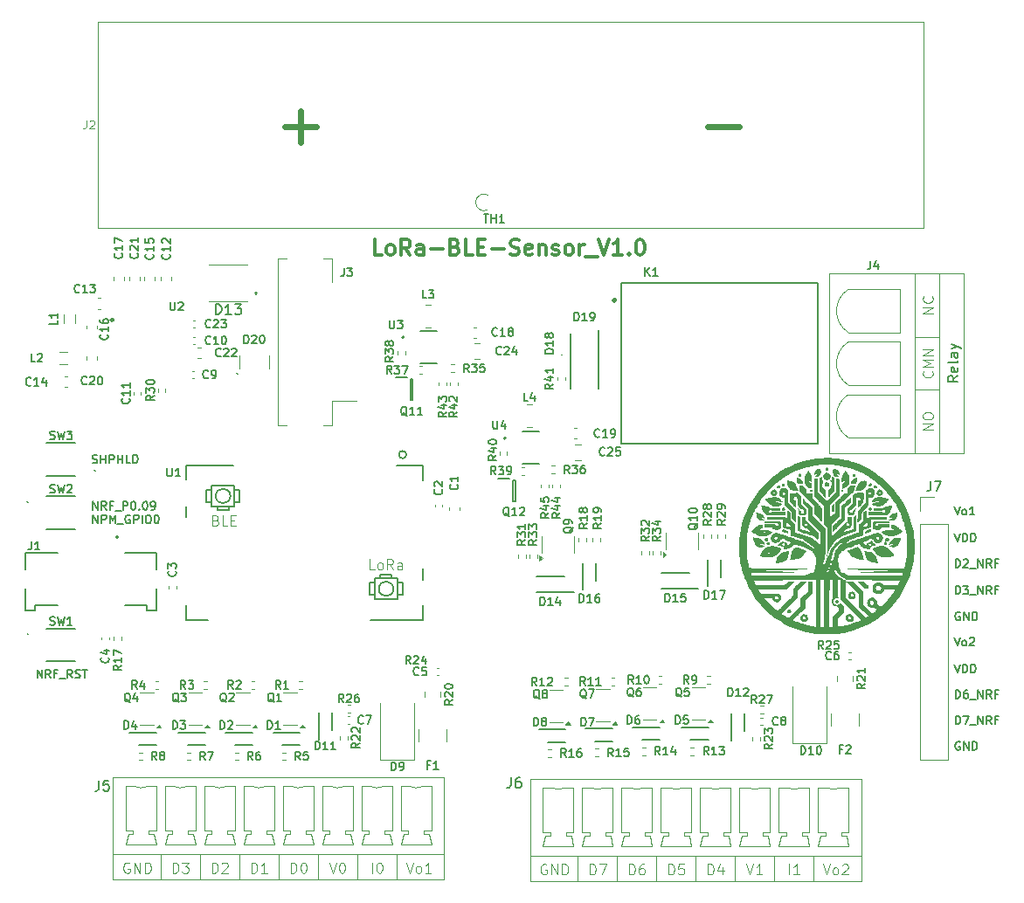
<source format=gbr>
%TF.GenerationSoftware,KiCad,Pcbnew,8.0.8*%
%TF.CreationDate,2025-03-05T18:01:18-08:00*%
%TF.ProjectId,LoRa-BLE-Sensor,4c6f5261-2d42-44c4-952d-53656e736f72,1*%
%TF.SameCoordinates,Original*%
%TF.FileFunction,Legend,Top*%
%TF.FilePolarity,Positive*%
%FSLAX46Y46*%
G04 Gerber Fmt 4.6, Leading zero omitted, Abs format (unit mm)*
G04 Created by KiCad (PCBNEW 8.0.8) date 2025-03-05 18:01:18*
%MOMM*%
%LPD*%
G01*
G04 APERTURE LIST*
%ADD10C,0.600000*%
%ADD11C,0.150000*%
%ADD12C,0.375000*%
%ADD13C,0.100000*%
%ADD14C,0.120000*%
%ADD15C,0.127000*%
%ADD16C,0.200000*%
%ADD17C,0.000000*%
%ADD18C,0.300000*%
%ADD19C,0.250000*%
G04 APERTURE END LIST*
D10*
X131062304Y-41161682D02*
X134109924Y-41161682D01*
D11*
X154974874Y-93289295D02*
X155241541Y-94089295D01*
X155241541Y-94089295D02*
X155508207Y-93289295D01*
X155774874Y-94089295D02*
X155774874Y-93289295D01*
X155774874Y-93289295D02*
X155965350Y-93289295D01*
X155965350Y-93289295D02*
X156079636Y-93327390D01*
X156079636Y-93327390D02*
X156155826Y-93403580D01*
X156155826Y-93403580D02*
X156193921Y-93479771D01*
X156193921Y-93479771D02*
X156232017Y-93632152D01*
X156232017Y-93632152D02*
X156232017Y-93746438D01*
X156232017Y-93746438D02*
X156193921Y-93898819D01*
X156193921Y-93898819D02*
X156155826Y-93975009D01*
X156155826Y-93975009D02*
X156079636Y-94051200D01*
X156079636Y-94051200D02*
X155965350Y-94089295D01*
X155965350Y-94089295D02*
X155774874Y-94089295D01*
X156574874Y-94089295D02*
X156574874Y-93289295D01*
X156574874Y-93289295D02*
X156765350Y-93289295D01*
X156765350Y-93289295D02*
X156879636Y-93327390D01*
X156879636Y-93327390D02*
X156955826Y-93403580D01*
X156955826Y-93403580D02*
X156993921Y-93479771D01*
X156993921Y-93479771D02*
X157032017Y-93632152D01*
X157032017Y-93632152D02*
X157032017Y-93746438D01*
X157032017Y-93746438D02*
X156993921Y-93898819D01*
X156993921Y-93898819D02*
X156955826Y-93975009D01*
X156955826Y-93975009D02*
X156879636Y-94051200D01*
X156879636Y-94051200D02*
X156765350Y-94089295D01*
X156765350Y-94089295D02*
X156574874Y-94089295D01*
X154974874Y-77989295D02*
X155241541Y-78789295D01*
X155241541Y-78789295D02*
X155508207Y-77989295D01*
X155889159Y-78789295D02*
X155812969Y-78751200D01*
X155812969Y-78751200D02*
X155774874Y-78713104D01*
X155774874Y-78713104D02*
X155736778Y-78636914D01*
X155736778Y-78636914D02*
X155736778Y-78408342D01*
X155736778Y-78408342D02*
X155774874Y-78332152D01*
X155774874Y-78332152D02*
X155812969Y-78294057D01*
X155812969Y-78294057D02*
X155889159Y-78255961D01*
X155889159Y-78255961D02*
X156003445Y-78255961D01*
X156003445Y-78255961D02*
X156079636Y-78294057D01*
X156079636Y-78294057D02*
X156117731Y-78332152D01*
X156117731Y-78332152D02*
X156155826Y-78408342D01*
X156155826Y-78408342D02*
X156155826Y-78636914D01*
X156155826Y-78636914D02*
X156117731Y-78713104D01*
X156117731Y-78713104D02*
X156079636Y-78751200D01*
X156079636Y-78751200D02*
X156003445Y-78789295D01*
X156003445Y-78789295D02*
X155889159Y-78789295D01*
X156917731Y-78789295D02*
X156460588Y-78789295D01*
X156689160Y-78789295D02*
X156689160Y-77989295D01*
X156689160Y-77989295D02*
X156612969Y-78103580D01*
X156612969Y-78103580D02*
X156536779Y-78179771D01*
X156536779Y-78179771D02*
X156460588Y-78217866D01*
X155089160Y-99094295D02*
X155089160Y-98294295D01*
X155089160Y-98294295D02*
X155279636Y-98294295D01*
X155279636Y-98294295D02*
X155393922Y-98332390D01*
X155393922Y-98332390D02*
X155470112Y-98408580D01*
X155470112Y-98408580D02*
X155508207Y-98484771D01*
X155508207Y-98484771D02*
X155546303Y-98637152D01*
X155546303Y-98637152D02*
X155546303Y-98751438D01*
X155546303Y-98751438D02*
X155508207Y-98903819D01*
X155508207Y-98903819D02*
X155470112Y-98980009D01*
X155470112Y-98980009D02*
X155393922Y-99056200D01*
X155393922Y-99056200D02*
X155279636Y-99094295D01*
X155279636Y-99094295D02*
X155089160Y-99094295D01*
X155812969Y-98294295D02*
X156346303Y-98294295D01*
X156346303Y-98294295D02*
X156003445Y-99094295D01*
X156460589Y-99170485D02*
X157070112Y-99170485D01*
X157260589Y-99094295D02*
X157260589Y-98294295D01*
X157260589Y-98294295D02*
X157717732Y-99094295D01*
X157717732Y-99094295D02*
X157717732Y-98294295D01*
X158555827Y-99094295D02*
X158289160Y-98713342D01*
X158098684Y-99094295D02*
X158098684Y-98294295D01*
X158098684Y-98294295D02*
X158403446Y-98294295D01*
X158403446Y-98294295D02*
X158479636Y-98332390D01*
X158479636Y-98332390D02*
X158517731Y-98370485D01*
X158517731Y-98370485D02*
X158555827Y-98446676D01*
X158555827Y-98446676D02*
X158555827Y-98560961D01*
X158555827Y-98560961D02*
X158517731Y-98637152D01*
X158517731Y-98637152D02*
X158479636Y-98675247D01*
X158479636Y-98675247D02*
X158403446Y-98713342D01*
X158403446Y-98713342D02*
X158098684Y-98713342D01*
X159165350Y-98675247D02*
X158898684Y-98675247D01*
X158898684Y-99094295D02*
X158898684Y-98294295D01*
X158898684Y-98294295D02*
X159279636Y-98294295D01*
X71489160Y-78306340D02*
X71489160Y-77506340D01*
X71489160Y-77506340D02*
X71946303Y-78306340D01*
X71946303Y-78306340D02*
X71946303Y-77506340D01*
X72784398Y-78306340D02*
X72517731Y-77925387D01*
X72327255Y-78306340D02*
X72327255Y-77506340D01*
X72327255Y-77506340D02*
X72632017Y-77506340D01*
X72632017Y-77506340D02*
X72708207Y-77544435D01*
X72708207Y-77544435D02*
X72746302Y-77582530D01*
X72746302Y-77582530D02*
X72784398Y-77658721D01*
X72784398Y-77658721D02*
X72784398Y-77773006D01*
X72784398Y-77773006D02*
X72746302Y-77849197D01*
X72746302Y-77849197D02*
X72708207Y-77887292D01*
X72708207Y-77887292D02*
X72632017Y-77925387D01*
X72632017Y-77925387D02*
X72327255Y-77925387D01*
X73393921Y-77887292D02*
X73127255Y-77887292D01*
X73127255Y-78306340D02*
X73127255Y-77506340D01*
X73127255Y-77506340D02*
X73508207Y-77506340D01*
X73622493Y-78382530D02*
X74232016Y-78382530D01*
X74422493Y-78306340D02*
X74422493Y-77506340D01*
X74422493Y-77506340D02*
X74727255Y-77506340D01*
X74727255Y-77506340D02*
X74803445Y-77544435D01*
X74803445Y-77544435D02*
X74841540Y-77582530D01*
X74841540Y-77582530D02*
X74879636Y-77658721D01*
X74879636Y-77658721D02*
X74879636Y-77773006D01*
X74879636Y-77773006D02*
X74841540Y-77849197D01*
X74841540Y-77849197D02*
X74803445Y-77887292D01*
X74803445Y-77887292D02*
X74727255Y-77925387D01*
X74727255Y-77925387D02*
X74422493Y-77925387D01*
X75374874Y-77506340D02*
X75451064Y-77506340D01*
X75451064Y-77506340D02*
X75527255Y-77544435D01*
X75527255Y-77544435D02*
X75565350Y-77582530D01*
X75565350Y-77582530D02*
X75603445Y-77658721D01*
X75603445Y-77658721D02*
X75641540Y-77811102D01*
X75641540Y-77811102D02*
X75641540Y-78001578D01*
X75641540Y-78001578D02*
X75603445Y-78153959D01*
X75603445Y-78153959D02*
X75565350Y-78230149D01*
X75565350Y-78230149D02*
X75527255Y-78268245D01*
X75527255Y-78268245D02*
X75451064Y-78306340D01*
X75451064Y-78306340D02*
X75374874Y-78306340D01*
X75374874Y-78306340D02*
X75298683Y-78268245D01*
X75298683Y-78268245D02*
X75260588Y-78230149D01*
X75260588Y-78230149D02*
X75222493Y-78153959D01*
X75222493Y-78153959D02*
X75184397Y-78001578D01*
X75184397Y-78001578D02*
X75184397Y-77811102D01*
X75184397Y-77811102D02*
X75222493Y-77658721D01*
X75222493Y-77658721D02*
X75260588Y-77582530D01*
X75260588Y-77582530D02*
X75298683Y-77544435D01*
X75298683Y-77544435D02*
X75374874Y-77506340D01*
X75984398Y-78230149D02*
X76022493Y-78268245D01*
X76022493Y-78268245D02*
X75984398Y-78306340D01*
X75984398Y-78306340D02*
X75946302Y-78268245D01*
X75946302Y-78268245D02*
X75984398Y-78230149D01*
X75984398Y-78230149D02*
X75984398Y-78306340D01*
X76517731Y-77506340D02*
X76593921Y-77506340D01*
X76593921Y-77506340D02*
X76670112Y-77544435D01*
X76670112Y-77544435D02*
X76708207Y-77582530D01*
X76708207Y-77582530D02*
X76746302Y-77658721D01*
X76746302Y-77658721D02*
X76784397Y-77811102D01*
X76784397Y-77811102D02*
X76784397Y-78001578D01*
X76784397Y-78001578D02*
X76746302Y-78153959D01*
X76746302Y-78153959D02*
X76708207Y-78230149D01*
X76708207Y-78230149D02*
X76670112Y-78268245D01*
X76670112Y-78268245D02*
X76593921Y-78306340D01*
X76593921Y-78306340D02*
X76517731Y-78306340D01*
X76517731Y-78306340D02*
X76441540Y-78268245D01*
X76441540Y-78268245D02*
X76403445Y-78230149D01*
X76403445Y-78230149D02*
X76365350Y-78153959D01*
X76365350Y-78153959D02*
X76327254Y-78001578D01*
X76327254Y-78001578D02*
X76327254Y-77811102D01*
X76327254Y-77811102D02*
X76365350Y-77658721D01*
X76365350Y-77658721D02*
X76403445Y-77582530D01*
X76403445Y-77582530D02*
X76441540Y-77544435D01*
X76441540Y-77544435D02*
X76517731Y-77506340D01*
X77165350Y-78306340D02*
X77317731Y-78306340D01*
X77317731Y-78306340D02*
X77393921Y-78268245D01*
X77393921Y-78268245D02*
X77432017Y-78230149D01*
X77432017Y-78230149D02*
X77508207Y-78115864D01*
X77508207Y-78115864D02*
X77546302Y-77963483D01*
X77546302Y-77963483D02*
X77546302Y-77658721D01*
X77546302Y-77658721D02*
X77508207Y-77582530D01*
X77508207Y-77582530D02*
X77470112Y-77544435D01*
X77470112Y-77544435D02*
X77393921Y-77506340D01*
X77393921Y-77506340D02*
X77241540Y-77506340D01*
X77241540Y-77506340D02*
X77165350Y-77544435D01*
X77165350Y-77544435D02*
X77127255Y-77582530D01*
X77127255Y-77582530D02*
X77089159Y-77658721D01*
X77089159Y-77658721D02*
X77089159Y-77849197D01*
X77089159Y-77849197D02*
X77127255Y-77925387D01*
X77127255Y-77925387D02*
X77165350Y-77963483D01*
X77165350Y-77963483D02*
X77241540Y-78001578D01*
X77241540Y-78001578D02*
X77393921Y-78001578D01*
X77393921Y-78001578D02*
X77470112Y-77963483D01*
X77470112Y-77963483D02*
X77508207Y-77925387D01*
X77508207Y-77925387D02*
X77546302Y-77849197D01*
X71489160Y-79594295D02*
X71489160Y-78794295D01*
X71489160Y-78794295D02*
X71946303Y-79594295D01*
X71946303Y-79594295D02*
X71946303Y-78794295D01*
X72327255Y-79594295D02*
X72327255Y-78794295D01*
X72327255Y-78794295D02*
X72632017Y-78794295D01*
X72632017Y-78794295D02*
X72708207Y-78832390D01*
X72708207Y-78832390D02*
X72746302Y-78870485D01*
X72746302Y-78870485D02*
X72784398Y-78946676D01*
X72784398Y-78946676D02*
X72784398Y-79060961D01*
X72784398Y-79060961D02*
X72746302Y-79137152D01*
X72746302Y-79137152D02*
X72708207Y-79175247D01*
X72708207Y-79175247D02*
X72632017Y-79213342D01*
X72632017Y-79213342D02*
X72327255Y-79213342D01*
X73127255Y-79594295D02*
X73127255Y-78794295D01*
X73127255Y-78794295D02*
X73393921Y-79365723D01*
X73393921Y-79365723D02*
X73660588Y-78794295D01*
X73660588Y-78794295D02*
X73660588Y-79594295D01*
X73851065Y-79670485D02*
X74460588Y-79670485D01*
X75070112Y-78832390D02*
X74993922Y-78794295D01*
X74993922Y-78794295D02*
X74879636Y-78794295D01*
X74879636Y-78794295D02*
X74765350Y-78832390D01*
X74765350Y-78832390D02*
X74689160Y-78908580D01*
X74689160Y-78908580D02*
X74651065Y-78984771D01*
X74651065Y-78984771D02*
X74612969Y-79137152D01*
X74612969Y-79137152D02*
X74612969Y-79251438D01*
X74612969Y-79251438D02*
X74651065Y-79403819D01*
X74651065Y-79403819D02*
X74689160Y-79480009D01*
X74689160Y-79480009D02*
X74765350Y-79556200D01*
X74765350Y-79556200D02*
X74879636Y-79594295D01*
X74879636Y-79594295D02*
X74955827Y-79594295D01*
X74955827Y-79594295D02*
X75070112Y-79556200D01*
X75070112Y-79556200D02*
X75108208Y-79518104D01*
X75108208Y-79518104D02*
X75108208Y-79251438D01*
X75108208Y-79251438D02*
X74955827Y-79251438D01*
X75451065Y-79594295D02*
X75451065Y-78794295D01*
X75451065Y-78794295D02*
X75755827Y-78794295D01*
X75755827Y-78794295D02*
X75832017Y-78832390D01*
X75832017Y-78832390D02*
X75870112Y-78870485D01*
X75870112Y-78870485D02*
X75908208Y-78946676D01*
X75908208Y-78946676D02*
X75908208Y-79060961D01*
X75908208Y-79060961D02*
X75870112Y-79137152D01*
X75870112Y-79137152D02*
X75832017Y-79175247D01*
X75832017Y-79175247D02*
X75755827Y-79213342D01*
X75755827Y-79213342D02*
X75451065Y-79213342D01*
X76251065Y-79594295D02*
X76251065Y-78794295D01*
X76784398Y-78794295D02*
X76936779Y-78794295D01*
X76936779Y-78794295D02*
X77012969Y-78832390D01*
X77012969Y-78832390D02*
X77089160Y-78908580D01*
X77089160Y-78908580D02*
X77127255Y-79060961D01*
X77127255Y-79060961D02*
X77127255Y-79327628D01*
X77127255Y-79327628D02*
X77089160Y-79480009D01*
X77089160Y-79480009D02*
X77012969Y-79556200D01*
X77012969Y-79556200D02*
X76936779Y-79594295D01*
X76936779Y-79594295D02*
X76784398Y-79594295D01*
X76784398Y-79594295D02*
X76708207Y-79556200D01*
X76708207Y-79556200D02*
X76632017Y-79480009D01*
X76632017Y-79480009D02*
X76593921Y-79327628D01*
X76593921Y-79327628D02*
X76593921Y-79060961D01*
X76593921Y-79060961D02*
X76632017Y-78908580D01*
X76632017Y-78908580D02*
X76708207Y-78832390D01*
X76708207Y-78832390D02*
X76784398Y-78794295D01*
X77622493Y-78794295D02*
X77698683Y-78794295D01*
X77698683Y-78794295D02*
X77774874Y-78832390D01*
X77774874Y-78832390D02*
X77812969Y-78870485D01*
X77812969Y-78870485D02*
X77851064Y-78946676D01*
X77851064Y-78946676D02*
X77889159Y-79099057D01*
X77889159Y-79099057D02*
X77889159Y-79289533D01*
X77889159Y-79289533D02*
X77851064Y-79441914D01*
X77851064Y-79441914D02*
X77812969Y-79518104D01*
X77812969Y-79518104D02*
X77774874Y-79556200D01*
X77774874Y-79556200D02*
X77698683Y-79594295D01*
X77698683Y-79594295D02*
X77622493Y-79594295D01*
X77622493Y-79594295D02*
X77546302Y-79556200D01*
X77546302Y-79556200D02*
X77508207Y-79518104D01*
X77508207Y-79518104D02*
X77470112Y-79441914D01*
X77470112Y-79441914D02*
X77432016Y-79289533D01*
X77432016Y-79289533D02*
X77432016Y-79099057D01*
X77432016Y-79099057D02*
X77470112Y-78946676D01*
X77470112Y-78946676D02*
X77508207Y-78870485D01*
X77508207Y-78870485D02*
X77546302Y-78832390D01*
X77546302Y-78832390D02*
X77622493Y-78794295D01*
X154974874Y-80589295D02*
X155241541Y-81389295D01*
X155241541Y-81389295D02*
X155508207Y-80589295D01*
X155774874Y-81389295D02*
X155774874Y-80589295D01*
X155774874Y-80589295D02*
X155965350Y-80589295D01*
X155965350Y-80589295D02*
X156079636Y-80627390D01*
X156079636Y-80627390D02*
X156155826Y-80703580D01*
X156155826Y-80703580D02*
X156193921Y-80779771D01*
X156193921Y-80779771D02*
X156232017Y-80932152D01*
X156232017Y-80932152D02*
X156232017Y-81046438D01*
X156232017Y-81046438D02*
X156193921Y-81198819D01*
X156193921Y-81198819D02*
X156155826Y-81275009D01*
X156155826Y-81275009D02*
X156079636Y-81351200D01*
X156079636Y-81351200D02*
X155965350Y-81389295D01*
X155965350Y-81389295D02*
X155774874Y-81389295D01*
X156574874Y-81389295D02*
X156574874Y-80589295D01*
X156574874Y-80589295D02*
X156765350Y-80589295D01*
X156765350Y-80589295D02*
X156879636Y-80627390D01*
X156879636Y-80627390D02*
X156955826Y-80703580D01*
X156955826Y-80703580D02*
X156993921Y-80779771D01*
X156993921Y-80779771D02*
X157032017Y-80932152D01*
X157032017Y-80932152D02*
X157032017Y-81046438D01*
X157032017Y-81046438D02*
X156993921Y-81198819D01*
X156993921Y-81198819D02*
X156955826Y-81275009D01*
X156955826Y-81275009D02*
X156879636Y-81351200D01*
X156879636Y-81351200D02*
X156765350Y-81389295D01*
X156765350Y-81389295D02*
X156574874Y-81389295D01*
D12*
X99518138Y-53596928D02*
X98803852Y-53596928D01*
X98803852Y-53596928D02*
X98803852Y-52096928D01*
X100232424Y-53596928D02*
X100089567Y-53525500D01*
X100089567Y-53525500D02*
X100018138Y-53454071D01*
X100018138Y-53454071D02*
X99946710Y-53311214D01*
X99946710Y-53311214D02*
X99946710Y-52882642D01*
X99946710Y-52882642D02*
X100018138Y-52739785D01*
X100018138Y-52739785D02*
X100089567Y-52668357D01*
X100089567Y-52668357D02*
X100232424Y-52596928D01*
X100232424Y-52596928D02*
X100446710Y-52596928D01*
X100446710Y-52596928D02*
X100589567Y-52668357D01*
X100589567Y-52668357D02*
X100660996Y-52739785D01*
X100660996Y-52739785D02*
X100732424Y-52882642D01*
X100732424Y-52882642D02*
X100732424Y-53311214D01*
X100732424Y-53311214D02*
X100660996Y-53454071D01*
X100660996Y-53454071D02*
X100589567Y-53525500D01*
X100589567Y-53525500D02*
X100446710Y-53596928D01*
X100446710Y-53596928D02*
X100232424Y-53596928D01*
X102232424Y-53596928D02*
X101732424Y-52882642D01*
X101375281Y-53596928D02*
X101375281Y-52096928D01*
X101375281Y-52096928D02*
X101946710Y-52096928D01*
X101946710Y-52096928D02*
X102089567Y-52168357D01*
X102089567Y-52168357D02*
X102160996Y-52239785D01*
X102160996Y-52239785D02*
X102232424Y-52382642D01*
X102232424Y-52382642D02*
X102232424Y-52596928D01*
X102232424Y-52596928D02*
X102160996Y-52739785D01*
X102160996Y-52739785D02*
X102089567Y-52811214D01*
X102089567Y-52811214D02*
X101946710Y-52882642D01*
X101946710Y-52882642D02*
X101375281Y-52882642D01*
X103518139Y-53596928D02*
X103518139Y-52811214D01*
X103518139Y-52811214D02*
X103446710Y-52668357D01*
X103446710Y-52668357D02*
X103303853Y-52596928D01*
X103303853Y-52596928D02*
X103018139Y-52596928D01*
X103018139Y-52596928D02*
X102875281Y-52668357D01*
X103518139Y-53525500D02*
X103375281Y-53596928D01*
X103375281Y-53596928D02*
X103018139Y-53596928D01*
X103018139Y-53596928D02*
X102875281Y-53525500D01*
X102875281Y-53525500D02*
X102803853Y-53382642D01*
X102803853Y-53382642D02*
X102803853Y-53239785D01*
X102803853Y-53239785D02*
X102875281Y-53096928D01*
X102875281Y-53096928D02*
X103018139Y-53025500D01*
X103018139Y-53025500D02*
X103375281Y-53025500D01*
X103375281Y-53025500D02*
X103518139Y-52954071D01*
X104232424Y-53025500D02*
X105375282Y-53025500D01*
X106589567Y-52811214D02*
X106803853Y-52882642D01*
X106803853Y-52882642D02*
X106875282Y-52954071D01*
X106875282Y-52954071D02*
X106946710Y-53096928D01*
X106946710Y-53096928D02*
X106946710Y-53311214D01*
X106946710Y-53311214D02*
X106875282Y-53454071D01*
X106875282Y-53454071D02*
X106803853Y-53525500D01*
X106803853Y-53525500D02*
X106660996Y-53596928D01*
X106660996Y-53596928D02*
X106089567Y-53596928D01*
X106089567Y-53596928D02*
X106089567Y-52096928D01*
X106089567Y-52096928D02*
X106589567Y-52096928D01*
X106589567Y-52096928D02*
X106732425Y-52168357D01*
X106732425Y-52168357D02*
X106803853Y-52239785D01*
X106803853Y-52239785D02*
X106875282Y-52382642D01*
X106875282Y-52382642D02*
X106875282Y-52525500D01*
X106875282Y-52525500D02*
X106803853Y-52668357D01*
X106803853Y-52668357D02*
X106732425Y-52739785D01*
X106732425Y-52739785D02*
X106589567Y-52811214D01*
X106589567Y-52811214D02*
X106089567Y-52811214D01*
X108303853Y-53596928D02*
X107589567Y-53596928D01*
X107589567Y-53596928D02*
X107589567Y-52096928D01*
X108803853Y-52811214D02*
X109303853Y-52811214D01*
X109518139Y-53596928D02*
X108803853Y-53596928D01*
X108803853Y-53596928D02*
X108803853Y-52096928D01*
X108803853Y-52096928D02*
X109518139Y-52096928D01*
X110160996Y-53025500D02*
X111303854Y-53025500D01*
X111946711Y-53525500D02*
X112160997Y-53596928D01*
X112160997Y-53596928D02*
X112518139Y-53596928D01*
X112518139Y-53596928D02*
X112660997Y-53525500D01*
X112660997Y-53525500D02*
X112732425Y-53454071D01*
X112732425Y-53454071D02*
X112803854Y-53311214D01*
X112803854Y-53311214D02*
X112803854Y-53168357D01*
X112803854Y-53168357D02*
X112732425Y-53025500D01*
X112732425Y-53025500D02*
X112660997Y-52954071D01*
X112660997Y-52954071D02*
X112518139Y-52882642D01*
X112518139Y-52882642D02*
X112232425Y-52811214D01*
X112232425Y-52811214D02*
X112089568Y-52739785D01*
X112089568Y-52739785D02*
X112018139Y-52668357D01*
X112018139Y-52668357D02*
X111946711Y-52525500D01*
X111946711Y-52525500D02*
X111946711Y-52382642D01*
X111946711Y-52382642D02*
X112018139Y-52239785D01*
X112018139Y-52239785D02*
X112089568Y-52168357D01*
X112089568Y-52168357D02*
X112232425Y-52096928D01*
X112232425Y-52096928D02*
X112589568Y-52096928D01*
X112589568Y-52096928D02*
X112803854Y-52168357D01*
X114018139Y-53525500D02*
X113875282Y-53596928D01*
X113875282Y-53596928D02*
X113589568Y-53596928D01*
X113589568Y-53596928D02*
X113446710Y-53525500D01*
X113446710Y-53525500D02*
X113375282Y-53382642D01*
X113375282Y-53382642D02*
X113375282Y-52811214D01*
X113375282Y-52811214D02*
X113446710Y-52668357D01*
X113446710Y-52668357D02*
X113589568Y-52596928D01*
X113589568Y-52596928D02*
X113875282Y-52596928D01*
X113875282Y-52596928D02*
X114018139Y-52668357D01*
X114018139Y-52668357D02*
X114089568Y-52811214D01*
X114089568Y-52811214D02*
X114089568Y-52954071D01*
X114089568Y-52954071D02*
X113375282Y-53096928D01*
X114732424Y-52596928D02*
X114732424Y-53596928D01*
X114732424Y-52739785D02*
X114803853Y-52668357D01*
X114803853Y-52668357D02*
X114946710Y-52596928D01*
X114946710Y-52596928D02*
X115160996Y-52596928D01*
X115160996Y-52596928D02*
X115303853Y-52668357D01*
X115303853Y-52668357D02*
X115375282Y-52811214D01*
X115375282Y-52811214D02*
X115375282Y-53596928D01*
X116018139Y-53525500D02*
X116160996Y-53596928D01*
X116160996Y-53596928D02*
X116446710Y-53596928D01*
X116446710Y-53596928D02*
X116589567Y-53525500D01*
X116589567Y-53525500D02*
X116660996Y-53382642D01*
X116660996Y-53382642D02*
X116660996Y-53311214D01*
X116660996Y-53311214D02*
X116589567Y-53168357D01*
X116589567Y-53168357D02*
X116446710Y-53096928D01*
X116446710Y-53096928D02*
X116232425Y-53096928D01*
X116232425Y-53096928D02*
X116089567Y-53025500D01*
X116089567Y-53025500D02*
X116018139Y-52882642D01*
X116018139Y-52882642D02*
X116018139Y-52811214D01*
X116018139Y-52811214D02*
X116089567Y-52668357D01*
X116089567Y-52668357D02*
X116232425Y-52596928D01*
X116232425Y-52596928D02*
X116446710Y-52596928D01*
X116446710Y-52596928D02*
X116589567Y-52668357D01*
X117518139Y-53596928D02*
X117375282Y-53525500D01*
X117375282Y-53525500D02*
X117303853Y-53454071D01*
X117303853Y-53454071D02*
X117232425Y-53311214D01*
X117232425Y-53311214D02*
X117232425Y-52882642D01*
X117232425Y-52882642D02*
X117303853Y-52739785D01*
X117303853Y-52739785D02*
X117375282Y-52668357D01*
X117375282Y-52668357D02*
X117518139Y-52596928D01*
X117518139Y-52596928D02*
X117732425Y-52596928D01*
X117732425Y-52596928D02*
X117875282Y-52668357D01*
X117875282Y-52668357D02*
X117946711Y-52739785D01*
X117946711Y-52739785D02*
X118018139Y-52882642D01*
X118018139Y-52882642D02*
X118018139Y-53311214D01*
X118018139Y-53311214D02*
X117946711Y-53454071D01*
X117946711Y-53454071D02*
X117875282Y-53525500D01*
X117875282Y-53525500D02*
X117732425Y-53596928D01*
X117732425Y-53596928D02*
X117518139Y-53596928D01*
X118660996Y-53596928D02*
X118660996Y-52596928D01*
X118660996Y-52882642D02*
X118732425Y-52739785D01*
X118732425Y-52739785D02*
X118803854Y-52668357D01*
X118803854Y-52668357D02*
X118946711Y-52596928D01*
X118946711Y-52596928D02*
X119089568Y-52596928D01*
X119232425Y-53739785D02*
X120375282Y-53739785D01*
X120518139Y-52096928D02*
X121018139Y-53596928D01*
X121018139Y-53596928D02*
X121518139Y-52096928D01*
X122803853Y-53596928D02*
X121946710Y-53596928D01*
X122375281Y-53596928D02*
X122375281Y-52096928D01*
X122375281Y-52096928D02*
X122232424Y-52311214D01*
X122232424Y-52311214D02*
X122089567Y-52454071D01*
X122089567Y-52454071D02*
X121946710Y-52525500D01*
X123446709Y-53454071D02*
X123518138Y-53525500D01*
X123518138Y-53525500D02*
X123446709Y-53596928D01*
X123446709Y-53596928D02*
X123375281Y-53525500D01*
X123375281Y-53525500D02*
X123446709Y-53454071D01*
X123446709Y-53454071D02*
X123446709Y-53596928D01*
X124446710Y-52096928D02*
X124589567Y-52096928D01*
X124589567Y-52096928D02*
X124732424Y-52168357D01*
X124732424Y-52168357D02*
X124803853Y-52239785D01*
X124803853Y-52239785D02*
X124875281Y-52382642D01*
X124875281Y-52382642D02*
X124946710Y-52668357D01*
X124946710Y-52668357D02*
X124946710Y-53025500D01*
X124946710Y-53025500D02*
X124875281Y-53311214D01*
X124875281Y-53311214D02*
X124803853Y-53454071D01*
X124803853Y-53454071D02*
X124732424Y-53525500D01*
X124732424Y-53525500D02*
X124589567Y-53596928D01*
X124589567Y-53596928D02*
X124446710Y-53596928D01*
X124446710Y-53596928D02*
X124303853Y-53525500D01*
X124303853Y-53525500D02*
X124232424Y-53454071D01*
X124232424Y-53454071D02*
X124160995Y-53311214D01*
X124160995Y-53311214D02*
X124089567Y-53025500D01*
X124089567Y-53025500D02*
X124089567Y-52668357D01*
X124089567Y-52668357D02*
X124160995Y-52382642D01*
X124160995Y-52382642D02*
X124232424Y-52239785D01*
X124232424Y-52239785D02*
X124303853Y-52168357D01*
X124303853Y-52168357D02*
X124446710Y-52096928D01*
D11*
X155089160Y-86489295D02*
X155089160Y-85689295D01*
X155089160Y-85689295D02*
X155279636Y-85689295D01*
X155279636Y-85689295D02*
X155393922Y-85727390D01*
X155393922Y-85727390D02*
X155470112Y-85803580D01*
X155470112Y-85803580D02*
X155508207Y-85879771D01*
X155508207Y-85879771D02*
X155546303Y-86032152D01*
X155546303Y-86032152D02*
X155546303Y-86146438D01*
X155546303Y-86146438D02*
X155508207Y-86298819D01*
X155508207Y-86298819D02*
X155470112Y-86375009D01*
X155470112Y-86375009D02*
X155393922Y-86451200D01*
X155393922Y-86451200D02*
X155279636Y-86489295D01*
X155279636Y-86489295D02*
X155089160Y-86489295D01*
X155812969Y-85689295D02*
X156308207Y-85689295D01*
X156308207Y-85689295D02*
X156041541Y-85994057D01*
X156041541Y-85994057D02*
X156155826Y-85994057D01*
X156155826Y-85994057D02*
X156232017Y-86032152D01*
X156232017Y-86032152D02*
X156270112Y-86070247D01*
X156270112Y-86070247D02*
X156308207Y-86146438D01*
X156308207Y-86146438D02*
X156308207Y-86336914D01*
X156308207Y-86336914D02*
X156270112Y-86413104D01*
X156270112Y-86413104D02*
X156232017Y-86451200D01*
X156232017Y-86451200D02*
X156155826Y-86489295D01*
X156155826Y-86489295D02*
X155927255Y-86489295D01*
X155927255Y-86489295D02*
X155851064Y-86451200D01*
X155851064Y-86451200D02*
X155812969Y-86413104D01*
X156460589Y-86565485D02*
X157070112Y-86565485D01*
X157260589Y-86489295D02*
X157260589Y-85689295D01*
X157260589Y-85689295D02*
X157717732Y-86489295D01*
X157717732Y-86489295D02*
X157717732Y-85689295D01*
X158555827Y-86489295D02*
X158289160Y-86108342D01*
X158098684Y-86489295D02*
X158098684Y-85689295D01*
X158098684Y-85689295D02*
X158403446Y-85689295D01*
X158403446Y-85689295D02*
X158479636Y-85727390D01*
X158479636Y-85727390D02*
X158517731Y-85765485D01*
X158517731Y-85765485D02*
X158555827Y-85841676D01*
X158555827Y-85841676D02*
X158555827Y-85955961D01*
X158555827Y-85955961D02*
X158517731Y-86032152D01*
X158517731Y-86032152D02*
X158479636Y-86070247D01*
X158479636Y-86070247D02*
X158403446Y-86108342D01*
X158403446Y-86108342D02*
X158098684Y-86108342D01*
X159165350Y-86070247D02*
X158898684Y-86070247D01*
X158898684Y-86489295D02*
X158898684Y-85689295D01*
X158898684Y-85689295D02*
X159279636Y-85689295D01*
X66089160Y-94594295D02*
X66089160Y-93794295D01*
X66089160Y-93794295D02*
X66546303Y-94594295D01*
X66546303Y-94594295D02*
X66546303Y-93794295D01*
X67384398Y-94594295D02*
X67117731Y-94213342D01*
X66927255Y-94594295D02*
X66927255Y-93794295D01*
X66927255Y-93794295D02*
X67232017Y-93794295D01*
X67232017Y-93794295D02*
X67308207Y-93832390D01*
X67308207Y-93832390D02*
X67346302Y-93870485D01*
X67346302Y-93870485D02*
X67384398Y-93946676D01*
X67384398Y-93946676D02*
X67384398Y-94060961D01*
X67384398Y-94060961D02*
X67346302Y-94137152D01*
X67346302Y-94137152D02*
X67308207Y-94175247D01*
X67308207Y-94175247D02*
X67232017Y-94213342D01*
X67232017Y-94213342D02*
X66927255Y-94213342D01*
X67993921Y-94175247D02*
X67727255Y-94175247D01*
X67727255Y-94594295D02*
X67727255Y-93794295D01*
X67727255Y-93794295D02*
X68108207Y-93794295D01*
X68222493Y-94670485D02*
X68832016Y-94670485D01*
X69479636Y-94594295D02*
X69212969Y-94213342D01*
X69022493Y-94594295D02*
X69022493Y-93794295D01*
X69022493Y-93794295D02*
X69327255Y-93794295D01*
X69327255Y-93794295D02*
X69403445Y-93832390D01*
X69403445Y-93832390D02*
X69441540Y-93870485D01*
X69441540Y-93870485D02*
X69479636Y-93946676D01*
X69479636Y-93946676D02*
X69479636Y-94060961D01*
X69479636Y-94060961D02*
X69441540Y-94137152D01*
X69441540Y-94137152D02*
X69403445Y-94175247D01*
X69403445Y-94175247D02*
X69327255Y-94213342D01*
X69327255Y-94213342D02*
X69022493Y-94213342D01*
X69784397Y-94556200D02*
X69898683Y-94594295D01*
X69898683Y-94594295D02*
X70089159Y-94594295D01*
X70089159Y-94594295D02*
X70165350Y-94556200D01*
X70165350Y-94556200D02*
X70203445Y-94518104D01*
X70203445Y-94518104D02*
X70241540Y-94441914D01*
X70241540Y-94441914D02*
X70241540Y-94365723D01*
X70241540Y-94365723D02*
X70203445Y-94289533D01*
X70203445Y-94289533D02*
X70165350Y-94251438D01*
X70165350Y-94251438D02*
X70089159Y-94213342D01*
X70089159Y-94213342D02*
X69936778Y-94175247D01*
X69936778Y-94175247D02*
X69860588Y-94137152D01*
X69860588Y-94137152D02*
X69822493Y-94099057D01*
X69822493Y-94099057D02*
X69784397Y-94022866D01*
X69784397Y-94022866D02*
X69784397Y-93946676D01*
X69784397Y-93946676D02*
X69822493Y-93870485D01*
X69822493Y-93870485D02*
X69860588Y-93832390D01*
X69860588Y-93832390D02*
X69936778Y-93794295D01*
X69936778Y-93794295D02*
X70127255Y-93794295D01*
X70127255Y-93794295D02*
X70241540Y-93832390D01*
X70470112Y-93794295D02*
X70927255Y-93794295D01*
X70698683Y-94594295D02*
X70698683Y-93794295D01*
D10*
X90062304Y-41161682D02*
X93109924Y-41161682D01*
X91586114Y-42685492D02*
X91586114Y-39637873D01*
D11*
X154974874Y-90689295D02*
X155241541Y-91489295D01*
X155241541Y-91489295D02*
X155508207Y-90689295D01*
X155889159Y-91489295D02*
X155812969Y-91451200D01*
X155812969Y-91451200D02*
X155774874Y-91413104D01*
X155774874Y-91413104D02*
X155736778Y-91336914D01*
X155736778Y-91336914D02*
X155736778Y-91108342D01*
X155736778Y-91108342D02*
X155774874Y-91032152D01*
X155774874Y-91032152D02*
X155812969Y-90994057D01*
X155812969Y-90994057D02*
X155889159Y-90955961D01*
X155889159Y-90955961D02*
X156003445Y-90955961D01*
X156003445Y-90955961D02*
X156079636Y-90994057D01*
X156079636Y-90994057D02*
X156117731Y-91032152D01*
X156117731Y-91032152D02*
X156155826Y-91108342D01*
X156155826Y-91108342D02*
X156155826Y-91336914D01*
X156155826Y-91336914D02*
X156117731Y-91413104D01*
X156117731Y-91413104D02*
X156079636Y-91451200D01*
X156079636Y-91451200D02*
X156003445Y-91489295D01*
X156003445Y-91489295D02*
X155889159Y-91489295D01*
X156460588Y-90765485D02*
X156498684Y-90727390D01*
X156498684Y-90727390D02*
X156574874Y-90689295D01*
X156574874Y-90689295D02*
X156765350Y-90689295D01*
X156765350Y-90689295D02*
X156841541Y-90727390D01*
X156841541Y-90727390D02*
X156879636Y-90765485D01*
X156879636Y-90765485D02*
X156917731Y-90841676D01*
X156917731Y-90841676D02*
X156917731Y-90917866D01*
X156917731Y-90917866D02*
X156879636Y-91032152D01*
X156879636Y-91032152D02*
X156422493Y-91489295D01*
X156422493Y-91489295D02*
X156917731Y-91489295D01*
X155508207Y-100832390D02*
X155432017Y-100794295D01*
X155432017Y-100794295D02*
X155317731Y-100794295D01*
X155317731Y-100794295D02*
X155203445Y-100832390D01*
X155203445Y-100832390D02*
X155127255Y-100908580D01*
X155127255Y-100908580D02*
X155089160Y-100984771D01*
X155089160Y-100984771D02*
X155051064Y-101137152D01*
X155051064Y-101137152D02*
X155051064Y-101251438D01*
X155051064Y-101251438D02*
X155089160Y-101403819D01*
X155089160Y-101403819D02*
X155127255Y-101480009D01*
X155127255Y-101480009D02*
X155203445Y-101556200D01*
X155203445Y-101556200D02*
X155317731Y-101594295D01*
X155317731Y-101594295D02*
X155393922Y-101594295D01*
X155393922Y-101594295D02*
X155508207Y-101556200D01*
X155508207Y-101556200D02*
X155546303Y-101518104D01*
X155546303Y-101518104D02*
X155546303Y-101251438D01*
X155546303Y-101251438D02*
X155393922Y-101251438D01*
X155889160Y-101594295D02*
X155889160Y-100794295D01*
X155889160Y-100794295D02*
X156346303Y-101594295D01*
X156346303Y-101594295D02*
X156346303Y-100794295D01*
X156727255Y-101594295D02*
X156727255Y-100794295D01*
X156727255Y-100794295D02*
X156917731Y-100794295D01*
X156917731Y-100794295D02*
X157032017Y-100832390D01*
X157032017Y-100832390D02*
X157108207Y-100908580D01*
X157108207Y-100908580D02*
X157146302Y-100984771D01*
X157146302Y-100984771D02*
X157184398Y-101137152D01*
X157184398Y-101137152D02*
X157184398Y-101251438D01*
X157184398Y-101251438D02*
X157146302Y-101403819D01*
X157146302Y-101403819D02*
X157108207Y-101480009D01*
X157108207Y-101480009D02*
X157032017Y-101556200D01*
X157032017Y-101556200D02*
X156917731Y-101594295D01*
X156917731Y-101594295D02*
X156727255Y-101594295D01*
X71451064Y-73756200D02*
X71565350Y-73794295D01*
X71565350Y-73794295D02*
X71755826Y-73794295D01*
X71755826Y-73794295D02*
X71832017Y-73756200D01*
X71832017Y-73756200D02*
X71870112Y-73718104D01*
X71870112Y-73718104D02*
X71908207Y-73641914D01*
X71908207Y-73641914D02*
X71908207Y-73565723D01*
X71908207Y-73565723D02*
X71870112Y-73489533D01*
X71870112Y-73489533D02*
X71832017Y-73451438D01*
X71832017Y-73451438D02*
X71755826Y-73413342D01*
X71755826Y-73413342D02*
X71603445Y-73375247D01*
X71603445Y-73375247D02*
X71527255Y-73337152D01*
X71527255Y-73337152D02*
X71489160Y-73299057D01*
X71489160Y-73299057D02*
X71451064Y-73222866D01*
X71451064Y-73222866D02*
X71451064Y-73146676D01*
X71451064Y-73146676D02*
X71489160Y-73070485D01*
X71489160Y-73070485D02*
X71527255Y-73032390D01*
X71527255Y-73032390D02*
X71603445Y-72994295D01*
X71603445Y-72994295D02*
X71793922Y-72994295D01*
X71793922Y-72994295D02*
X71908207Y-73032390D01*
X72251065Y-73794295D02*
X72251065Y-72994295D01*
X72251065Y-73375247D02*
X72708208Y-73375247D01*
X72708208Y-73794295D02*
X72708208Y-72994295D01*
X73089160Y-73794295D02*
X73089160Y-72994295D01*
X73089160Y-72994295D02*
X73393922Y-72994295D01*
X73393922Y-72994295D02*
X73470112Y-73032390D01*
X73470112Y-73032390D02*
X73508207Y-73070485D01*
X73508207Y-73070485D02*
X73546303Y-73146676D01*
X73546303Y-73146676D02*
X73546303Y-73260961D01*
X73546303Y-73260961D02*
X73508207Y-73337152D01*
X73508207Y-73337152D02*
X73470112Y-73375247D01*
X73470112Y-73375247D02*
X73393922Y-73413342D01*
X73393922Y-73413342D02*
X73089160Y-73413342D01*
X73889160Y-73794295D02*
X73889160Y-72994295D01*
X73889160Y-73375247D02*
X74346303Y-73375247D01*
X74346303Y-73794295D02*
X74346303Y-72994295D01*
X75108207Y-73794295D02*
X74727255Y-73794295D01*
X74727255Y-73794295D02*
X74727255Y-72994295D01*
X75374874Y-73794295D02*
X75374874Y-72994295D01*
X75374874Y-72994295D02*
X75565350Y-72994295D01*
X75565350Y-72994295D02*
X75679636Y-73032390D01*
X75679636Y-73032390D02*
X75755826Y-73108580D01*
X75755826Y-73108580D02*
X75793921Y-73184771D01*
X75793921Y-73184771D02*
X75832017Y-73337152D01*
X75832017Y-73337152D02*
X75832017Y-73451438D01*
X75832017Y-73451438D02*
X75793921Y-73603819D01*
X75793921Y-73603819D02*
X75755826Y-73680009D01*
X75755826Y-73680009D02*
X75679636Y-73756200D01*
X75679636Y-73756200D02*
X75565350Y-73794295D01*
X75565350Y-73794295D02*
X75374874Y-73794295D01*
X155089160Y-83889295D02*
X155089160Y-83089295D01*
X155089160Y-83089295D02*
X155279636Y-83089295D01*
X155279636Y-83089295D02*
X155393922Y-83127390D01*
X155393922Y-83127390D02*
X155470112Y-83203580D01*
X155470112Y-83203580D02*
X155508207Y-83279771D01*
X155508207Y-83279771D02*
X155546303Y-83432152D01*
X155546303Y-83432152D02*
X155546303Y-83546438D01*
X155546303Y-83546438D02*
X155508207Y-83698819D01*
X155508207Y-83698819D02*
X155470112Y-83775009D01*
X155470112Y-83775009D02*
X155393922Y-83851200D01*
X155393922Y-83851200D02*
X155279636Y-83889295D01*
X155279636Y-83889295D02*
X155089160Y-83889295D01*
X155851064Y-83165485D02*
X155889160Y-83127390D01*
X155889160Y-83127390D02*
X155965350Y-83089295D01*
X155965350Y-83089295D02*
X156155826Y-83089295D01*
X156155826Y-83089295D02*
X156232017Y-83127390D01*
X156232017Y-83127390D02*
X156270112Y-83165485D01*
X156270112Y-83165485D02*
X156308207Y-83241676D01*
X156308207Y-83241676D02*
X156308207Y-83317866D01*
X156308207Y-83317866D02*
X156270112Y-83432152D01*
X156270112Y-83432152D02*
X155812969Y-83889295D01*
X155812969Y-83889295D02*
X156308207Y-83889295D01*
X156460589Y-83965485D02*
X157070112Y-83965485D01*
X157260589Y-83889295D02*
X157260589Y-83089295D01*
X157260589Y-83089295D02*
X157717732Y-83889295D01*
X157717732Y-83889295D02*
X157717732Y-83089295D01*
X158555827Y-83889295D02*
X158289160Y-83508342D01*
X158098684Y-83889295D02*
X158098684Y-83089295D01*
X158098684Y-83089295D02*
X158403446Y-83089295D01*
X158403446Y-83089295D02*
X158479636Y-83127390D01*
X158479636Y-83127390D02*
X158517731Y-83165485D01*
X158517731Y-83165485D02*
X158555827Y-83241676D01*
X158555827Y-83241676D02*
X158555827Y-83355961D01*
X158555827Y-83355961D02*
X158517731Y-83432152D01*
X158517731Y-83432152D02*
X158479636Y-83470247D01*
X158479636Y-83470247D02*
X158403446Y-83508342D01*
X158403446Y-83508342D02*
X158098684Y-83508342D01*
X159165350Y-83470247D02*
X158898684Y-83470247D01*
X158898684Y-83889295D02*
X158898684Y-83089295D01*
X158898684Y-83089295D02*
X159279636Y-83089295D01*
X155089160Y-96589295D02*
X155089160Y-95789295D01*
X155089160Y-95789295D02*
X155279636Y-95789295D01*
X155279636Y-95789295D02*
X155393922Y-95827390D01*
X155393922Y-95827390D02*
X155470112Y-95903580D01*
X155470112Y-95903580D02*
X155508207Y-95979771D01*
X155508207Y-95979771D02*
X155546303Y-96132152D01*
X155546303Y-96132152D02*
X155546303Y-96246438D01*
X155546303Y-96246438D02*
X155508207Y-96398819D01*
X155508207Y-96398819D02*
X155470112Y-96475009D01*
X155470112Y-96475009D02*
X155393922Y-96551200D01*
X155393922Y-96551200D02*
X155279636Y-96589295D01*
X155279636Y-96589295D02*
X155089160Y-96589295D01*
X156232017Y-95789295D02*
X156079636Y-95789295D01*
X156079636Y-95789295D02*
X156003445Y-95827390D01*
X156003445Y-95827390D02*
X155965350Y-95865485D01*
X155965350Y-95865485D02*
X155889160Y-95979771D01*
X155889160Y-95979771D02*
X155851064Y-96132152D01*
X155851064Y-96132152D02*
X155851064Y-96436914D01*
X155851064Y-96436914D02*
X155889160Y-96513104D01*
X155889160Y-96513104D02*
X155927255Y-96551200D01*
X155927255Y-96551200D02*
X156003445Y-96589295D01*
X156003445Y-96589295D02*
X156155826Y-96589295D01*
X156155826Y-96589295D02*
X156232017Y-96551200D01*
X156232017Y-96551200D02*
X156270112Y-96513104D01*
X156270112Y-96513104D02*
X156308207Y-96436914D01*
X156308207Y-96436914D02*
X156308207Y-96246438D01*
X156308207Y-96246438D02*
X156270112Y-96170247D01*
X156270112Y-96170247D02*
X156232017Y-96132152D01*
X156232017Y-96132152D02*
X156155826Y-96094057D01*
X156155826Y-96094057D02*
X156003445Y-96094057D01*
X156003445Y-96094057D02*
X155927255Y-96132152D01*
X155927255Y-96132152D02*
X155889160Y-96170247D01*
X155889160Y-96170247D02*
X155851064Y-96246438D01*
X156460589Y-96665485D02*
X157070112Y-96665485D01*
X157260589Y-96589295D02*
X157260589Y-95789295D01*
X157260589Y-95789295D02*
X157717732Y-96589295D01*
X157717732Y-96589295D02*
X157717732Y-95789295D01*
X158555827Y-96589295D02*
X158289160Y-96208342D01*
X158098684Y-96589295D02*
X158098684Y-95789295D01*
X158098684Y-95789295D02*
X158403446Y-95789295D01*
X158403446Y-95789295D02*
X158479636Y-95827390D01*
X158479636Y-95827390D02*
X158517731Y-95865485D01*
X158517731Y-95865485D02*
X158555827Y-95941676D01*
X158555827Y-95941676D02*
X158555827Y-96055961D01*
X158555827Y-96055961D02*
X158517731Y-96132152D01*
X158517731Y-96132152D02*
X158479636Y-96170247D01*
X158479636Y-96170247D02*
X158403446Y-96208342D01*
X158403446Y-96208342D02*
X158098684Y-96208342D01*
X159165350Y-96170247D02*
X158898684Y-96170247D01*
X158898684Y-96589295D02*
X158898684Y-95789295D01*
X158898684Y-95789295D02*
X159279636Y-95789295D01*
X155508207Y-88227390D02*
X155432017Y-88189295D01*
X155432017Y-88189295D02*
X155317731Y-88189295D01*
X155317731Y-88189295D02*
X155203445Y-88227390D01*
X155203445Y-88227390D02*
X155127255Y-88303580D01*
X155127255Y-88303580D02*
X155089160Y-88379771D01*
X155089160Y-88379771D02*
X155051064Y-88532152D01*
X155051064Y-88532152D02*
X155051064Y-88646438D01*
X155051064Y-88646438D02*
X155089160Y-88798819D01*
X155089160Y-88798819D02*
X155127255Y-88875009D01*
X155127255Y-88875009D02*
X155203445Y-88951200D01*
X155203445Y-88951200D02*
X155317731Y-88989295D01*
X155317731Y-88989295D02*
X155393922Y-88989295D01*
X155393922Y-88989295D02*
X155508207Y-88951200D01*
X155508207Y-88951200D02*
X155546303Y-88913104D01*
X155546303Y-88913104D02*
X155546303Y-88646438D01*
X155546303Y-88646438D02*
X155393922Y-88646438D01*
X155889160Y-88989295D02*
X155889160Y-88189295D01*
X155889160Y-88189295D02*
X156346303Y-88989295D01*
X156346303Y-88989295D02*
X156346303Y-88189295D01*
X156727255Y-88989295D02*
X156727255Y-88189295D01*
X156727255Y-88189295D02*
X156917731Y-88189295D01*
X156917731Y-88189295D02*
X157032017Y-88227390D01*
X157032017Y-88227390D02*
X157108207Y-88303580D01*
X157108207Y-88303580D02*
X157146302Y-88379771D01*
X157146302Y-88379771D02*
X157184398Y-88532152D01*
X157184398Y-88532152D02*
X157184398Y-88646438D01*
X157184398Y-88646438D02*
X157146302Y-88798819D01*
X157146302Y-88798819D02*
X157108207Y-88875009D01*
X157108207Y-88875009D02*
X157032017Y-88951200D01*
X157032017Y-88951200D02*
X156917731Y-88989295D01*
X156917731Y-88989295D02*
X156727255Y-88989295D01*
D13*
X75017693Y-112560038D02*
X74922455Y-112512419D01*
X74922455Y-112512419D02*
X74779598Y-112512419D01*
X74779598Y-112512419D02*
X74636741Y-112560038D01*
X74636741Y-112560038D02*
X74541503Y-112655276D01*
X74541503Y-112655276D02*
X74493884Y-112750514D01*
X74493884Y-112750514D02*
X74446265Y-112940990D01*
X74446265Y-112940990D02*
X74446265Y-113083847D01*
X74446265Y-113083847D02*
X74493884Y-113274323D01*
X74493884Y-113274323D02*
X74541503Y-113369561D01*
X74541503Y-113369561D02*
X74636741Y-113464800D01*
X74636741Y-113464800D02*
X74779598Y-113512419D01*
X74779598Y-113512419D02*
X74874836Y-113512419D01*
X74874836Y-113512419D02*
X75017693Y-113464800D01*
X75017693Y-113464800D02*
X75065312Y-113417180D01*
X75065312Y-113417180D02*
X75065312Y-113083847D01*
X75065312Y-113083847D02*
X74874836Y-113083847D01*
X75493884Y-113512419D02*
X75493884Y-112512419D01*
X75493884Y-112512419D02*
X76065312Y-113512419D01*
X76065312Y-113512419D02*
X76065312Y-112512419D01*
X76541503Y-113512419D02*
X76541503Y-112512419D01*
X76541503Y-112512419D02*
X76779598Y-112512419D01*
X76779598Y-112512419D02*
X76922455Y-112560038D01*
X76922455Y-112560038D02*
X77017693Y-112655276D01*
X77017693Y-112655276D02*
X77065312Y-112750514D01*
X77065312Y-112750514D02*
X77112931Y-112940990D01*
X77112931Y-112940990D02*
X77112931Y-113083847D01*
X77112931Y-113083847D02*
X77065312Y-113274323D01*
X77065312Y-113274323D02*
X77017693Y-113369561D01*
X77017693Y-113369561D02*
X76922455Y-113464800D01*
X76922455Y-113464800D02*
X76779598Y-113512419D01*
X76779598Y-113512419D02*
X76541503Y-113512419D01*
D14*
X73440000Y-111720000D02*
X78055000Y-111720000D01*
X78055000Y-114135000D01*
X73440000Y-114135000D01*
X73440000Y-111720000D01*
D15*
X155318515Y-65314286D02*
X154842324Y-65647619D01*
X155318515Y-65885714D02*
X154318515Y-65885714D01*
X154318515Y-65885714D02*
X154318515Y-65504762D01*
X154318515Y-65504762D02*
X154366134Y-65409524D01*
X154366134Y-65409524D02*
X154413753Y-65361905D01*
X154413753Y-65361905D02*
X154508991Y-65314286D01*
X154508991Y-65314286D02*
X154651848Y-65314286D01*
X154651848Y-65314286D02*
X154747086Y-65361905D01*
X154747086Y-65361905D02*
X154794705Y-65409524D01*
X154794705Y-65409524D02*
X154842324Y-65504762D01*
X154842324Y-65504762D02*
X154842324Y-65885714D01*
X155270896Y-64504762D02*
X155318515Y-64600000D01*
X155318515Y-64600000D02*
X155318515Y-64790476D01*
X155318515Y-64790476D02*
X155270896Y-64885714D01*
X155270896Y-64885714D02*
X155175657Y-64933333D01*
X155175657Y-64933333D02*
X154794705Y-64933333D01*
X154794705Y-64933333D02*
X154699467Y-64885714D01*
X154699467Y-64885714D02*
X154651848Y-64790476D01*
X154651848Y-64790476D02*
X154651848Y-64600000D01*
X154651848Y-64600000D02*
X154699467Y-64504762D01*
X154699467Y-64504762D02*
X154794705Y-64457143D01*
X154794705Y-64457143D02*
X154889943Y-64457143D01*
X154889943Y-64457143D02*
X154985181Y-64933333D01*
X155318515Y-63885714D02*
X155270896Y-63980952D01*
X155270896Y-63980952D02*
X155175657Y-64028571D01*
X155175657Y-64028571D02*
X154318515Y-64028571D01*
X155318515Y-63076190D02*
X154794705Y-63076190D01*
X154794705Y-63076190D02*
X154699467Y-63123809D01*
X154699467Y-63123809D02*
X154651848Y-63219047D01*
X154651848Y-63219047D02*
X154651848Y-63409523D01*
X154651848Y-63409523D02*
X154699467Y-63504761D01*
X155270896Y-63076190D02*
X155318515Y-63171428D01*
X155318515Y-63171428D02*
X155318515Y-63409523D01*
X155318515Y-63409523D02*
X155270896Y-63504761D01*
X155270896Y-63504761D02*
X155175657Y-63552380D01*
X155175657Y-63552380D02*
X155080419Y-63552380D01*
X155080419Y-63552380D02*
X154985181Y-63504761D01*
X154985181Y-63504761D02*
X154937562Y-63409523D01*
X154937562Y-63409523D02*
X154937562Y-63171428D01*
X154937562Y-63171428D02*
X154889943Y-63076190D01*
X154651848Y-62695237D02*
X155318515Y-62457142D01*
X154651848Y-62219047D02*
X155318515Y-62457142D01*
X155318515Y-62457142D02*
X155556610Y-62552380D01*
X155556610Y-62552380D02*
X155604229Y-62599999D01*
X155604229Y-62599999D02*
X155651848Y-62695237D01*
D14*
X153527500Y-55350000D02*
X155871250Y-55350000D01*
X155871250Y-72850000D01*
X153527500Y-72850000D01*
X153527500Y-55350000D01*
D13*
X127266905Y-113652419D02*
X127266905Y-112652419D01*
X127266905Y-112652419D02*
X127505000Y-112652419D01*
X127505000Y-112652419D02*
X127647857Y-112700038D01*
X127647857Y-112700038D02*
X127743095Y-112795276D01*
X127743095Y-112795276D02*
X127790714Y-112890514D01*
X127790714Y-112890514D02*
X127838333Y-113080990D01*
X127838333Y-113080990D02*
X127838333Y-113223847D01*
X127838333Y-113223847D02*
X127790714Y-113414323D01*
X127790714Y-113414323D02*
X127743095Y-113509561D01*
X127743095Y-113509561D02*
X127647857Y-113604800D01*
X127647857Y-113604800D02*
X127505000Y-113652419D01*
X127505000Y-113652419D02*
X127266905Y-113652419D01*
X128743095Y-112652419D02*
X128266905Y-112652419D01*
X128266905Y-112652419D02*
X128219286Y-113128609D01*
X128219286Y-113128609D02*
X128266905Y-113080990D01*
X128266905Y-113080990D02*
X128362143Y-113033371D01*
X128362143Y-113033371D02*
X128600238Y-113033371D01*
X128600238Y-113033371D02*
X128695476Y-113080990D01*
X128695476Y-113080990D02*
X128743095Y-113128609D01*
X128743095Y-113128609D02*
X128790714Y-113223847D01*
X128790714Y-113223847D02*
X128790714Y-113461942D01*
X128790714Y-113461942D02*
X128743095Y-113557180D01*
X128743095Y-113557180D02*
X128695476Y-113604800D01*
X128695476Y-113604800D02*
X128600238Y-113652419D01*
X128600238Y-113652419D02*
X128362143Y-113652419D01*
X128362143Y-113652419D02*
X128266905Y-113604800D01*
X128266905Y-113604800D02*
X128219286Y-113557180D01*
D14*
X126100000Y-111860000D02*
X129910000Y-111860000D01*
X129910000Y-114275000D01*
X126100000Y-114275000D01*
X126100000Y-111860000D01*
D13*
X83031905Y-113512419D02*
X83031905Y-112512419D01*
X83031905Y-112512419D02*
X83270000Y-112512419D01*
X83270000Y-112512419D02*
X83412857Y-112560038D01*
X83412857Y-112560038D02*
X83508095Y-112655276D01*
X83508095Y-112655276D02*
X83555714Y-112750514D01*
X83555714Y-112750514D02*
X83603333Y-112940990D01*
X83603333Y-112940990D02*
X83603333Y-113083847D01*
X83603333Y-113083847D02*
X83555714Y-113274323D01*
X83555714Y-113274323D02*
X83508095Y-113369561D01*
X83508095Y-113369561D02*
X83412857Y-113464800D01*
X83412857Y-113464800D02*
X83270000Y-113512419D01*
X83270000Y-113512419D02*
X83031905Y-113512419D01*
X83984286Y-112607657D02*
X84031905Y-112560038D01*
X84031905Y-112560038D02*
X84127143Y-112512419D01*
X84127143Y-112512419D02*
X84365238Y-112512419D01*
X84365238Y-112512419D02*
X84460476Y-112560038D01*
X84460476Y-112560038D02*
X84508095Y-112607657D01*
X84508095Y-112607657D02*
X84555714Y-112702895D01*
X84555714Y-112702895D02*
X84555714Y-112798133D01*
X84555714Y-112798133D02*
X84508095Y-112940990D01*
X84508095Y-112940990D02*
X83936667Y-113512419D01*
X83936667Y-113512419D02*
X84555714Y-113512419D01*
D14*
X81865000Y-111720000D02*
X85675000Y-111720000D01*
X85675000Y-114135000D01*
X81865000Y-114135000D01*
X81865000Y-111720000D01*
D13*
X152904919Y-70544773D02*
X151904919Y-70544773D01*
X151904919Y-70544773D02*
X152904919Y-69973345D01*
X152904919Y-69973345D02*
X151904919Y-69973345D01*
X151904919Y-69306678D02*
X151904919Y-69116202D01*
X151904919Y-69116202D02*
X151952538Y-69020964D01*
X151952538Y-69020964D02*
X152047776Y-68925726D01*
X152047776Y-68925726D02*
X152238252Y-68878107D01*
X152238252Y-68878107D02*
X152571585Y-68878107D01*
X152571585Y-68878107D02*
X152762061Y-68925726D01*
X152762061Y-68925726D02*
X152857300Y-69020964D01*
X152857300Y-69020964D02*
X152904919Y-69116202D01*
X152904919Y-69116202D02*
X152904919Y-69306678D01*
X152904919Y-69306678D02*
X152857300Y-69401916D01*
X152857300Y-69401916D02*
X152762061Y-69497154D01*
X152762061Y-69497154D02*
X152571585Y-69544773D01*
X152571585Y-69544773D02*
X152238252Y-69544773D01*
X152238252Y-69544773D02*
X152047776Y-69497154D01*
X152047776Y-69497154D02*
X151952538Y-69401916D01*
X151952538Y-69401916D02*
X151904919Y-69306678D01*
D14*
X151112500Y-66620500D02*
X153527500Y-66620500D01*
X153527500Y-72850000D01*
X151112500Y-72850000D01*
X151112500Y-66620500D01*
D13*
X115437693Y-112700038D02*
X115342455Y-112652419D01*
X115342455Y-112652419D02*
X115199598Y-112652419D01*
X115199598Y-112652419D02*
X115056741Y-112700038D01*
X115056741Y-112700038D02*
X114961503Y-112795276D01*
X114961503Y-112795276D02*
X114913884Y-112890514D01*
X114913884Y-112890514D02*
X114866265Y-113080990D01*
X114866265Y-113080990D02*
X114866265Y-113223847D01*
X114866265Y-113223847D02*
X114913884Y-113414323D01*
X114913884Y-113414323D02*
X114961503Y-113509561D01*
X114961503Y-113509561D02*
X115056741Y-113604800D01*
X115056741Y-113604800D02*
X115199598Y-113652419D01*
X115199598Y-113652419D02*
X115294836Y-113652419D01*
X115294836Y-113652419D02*
X115437693Y-113604800D01*
X115437693Y-113604800D02*
X115485312Y-113557180D01*
X115485312Y-113557180D02*
X115485312Y-113223847D01*
X115485312Y-113223847D02*
X115294836Y-113223847D01*
X115913884Y-113652419D02*
X115913884Y-112652419D01*
X115913884Y-112652419D02*
X116485312Y-113652419D01*
X116485312Y-113652419D02*
X116485312Y-112652419D01*
X116961503Y-113652419D02*
X116961503Y-112652419D01*
X116961503Y-112652419D02*
X117199598Y-112652419D01*
X117199598Y-112652419D02*
X117342455Y-112700038D01*
X117342455Y-112700038D02*
X117437693Y-112795276D01*
X117437693Y-112795276D02*
X117485312Y-112890514D01*
X117485312Y-112890514D02*
X117532931Y-113080990D01*
X117532931Y-113080990D02*
X117532931Y-113223847D01*
X117532931Y-113223847D02*
X117485312Y-113414323D01*
X117485312Y-113414323D02*
X117437693Y-113509561D01*
X117437693Y-113509561D02*
X117342455Y-113604800D01*
X117342455Y-113604800D02*
X117199598Y-113652419D01*
X117199598Y-113652419D02*
X116961503Y-113652419D01*
D14*
X113860000Y-111860000D02*
X118475000Y-111860000D01*
X118475000Y-114275000D01*
X113860000Y-114275000D01*
X113860000Y-111860000D01*
D13*
X94395476Y-112512419D02*
X94728809Y-113512419D01*
X94728809Y-113512419D02*
X95062142Y-112512419D01*
X95585952Y-112512419D02*
X95681190Y-112512419D01*
X95681190Y-112512419D02*
X95776428Y-112560038D01*
X95776428Y-112560038D02*
X95824047Y-112607657D01*
X95824047Y-112607657D02*
X95871666Y-112702895D01*
X95871666Y-112702895D02*
X95919285Y-112893371D01*
X95919285Y-112893371D02*
X95919285Y-113131466D01*
X95919285Y-113131466D02*
X95871666Y-113321942D01*
X95871666Y-113321942D02*
X95824047Y-113417180D01*
X95824047Y-113417180D02*
X95776428Y-113464800D01*
X95776428Y-113464800D02*
X95681190Y-113512419D01*
X95681190Y-113512419D02*
X95585952Y-113512419D01*
X95585952Y-113512419D02*
X95490714Y-113464800D01*
X95490714Y-113464800D02*
X95443095Y-113417180D01*
X95443095Y-113417180D02*
X95395476Y-113321942D01*
X95395476Y-113321942D02*
X95347857Y-113131466D01*
X95347857Y-113131466D02*
X95347857Y-112893371D01*
X95347857Y-112893371D02*
X95395476Y-112702895D01*
X95395476Y-112702895D02*
X95443095Y-112607657D01*
X95443095Y-112607657D02*
X95490714Y-112560038D01*
X95490714Y-112560038D02*
X95585952Y-112512419D01*
D14*
X93300000Y-111720000D02*
X97110000Y-111720000D01*
X97110000Y-114135000D01*
X93300000Y-114135000D01*
X93300000Y-111720000D01*
D13*
X123451905Y-113652419D02*
X123451905Y-112652419D01*
X123451905Y-112652419D02*
X123690000Y-112652419D01*
X123690000Y-112652419D02*
X123832857Y-112700038D01*
X123832857Y-112700038D02*
X123928095Y-112795276D01*
X123928095Y-112795276D02*
X123975714Y-112890514D01*
X123975714Y-112890514D02*
X124023333Y-113080990D01*
X124023333Y-113080990D02*
X124023333Y-113223847D01*
X124023333Y-113223847D02*
X123975714Y-113414323D01*
X123975714Y-113414323D02*
X123928095Y-113509561D01*
X123928095Y-113509561D02*
X123832857Y-113604800D01*
X123832857Y-113604800D02*
X123690000Y-113652419D01*
X123690000Y-113652419D02*
X123451905Y-113652419D01*
X124880476Y-112652419D02*
X124690000Y-112652419D01*
X124690000Y-112652419D02*
X124594762Y-112700038D01*
X124594762Y-112700038D02*
X124547143Y-112747657D01*
X124547143Y-112747657D02*
X124451905Y-112890514D01*
X124451905Y-112890514D02*
X124404286Y-113080990D01*
X124404286Y-113080990D02*
X124404286Y-113461942D01*
X124404286Y-113461942D02*
X124451905Y-113557180D01*
X124451905Y-113557180D02*
X124499524Y-113604800D01*
X124499524Y-113604800D02*
X124594762Y-113652419D01*
X124594762Y-113652419D02*
X124785238Y-113652419D01*
X124785238Y-113652419D02*
X124880476Y-113604800D01*
X124880476Y-113604800D02*
X124928095Y-113557180D01*
X124928095Y-113557180D02*
X124975714Y-113461942D01*
X124975714Y-113461942D02*
X124975714Y-113223847D01*
X124975714Y-113223847D02*
X124928095Y-113128609D01*
X124928095Y-113128609D02*
X124880476Y-113080990D01*
X124880476Y-113080990D02*
X124785238Y-113033371D01*
X124785238Y-113033371D02*
X124594762Y-113033371D01*
X124594762Y-113033371D02*
X124499524Y-113080990D01*
X124499524Y-113080990D02*
X124451905Y-113128609D01*
X124451905Y-113128609D02*
X124404286Y-113223847D01*
D14*
X122285000Y-111860000D02*
X126095000Y-111860000D01*
X126095000Y-114275000D01*
X122285000Y-114275000D01*
X122285000Y-111860000D01*
D13*
X134815476Y-112652419D02*
X135148809Y-113652419D01*
X135148809Y-113652419D02*
X135482142Y-112652419D01*
X136339285Y-113652419D02*
X135767857Y-113652419D01*
X136053571Y-113652419D02*
X136053571Y-112652419D01*
X136053571Y-112652419D02*
X135958333Y-112795276D01*
X135958333Y-112795276D02*
X135863095Y-112890514D01*
X135863095Y-112890514D02*
X135767857Y-112938133D01*
D14*
X133720000Y-111860000D02*
X137530000Y-111860000D01*
X137530000Y-114275000D01*
X133720000Y-114275000D01*
X133720000Y-111860000D01*
D13*
X142246027Y-112652419D02*
X142579360Y-113652419D01*
X142579360Y-113652419D02*
X142912693Y-112652419D01*
X143388884Y-113652419D02*
X143293646Y-113604800D01*
X143293646Y-113604800D02*
X143246027Y-113557180D01*
X143246027Y-113557180D02*
X143198408Y-113461942D01*
X143198408Y-113461942D02*
X143198408Y-113176228D01*
X143198408Y-113176228D02*
X143246027Y-113080990D01*
X143246027Y-113080990D02*
X143293646Y-113033371D01*
X143293646Y-113033371D02*
X143388884Y-112985752D01*
X143388884Y-112985752D02*
X143531741Y-112985752D01*
X143531741Y-112985752D02*
X143626979Y-113033371D01*
X143626979Y-113033371D02*
X143674598Y-113080990D01*
X143674598Y-113080990D02*
X143722217Y-113176228D01*
X143722217Y-113176228D02*
X143722217Y-113461942D01*
X143722217Y-113461942D02*
X143674598Y-113557180D01*
X143674598Y-113557180D02*
X143626979Y-113604800D01*
X143626979Y-113604800D02*
X143531741Y-113652419D01*
X143531741Y-113652419D02*
X143388884Y-113652419D01*
X144103170Y-112747657D02*
X144150789Y-112700038D01*
X144150789Y-112700038D02*
X144246027Y-112652419D01*
X144246027Y-112652419D02*
X144484122Y-112652419D01*
X144484122Y-112652419D02*
X144579360Y-112700038D01*
X144579360Y-112700038D02*
X144626979Y-112747657D01*
X144626979Y-112747657D02*
X144674598Y-112842895D01*
X144674598Y-112842895D02*
X144674598Y-112938133D01*
X144674598Y-112938133D02*
X144626979Y-113080990D01*
X144626979Y-113080990D02*
X144055551Y-113652419D01*
X144055551Y-113652419D02*
X144674598Y-113652419D01*
D14*
X141335000Y-111860000D02*
X145950000Y-111860000D01*
X145950000Y-114278750D01*
X141335000Y-114278750D01*
X141335000Y-111860000D01*
D13*
X131076905Y-113652419D02*
X131076905Y-112652419D01*
X131076905Y-112652419D02*
X131315000Y-112652419D01*
X131315000Y-112652419D02*
X131457857Y-112700038D01*
X131457857Y-112700038D02*
X131553095Y-112795276D01*
X131553095Y-112795276D02*
X131600714Y-112890514D01*
X131600714Y-112890514D02*
X131648333Y-113080990D01*
X131648333Y-113080990D02*
X131648333Y-113223847D01*
X131648333Y-113223847D02*
X131600714Y-113414323D01*
X131600714Y-113414323D02*
X131553095Y-113509561D01*
X131553095Y-113509561D02*
X131457857Y-113604800D01*
X131457857Y-113604800D02*
X131315000Y-113652419D01*
X131315000Y-113652419D02*
X131076905Y-113652419D01*
X132505476Y-112985752D02*
X132505476Y-113652419D01*
X132267381Y-112604800D02*
X132029286Y-113319085D01*
X132029286Y-113319085D02*
X132648333Y-113319085D01*
D14*
X129910000Y-111860000D02*
X133720000Y-111860000D01*
X133720000Y-114275000D01*
X129910000Y-114275000D01*
X129910000Y-111860000D01*
D13*
X119641905Y-113652419D02*
X119641905Y-112652419D01*
X119641905Y-112652419D02*
X119880000Y-112652419D01*
X119880000Y-112652419D02*
X120022857Y-112700038D01*
X120022857Y-112700038D02*
X120118095Y-112795276D01*
X120118095Y-112795276D02*
X120165714Y-112890514D01*
X120165714Y-112890514D02*
X120213333Y-113080990D01*
X120213333Y-113080990D02*
X120213333Y-113223847D01*
X120213333Y-113223847D02*
X120165714Y-113414323D01*
X120165714Y-113414323D02*
X120118095Y-113509561D01*
X120118095Y-113509561D02*
X120022857Y-113604800D01*
X120022857Y-113604800D02*
X119880000Y-113652419D01*
X119880000Y-113652419D02*
X119641905Y-113652419D01*
X120546667Y-112652419D02*
X121213333Y-112652419D01*
X121213333Y-112652419D02*
X120784762Y-113652419D01*
D14*
X118475000Y-111860000D02*
X122285000Y-111860000D01*
X122285000Y-114275000D01*
X118475000Y-114275000D01*
X118475000Y-111860000D01*
D13*
X152904919Y-59235963D02*
X151904919Y-59235963D01*
X151904919Y-59235963D02*
X152904919Y-58664535D01*
X152904919Y-58664535D02*
X151904919Y-58664535D01*
X152809680Y-57616916D02*
X152857300Y-57664535D01*
X152857300Y-57664535D02*
X152904919Y-57807392D01*
X152904919Y-57807392D02*
X152904919Y-57902630D01*
X152904919Y-57902630D02*
X152857300Y-58045487D01*
X152857300Y-58045487D02*
X152762061Y-58140725D01*
X152762061Y-58140725D02*
X152666823Y-58188344D01*
X152666823Y-58188344D02*
X152476347Y-58235963D01*
X152476347Y-58235963D02*
X152333490Y-58235963D01*
X152333490Y-58235963D02*
X152143014Y-58188344D01*
X152143014Y-58188344D02*
X152047776Y-58140725D01*
X152047776Y-58140725D02*
X151952538Y-58045487D01*
X151952538Y-58045487D02*
X151904919Y-57902630D01*
X151904919Y-57902630D02*
X151904919Y-57807392D01*
X151904919Y-57807392D02*
X151952538Y-57664535D01*
X151952538Y-57664535D02*
X152000157Y-57616916D01*
D14*
X151112500Y-55350000D02*
X153527500Y-55350000D01*
X153527500Y-61550500D01*
X151112500Y-61550500D01*
X151112500Y-55350000D01*
D13*
X152809680Y-64871214D02*
X152857300Y-64918833D01*
X152857300Y-64918833D02*
X152904919Y-65061690D01*
X152904919Y-65061690D02*
X152904919Y-65156928D01*
X152904919Y-65156928D02*
X152857300Y-65299785D01*
X152857300Y-65299785D02*
X152762061Y-65395023D01*
X152762061Y-65395023D02*
X152666823Y-65442642D01*
X152666823Y-65442642D02*
X152476347Y-65490261D01*
X152476347Y-65490261D02*
X152333490Y-65490261D01*
X152333490Y-65490261D02*
X152143014Y-65442642D01*
X152143014Y-65442642D02*
X152047776Y-65395023D01*
X152047776Y-65395023D02*
X151952538Y-65299785D01*
X151952538Y-65299785D02*
X151904919Y-65156928D01*
X151904919Y-65156928D02*
X151904919Y-65061690D01*
X151904919Y-65061690D02*
X151952538Y-64918833D01*
X151952538Y-64918833D02*
X152000157Y-64871214D01*
X152904919Y-64442642D02*
X151904919Y-64442642D01*
X151904919Y-64442642D02*
X152619204Y-64109309D01*
X152619204Y-64109309D02*
X151904919Y-63775976D01*
X151904919Y-63775976D02*
X152904919Y-63775976D01*
X152904919Y-63299785D02*
X151904919Y-63299785D01*
X151904919Y-63299785D02*
X152904919Y-62728357D01*
X152904919Y-62728357D02*
X151904919Y-62728357D01*
D14*
X151112500Y-61550500D02*
X153527500Y-61550500D01*
X153527500Y-66620500D01*
X151112500Y-66620500D01*
X151112500Y-61550500D01*
D13*
X98538810Y-113512419D02*
X98538810Y-112512419D01*
X99205476Y-112512419D02*
X99300714Y-112512419D01*
X99300714Y-112512419D02*
X99395952Y-112560038D01*
X99395952Y-112560038D02*
X99443571Y-112607657D01*
X99443571Y-112607657D02*
X99491190Y-112702895D01*
X99491190Y-112702895D02*
X99538809Y-112893371D01*
X99538809Y-112893371D02*
X99538809Y-113131466D01*
X99538809Y-113131466D02*
X99491190Y-113321942D01*
X99491190Y-113321942D02*
X99443571Y-113417180D01*
X99443571Y-113417180D02*
X99395952Y-113464800D01*
X99395952Y-113464800D02*
X99300714Y-113512419D01*
X99300714Y-113512419D02*
X99205476Y-113512419D01*
X99205476Y-113512419D02*
X99110238Y-113464800D01*
X99110238Y-113464800D02*
X99062619Y-113417180D01*
X99062619Y-113417180D02*
X99015000Y-113321942D01*
X99015000Y-113321942D02*
X98967381Y-113131466D01*
X98967381Y-113131466D02*
X98967381Y-112893371D01*
X98967381Y-112893371D02*
X99015000Y-112702895D01*
X99015000Y-112702895D02*
X99062619Y-112607657D01*
X99062619Y-112607657D02*
X99110238Y-112560038D01*
X99110238Y-112560038D02*
X99205476Y-112512419D01*
D14*
X97110000Y-111720000D02*
X100920000Y-111720000D01*
X100920000Y-114135000D01*
X97110000Y-114135000D01*
X97110000Y-111720000D01*
D13*
X138958810Y-113652419D02*
X138958810Y-112652419D01*
X139958809Y-113652419D02*
X139387381Y-113652419D01*
X139673095Y-113652419D02*
X139673095Y-112652419D01*
X139673095Y-112652419D02*
X139577857Y-112795276D01*
X139577857Y-112795276D02*
X139482619Y-112890514D01*
X139482619Y-112890514D02*
X139387381Y-112938133D01*
D14*
X137530000Y-111860000D02*
X141340000Y-111860000D01*
X141340000Y-114275000D01*
X137530000Y-114275000D01*
X137530000Y-111860000D01*
D13*
X101826027Y-112512419D02*
X102159360Y-113512419D01*
X102159360Y-113512419D02*
X102492693Y-112512419D01*
X102968884Y-113512419D02*
X102873646Y-113464800D01*
X102873646Y-113464800D02*
X102826027Y-113417180D01*
X102826027Y-113417180D02*
X102778408Y-113321942D01*
X102778408Y-113321942D02*
X102778408Y-113036228D01*
X102778408Y-113036228D02*
X102826027Y-112940990D01*
X102826027Y-112940990D02*
X102873646Y-112893371D01*
X102873646Y-112893371D02*
X102968884Y-112845752D01*
X102968884Y-112845752D02*
X103111741Y-112845752D01*
X103111741Y-112845752D02*
X103206979Y-112893371D01*
X103206979Y-112893371D02*
X103254598Y-112940990D01*
X103254598Y-112940990D02*
X103302217Y-113036228D01*
X103302217Y-113036228D02*
X103302217Y-113321942D01*
X103302217Y-113321942D02*
X103254598Y-113417180D01*
X103254598Y-113417180D02*
X103206979Y-113464800D01*
X103206979Y-113464800D02*
X103111741Y-113512419D01*
X103111741Y-113512419D02*
X102968884Y-113512419D01*
X104254598Y-113512419D02*
X103683170Y-113512419D01*
X103968884Y-113512419D02*
X103968884Y-112512419D01*
X103968884Y-112512419D02*
X103873646Y-112655276D01*
X103873646Y-112655276D02*
X103778408Y-112750514D01*
X103778408Y-112750514D02*
X103683170Y-112798133D01*
D14*
X100915000Y-111720000D02*
X105530000Y-111720000D01*
X105530000Y-114138750D01*
X100915000Y-114138750D01*
X100915000Y-111720000D01*
D13*
X79221905Y-113512419D02*
X79221905Y-112512419D01*
X79221905Y-112512419D02*
X79460000Y-112512419D01*
X79460000Y-112512419D02*
X79602857Y-112560038D01*
X79602857Y-112560038D02*
X79698095Y-112655276D01*
X79698095Y-112655276D02*
X79745714Y-112750514D01*
X79745714Y-112750514D02*
X79793333Y-112940990D01*
X79793333Y-112940990D02*
X79793333Y-113083847D01*
X79793333Y-113083847D02*
X79745714Y-113274323D01*
X79745714Y-113274323D02*
X79698095Y-113369561D01*
X79698095Y-113369561D02*
X79602857Y-113464800D01*
X79602857Y-113464800D02*
X79460000Y-113512419D01*
X79460000Y-113512419D02*
X79221905Y-113512419D01*
X80126667Y-112512419D02*
X80745714Y-112512419D01*
X80745714Y-112512419D02*
X80412381Y-112893371D01*
X80412381Y-112893371D02*
X80555238Y-112893371D01*
X80555238Y-112893371D02*
X80650476Y-112940990D01*
X80650476Y-112940990D02*
X80698095Y-112988609D01*
X80698095Y-112988609D02*
X80745714Y-113083847D01*
X80745714Y-113083847D02*
X80745714Y-113321942D01*
X80745714Y-113321942D02*
X80698095Y-113417180D01*
X80698095Y-113417180D02*
X80650476Y-113464800D01*
X80650476Y-113464800D02*
X80555238Y-113512419D01*
X80555238Y-113512419D02*
X80269524Y-113512419D01*
X80269524Y-113512419D02*
X80174286Y-113464800D01*
X80174286Y-113464800D02*
X80126667Y-113417180D01*
D14*
X78055000Y-111720000D02*
X81865000Y-111720000D01*
X81865000Y-114135000D01*
X78055000Y-114135000D01*
X78055000Y-111720000D01*
D13*
X86846905Y-113512419D02*
X86846905Y-112512419D01*
X86846905Y-112512419D02*
X87085000Y-112512419D01*
X87085000Y-112512419D02*
X87227857Y-112560038D01*
X87227857Y-112560038D02*
X87323095Y-112655276D01*
X87323095Y-112655276D02*
X87370714Y-112750514D01*
X87370714Y-112750514D02*
X87418333Y-112940990D01*
X87418333Y-112940990D02*
X87418333Y-113083847D01*
X87418333Y-113083847D02*
X87370714Y-113274323D01*
X87370714Y-113274323D02*
X87323095Y-113369561D01*
X87323095Y-113369561D02*
X87227857Y-113464800D01*
X87227857Y-113464800D02*
X87085000Y-113512419D01*
X87085000Y-113512419D02*
X86846905Y-113512419D01*
X88370714Y-113512419D02*
X87799286Y-113512419D01*
X88085000Y-113512419D02*
X88085000Y-112512419D01*
X88085000Y-112512419D02*
X87989762Y-112655276D01*
X87989762Y-112655276D02*
X87894524Y-112750514D01*
X87894524Y-112750514D02*
X87799286Y-112798133D01*
D14*
X85680000Y-111720000D02*
X89490000Y-111720000D01*
X89490000Y-114135000D01*
X85680000Y-114135000D01*
X85680000Y-111720000D01*
D13*
X90656905Y-113512419D02*
X90656905Y-112512419D01*
X90656905Y-112512419D02*
X90895000Y-112512419D01*
X90895000Y-112512419D02*
X91037857Y-112560038D01*
X91037857Y-112560038D02*
X91133095Y-112655276D01*
X91133095Y-112655276D02*
X91180714Y-112750514D01*
X91180714Y-112750514D02*
X91228333Y-112940990D01*
X91228333Y-112940990D02*
X91228333Y-113083847D01*
X91228333Y-113083847D02*
X91180714Y-113274323D01*
X91180714Y-113274323D02*
X91133095Y-113369561D01*
X91133095Y-113369561D02*
X91037857Y-113464800D01*
X91037857Y-113464800D02*
X90895000Y-113512419D01*
X90895000Y-113512419D02*
X90656905Y-113512419D01*
X91847381Y-112512419D02*
X91942619Y-112512419D01*
X91942619Y-112512419D02*
X92037857Y-112560038D01*
X92037857Y-112560038D02*
X92085476Y-112607657D01*
X92085476Y-112607657D02*
X92133095Y-112702895D01*
X92133095Y-112702895D02*
X92180714Y-112893371D01*
X92180714Y-112893371D02*
X92180714Y-113131466D01*
X92180714Y-113131466D02*
X92133095Y-113321942D01*
X92133095Y-113321942D02*
X92085476Y-113417180D01*
X92085476Y-113417180D02*
X92037857Y-113464800D01*
X92037857Y-113464800D02*
X91942619Y-113512419D01*
X91942619Y-113512419D02*
X91847381Y-113512419D01*
X91847381Y-113512419D02*
X91752143Y-113464800D01*
X91752143Y-113464800D02*
X91704524Y-113417180D01*
X91704524Y-113417180D02*
X91656905Y-113321942D01*
X91656905Y-113321942D02*
X91609286Y-113131466D01*
X91609286Y-113131466D02*
X91609286Y-112893371D01*
X91609286Y-112893371D02*
X91656905Y-112702895D01*
X91656905Y-112702895D02*
X91704524Y-112607657D01*
X91704524Y-112607657D02*
X91752143Y-112560038D01*
X91752143Y-112560038D02*
X91847381Y-112512419D01*
D14*
X89490000Y-111720000D02*
X93300000Y-111720000D01*
X93300000Y-114135000D01*
X89490000Y-114135000D01*
X89490000Y-111720000D01*
D11*
X74986104Y-67514285D02*
X75024200Y-67552381D01*
X75024200Y-67552381D02*
X75062295Y-67666666D01*
X75062295Y-67666666D02*
X75062295Y-67742857D01*
X75062295Y-67742857D02*
X75024200Y-67857143D01*
X75024200Y-67857143D02*
X74948009Y-67933333D01*
X74948009Y-67933333D02*
X74871819Y-67971428D01*
X74871819Y-67971428D02*
X74719438Y-68009524D01*
X74719438Y-68009524D02*
X74605152Y-68009524D01*
X74605152Y-68009524D02*
X74452771Y-67971428D01*
X74452771Y-67971428D02*
X74376580Y-67933333D01*
X74376580Y-67933333D02*
X74300390Y-67857143D01*
X74300390Y-67857143D02*
X74262295Y-67742857D01*
X74262295Y-67742857D02*
X74262295Y-67666666D01*
X74262295Y-67666666D02*
X74300390Y-67552381D01*
X74300390Y-67552381D02*
X74338485Y-67514285D01*
X75062295Y-66752381D02*
X75062295Y-67209524D01*
X75062295Y-66980952D02*
X74262295Y-66980952D01*
X74262295Y-66980952D02*
X74376580Y-67057143D01*
X74376580Y-67057143D02*
X74452771Y-67133333D01*
X74452771Y-67133333D02*
X74490866Y-67209524D01*
X75062295Y-65990476D02*
X75062295Y-66447619D01*
X75062295Y-66219047D02*
X74262295Y-66219047D01*
X74262295Y-66219047D02*
X74376580Y-66295238D01*
X74376580Y-66295238D02*
X74452771Y-66371428D01*
X74452771Y-66371428D02*
X74490866Y-66447619D01*
X128548809Y-96438485D02*
X128472619Y-96400390D01*
X128472619Y-96400390D02*
X128396428Y-96324200D01*
X128396428Y-96324200D02*
X128282142Y-96209914D01*
X128282142Y-96209914D02*
X128205952Y-96171819D01*
X128205952Y-96171819D02*
X128129761Y-96171819D01*
X128167857Y-96362295D02*
X128091666Y-96324200D01*
X128091666Y-96324200D02*
X128015476Y-96248009D01*
X128015476Y-96248009D02*
X127977380Y-96095628D01*
X127977380Y-96095628D02*
X127977380Y-95828961D01*
X127977380Y-95828961D02*
X128015476Y-95676580D01*
X128015476Y-95676580D02*
X128091666Y-95600390D01*
X128091666Y-95600390D02*
X128167857Y-95562295D01*
X128167857Y-95562295D02*
X128320238Y-95562295D01*
X128320238Y-95562295D02*
X128396428Y-95600390D01*
X128396428Y-95600390D02*
X128472619Y-95676580D01*
X128472619Y-95676580D02*
X128510714Y-95828961D01*
X128510714Y-95828961D02*
X128510714Y-96095628D01*
X128510714Y-96095628D02*
X128472619Y-96248009D01*
X128472619Y-96248009D02*
X128396428Y-96324200D01*
X128396428Y-96324200D02*
X128320238Y-96362295D01*
X128320238Y-96362295D02*
X128167857Y-96362295D01*
X129234523Y-95562295D02*
X128853571Y-95562295D01*
X128853571Y-95562295D02*
X128815475Y-95943247D01*
X128815475Y-95943247D02*
X128853571Y-95905152D01*
X128853571Y-95905152D02*
X128929761Y-95867057D01*
X128929761Y-95867057D02*
X129120237Y-95867057D01*
X129120237Y-95867057D02*
X129196428Y-95905152D01*
X129196428Y-95905152D02*
X129234523Y-95943247D01*
X129234523Y-95943247D02*
X129272618Y-96019438D01*
X129272618Y-96019438D02*
X129272618Y-96209914D01*
X129272618Y-96209914D02*
X129234523Y-96286104D01*
X129234523Y-96286104D02*
X129196428Y-96324200D01*
X129196428Y-96324200D02*
X129120237Y-96362295D01*
X129120237Y-96362295D02*
X128929761Y-96362295D01*
X128929761Y-96362295D02*
X128853571Y-96324200D01*
X128853571Y-96324200D02*
X128815475Y-96286104D01*
X105286104Y-76333332D02*
X105324200Y-76371428D01*
X105324200Y-76371428D02*
X105362295Y-76485713D01*
X105362295Y-76485713D02*
X105362295Y-76561904D01*
X105362295Y-76561904D02*
X105324200Y-76676190D01*
X105324200Y-76676190D02*
X105248009Y-76752380D01*
X105248009Y-76752380D02*
X105171819Y-76790475D01*
X105171819Y-76790475D02*
X105019438Y-76828571D01*
X105019438Y-76828571D02*
X104905152Y-76828571D01*
X104905152Y-76828571D02*
X104752771Y-76790475D01*
X104752771Y-76790475D02*
X104676580Y-76752380D01*
X104676580Y-76752380D02*
X104600390Y-76676190D01*
X104600390Y-76676190D02*
X104562295Y-76561904D01*
X104562295Y-76561904D02*
X104562295Y-76485713D01*
X104562295Y-76485713D02*
X104600390Y-76371428D01*
X104600390Y-76371428D02*
X104638485Y-76333332D01*
X104638485Y-76028571D02*
X104600390Y-75990475D01*
X104600390Y-75990475D02*
X104562295Y-75914285D01*
X104562295Y-75914285D02*
X104562295Y-75723809D01*
X104562295Y-75723809D02*
X104600390Y-75647618D01*
X104600390Y-75647618D02*
X104638485Y-75609523D01*
X104638485Y-75609523D02*
X104714676Y-75571428D01*
X104714676Y-75571428D02*
X104790866Y-75571428D01*
X104790866Y-75571428D02*
X104905152Y-75609523D01*
X104905152Y-75609523D02*
X105362295Y-76066666D01*
X105362295Y-76066666D02*
X105362295Y-75571428D01*
X114776309Y-96638485D02*
X114700119Y-96600390D01*
X114700119Y-96600390D02*
X114623928Y-96524200D01*
X114623928Y-96524200D02*
X114509642Y-96409914D01*
X114509642Y-96409914D02*
X114433452Y-96371819D01*
X114433452Y-96371819D02*
X114357261Y-96371819D01*
X114395357Y-96562295D02*
X114319166Y-96524200D01*
X114319166Y-96524200D02*
X114242976Y-96448009D01*
X114242976Y-96448009D02*
X114204880Y-96295628D01*
X114204880Y-96295628D02*
X114204880Y-96028961D01*
X114204880Y-96028961D02*
X114242976Y-95876580D01*
X114242976Y-95876580D02*
X114319166Y-95800390D01*
X114319166Y-95800390D02*
X114395357Y-95762295D01*
X114395357Y-95762295D02*
X114547738Y-95762295D01*
X114547738Y-95762295D02*
X114623928Y-95800390D01*
X114623928Y-95800390D02*
X114700119Y-95876580D01*
X114700119Y-95876580D02*
X114738214Y-96028961D01*
X114738214Y-96028961D02*
X114738214Y-96295628D01*
X114738214Y-96295628D02*
X114700119Y-96448009D01*
X114700119Y-96448009D02*
X114623928Y-96524200D01*
X114623928Y-96524200D02*
X114547738Y-96562295D01*
X114547738Y-96562295D02*
X114395357Y-96562295D01*
X115195356Y-96105152D02*
X115119166Y-96067057D01*
X115119166Y-96067057D02*
X115081071Y-96028961D01*
X115081071Y-96028961D02*
X115042975Y-95952771D01*
X115042975Y-95952771D02*
X115042975Y-95914676D01*
X115042975Y-95914676D02*
X115081071Y-95838485D01*
X115081071Y-95838485D02*
X115119166Y-95800390D01*
X115119166Y-95800390D02*
X115195356Y-95762295D01*
X115195356Y-95762295D02*
X115347737Y-95762295D01*
X115347737Y-95762295D02*
X115423928Y-95800390D01*
X115423928Y-95800390D02*
X115462023Y-95838485D01*
X115462023Y-95838485D02*
X115500118Y-95914676D01*
X115500118Y-95914676D02*
X115500118Y-95952771D01*
X115500118Y-95952771D02*
X115462023Y-96028961D01*
X115462023Y-96028961D02*
X115423928Y-96067057D01*
X115423928Y-96067057D02*
X115347737Y-96105152D01*
X115347737Y-96105152D02*
X115195356Y-96105152D01*
X115195356Y-96105152D02*
X115119166Y-96143247D01*
X115119166Y-96143247D02*
X115081071Y-96181342D01*
X115081071Y-96181342D02*
X115042975Y-96257533D01*
X115042975Y-96257533D02*
X115042975Y-96409914D01*
X115042975Y-96409914D02*
X115081071Y-96486104D01*
X115081071Y-96486104D02*
X115119166Y-96524200D01*
X115119166Y-96524200D02*
X115195356Y-96562295D01*
X115195356Y-96562295D02*
X115347737Y-96562295D01*
X115347737Y-96562295D02*
X115423928Y-96524200D01*
X115423928Y-96524200D02*
X115462023Y-96486104D01*
X115462023Y-96486104D02*
X115500118Y-96409914D01*
X115500118Y-96409914D02*
X115500118Y-96257533D01*
X115500118Y-96257533D02*
X115462023Y-96181342D01*
X115462023Y-96181342D02*
X115423928Y-96143247D01*
X115423928Y-96143247D02*
X115347737Y-96105152D01*
X123272024Y-99062295D02*
X123272024Y-98262295D01*
X123272024Y-98262295D02*
X123462500Y-98262295D01*
X123462500Y-98262295D02*
X123576786Y-98300390D01*
X123576786Y-98300390D02*
X123652976Y-98376580D01*
X123652976Y-98376580D02*
X123691071Y-98452771D01*
X123691071Y-98452771D02*
X123729167Y-98605152D01*
X123729167Y-98605152D02*
X123729167Y-98719438D01*
X123729167Y-98719438D02*
X123691071Y-98871819D01*
X123691071Y-98871819D02*
X123652976Y-98948009D01*
X123652976Y-98948009D02*
X123576786Y-99024200D01*
X123576786Y-99024200D02*
X123462500Y-99062295D01*
X123462500Y-99062295D02*
X123272024Y-99062295D01*
X124414881Y-98262295D02*
X124262500Y-98262295D01*
X124262500Y-98262295D02*
X124186309Y-98300390D01*
X124186309Y-98300390D02*
X124148214Y-98338485D01*
X124148214Y-98338485D02*
X124072024Y-98452771D01*
X124072024Y-98452771D02*
X124033928Y-98605152D01*
X124033928Y-98605152D02*
X124033928Y-98909914D01*
X124033928Y-98909914D02*
X124072024Y-98986104D01*
X124072024Y-98986104D02*
X124110119Y-99024200D01*
X124110119Y-99024200D02*
X124186309Y-99062295D01*
X124186309Y-99062295D02*
X124338690Y-99062295D01*
X124338690Y-99062295D02*
X124414881Y-99024200D01*
X124414881Y-99024200D02*
X124452976Y-98986104D01*
X124452976Y-98986104D02*
X124491071Y-98909914D01*
X124491071Y-98909914D02*
X124491071Y-98719438D01*
X124491071Y-98719438D02*
X124452976Y-98643247D01*
X124452976Y-98643247D02*
X124414881Y-98605152D01*
X124414881Y-98605152D02*
X124338690Y-98567057D01*
X124338690Y-98567057D02*
X124186309Y-98567057D01*
X124186309Y-98567057D02*
X124110119Y-98605152D01*
X124110119Y-98605152D02*
X124072024Y-98643247D01*
X124072024Y-98643247D02*
X124033928Y-98719438D01*
X79486104Y-84233332D02*
X79524200Y-84271428D01*
X79524200Y-84271428D02*
X79562295Y-84385713D01*
X79562295Y-84385713D02*
X79562295Y-84461904D01*
X79562295Y-84461904D02*
X79524200Y-84576190D01*
X79524200Y-84576190D02*
X79448009Y-84652380D01*
X79448009Y-84652380D02*
X79371819Y-84690475D01*
X79371819Y-84690475D02*
X79219438Y-84728571D01*
X79219438Y-84728571D02*
X79105152Y-84728571D01*
X79105152Y-84728571D02*
X78952771Y-84690475D01*
X78952771Y-84690475D02*
X78876580Y-84652380D01*
X78876580Y-84652380D02*
X78800390Y-84576190D01*
X78800390Y-84576190D02*
X78762295Y-84461904D01*
X78762295Y-84461904D02*
X78762295Y-84385713D01*
X78762295Y-84385713D02*
X78800390Y-84271428D01*
X78800390Y-84271428D02*
X78838485Y-84233332D01*
X78762295Y-83966666D02*
X78762295Y-83471428D01*
X78762295Y-83471428D02*
X79067057Y-83738094D01*
X79067057Y-83738094D02*
X79067057Y-83623809D01*
X79067057Y-83623809D02*
X79105152Y-83547618D01*
X79105152Y-83547618D02*
X79143247Y-83509523D01*
X79143247Y-83509523D02*
X79219438Y-83471428D01*
X79219438Y-83471428D02*
X79409914Y-83471428D01*
X79409914Y-83471428D02*
X79486104Y-83509523D01*
X79486104Y-83509523D02*
X79524200Y-83547618D01*
X79524200Y-83547618D02*
X79562295Y-83623809D01*
X79562295Y-83623809D02*
X79562295Y-83852380D01*
X79562295Y-83852380D02*
X79524200Y-83928571D01*
X79524200Y-83928571D02*
X79486104Y-83966666D01*
X75766667Y-95662295D02*
X75500000Y-95281342D01*
X75309524Y-95662295D02*
X75309524Y-94862295D01*
X75309524Y-94862295D02*
X75614286Y-94862295D01*
X75614286Y-94862295D02*
X75690476Y-94900390D01*
X75690476Y-94900390D02*
X75728571Y-94938485D01*
X75728571Y-94938485D02*
X75766667Y-95014676D01*
X75766667Y-95014676D02*
X75766667Y-95128961D01*
X75766667Y-95128961D02*
X75728571Y-95205152D01*
X75728571Y-95205152D02*
X75690476Y-95243247D01*
X75690476Y-95243247D02*
X75614286Y-95281342D01*
X75614286Y-95281342D02*
X75309524Y-95281342D01*
X76452381Y-95128961D02*
X76452381Y-95662295D01*
X76261905Y-94824200D02*
X76071428Y-95395628D01*
X76071428Y-95395628D02*
X76566667Y-95395628D01*
X97666667Y-98986104D02*
X97628571Y-99024200D01*
X97628571Y-99024200D02*
X97514286Y-99062295D01*
X97514286Y-99062295D02*
X97438095Y-99062295D01*
X97438095Y-99062295D02*
X97323809Y-99024200D01*
X97323809Y-99024200D02*
X97247619Y-98948009D01*
X97247619Y-98948009D02*
X97209524Y-98871819D01*
X97209524Y-98871819D02*
X97171428Y-98719438D01*
X97171428Y-98719438D02*
X97171428Y-98605152D01*
X97171428Y-98605152D02*
X97209524Y-98452771D01*
X97209524Y-98452771D02*
X97247619Y-98376580D01*
X97247619Y-98376580D02*
X97323809Y-98300390D01*
X97323809Y-98300390D02*
X97438095Y-98262295D01*
X97438095Y-98262295D02*
X97514286Y-98262295D01*
X97514286Y-98262295D02*
X97628571Y-98300390D01*
X97628571Y-98300390D02*
X97666667Y-98338485D01*
X97933333Y-98262295D02*
X98466667Y-98262295D01*
X98466667Y-98262295D02*
X98123809Y-99062295D01*
X83819524Y-99562295D02*
X83819524Y-98762295D01*
X83819524Y-98762295D02*
X84010000Y-98762295D01*
X84010000Y-98762295D02*
X84124286Y-98800390D01*
X84124286Y-98800390D02*
X84200476Y-98876580D01*
X84200476Y-98876580D02*
X84238571Y-98952771D01*
X84238571Y-98952771D02*
X84276667Y-99105152D01*
X84276667Y-99105152D02*
X84276667Y-99219438D01*
X84276667Y-99219438D02*
X84238571Y-99371819D01*
X84238571Y-99371819D02*
X84200476Y-99448009D01*
X84200476Y-99448009D02*
X84124286Y-99524200D01*
X84124286Y-99524200D02*
X84010000Y-99562295D01*
X84010000Y-99562295D02*
X83819524Y-99562295D01*
X84581428Y-98838485D02*
X84619524Y-98800390D01*
X84619524Y-98800390D02*
X84695714Y-98762295D01*
X84695714Y-98762295D02*
X84886190Y-98762295D01*
X84886190Y-98762295D02*
X84962381Y-98800390D01*
X84962381Y-98800390D02*
X85000476Y-98838485D01*
X85000476Y-98838485D02*
X85038571Y-98914676D01*
X85038571Y-98914676D02*
X85038571Y-98990866D01*
X85038571Y-98990866D02*
X85000476Y-99105152D01*
X85000476Y-99105152D02*
X84543333Y-99562295D01*
X84543333Y-99562295D02*
X85038571Y-99562295D01*
X116104795Y-63156428D02*
X115304795Y-63156428D01*
X115304795Y-63156428D02*
X115304795Y-62965952D01*
X115304795Y-62965952D02*
X115342890Y-62851666D01*
X115342890Y-62851666D02*
X115419080Y-62775476D01*
X115419080Y-62775476D02*
X115495271Y-62737381D01*
X115495271Y-62737381D02*
X115647652Y-62699285D01*
X115647652Y-62699285D02*
X115761938Y-62699285D01*
X115761938Y-62699285D02*
X115914319Y-62737381D01*
X115914319Y-62737381D02*
X115990509Y-62775476D01*
X115990509Y-62775476D02*
X116066700Y-62851666D01*
X116066700Y-62851666D02*
X116104795Y-62965952D01*
X116104795Y-62965952D02*
X116104795Y-63156428D01*
X116104795Y-61937381D02*
X116104795Y-62394524D01*
X116104795Y-62165952D02*
X115304795Y-62165952D01*
X115304795Y-62165952D02*
X115419080Y-62242143D01*
X115419080Y-62242143D02*
X115495271Y-62318333D01*
X115495271Y-62318333D02*
X115533366Y-62394524D01*
X115647652Y-61480238D02*
X115609557Y-61556428D01*
X115609557Y-61556428D02*
X115571461Y-61594523D01*
X115571461Y-61594523D02*
X115495271Y-61632619D01*
X115495271Y-61632619D02*
X115457176Y-61632619D01*
X115457176Y-61632619D02*
X115380985Y-61594523D01*
X115380985Y-61594523D02*
X115342890Y-61556428D01*
X115342890Y-61556428D02*
X115304795Y-61480238D01*
X115304795Y-61480238D02*
X115304795Y-61327857D01*
X115304795Y-61327857D02*
X115342890Y-61251666D01*
X115342890Y-61251666D02*
X115380985Y-61213571D01*
X115380985Y-61213571D02*
X115457176Y-61175476D01*
X115457176Y-61175476D02*
X115495271Y-61175476D01*
X115495271Y-61175476D02*
X115571461Y-61213571D01*
X115571461Y-61213571D02*
X115609557Y-61251666D01*
X115609557Y-61251666D02*
X115647652Y-61327857D01*
X115647652Y-61327857D02*
X115647652Y-61480238D01*
X115647652Y-61480238D02*
X115685747Y-61556428D01*
X115685747Y-61556428D02*
X115723842Y-61594523D01*
X115723842Y-61594523D02*
X115800033Y-61632619D01*
X115800033Y-61632619D02*
X115952414Y-61632619D01*
X115952414Y-61632619D02*
X116028604Y-61594523D01*
X116028604Y-61594523D02*
X116066700Y-61556428D01*
X116066700Y-61556428D02*
X116104795Y-61480238D01*
X116104795Y-61480238D02*
X116104795Y-61327857D01*
X116104795Y-61327857D02*
X116066700Y-61251666D01*
X116066700Y-61251666D02*
X116028604Y-61213571D01*
X116028604Y-61213571D02*
X115952414Y-61175476D01*
X115952414Y-61175476D02*
X115800033Y-61175476D01*
X115800033Y-61175476D02*
X115723842Y-61213571D01*
X115723842Y-61213571D02*
X115685747Y-61251666D01*
X115685747Y-61251666D02*
X115647652Y-61327857D01*
X74286104Y-53439285D02*
X74324200Y-53477381D01*
X74324200Y-53477381D02*
X74362295Y-53591666D01*
X74362295Y-53591666D02*
X74362295Y-53667857D01*
X74362295Y-53667857D02*
X74324200Y-53782143D01*
X74324200Y-53782143D02*
X74248009Y-53858333D01*
X74248009Y-53858333D02*
X74171819Y-53896428D01*
X74171819Y-53896428D02*
X74019438Y-53934524D01*
X74019438Y-53934524D02*
X73905152Y-53934524D01*
X73905152Y-53934524D02*
X73752771Y-53896428D01*
X73752771Y-53896428D02*
X73676580Y-53858333D01*
X73676580Y-53858333D02*
X73600390Y-53782143D01*
X73600390Y-53782143D02*
X73562295Y-53667857D01*
X73562295Y-53667857D02*
X73562295Y-53591666D01*
X73562295Y-53591666D02*
X73600390Y-53477381D01*
X73600390Y-53477381D02*
X73638485Y-53439285D01*
X74362295Y-52677381D02*
X74362295Y-53134524D01*
X74362295Y-52905952D02*
X73562295Y-52905952D01*
X73562295Y-52905952D02*
X73676580Y-52982143D01*
X73676580Y-52982143D02*
X73752771Y-53058333D01*
X73752771Y-53058333D02*
X73790866Y-53134524D01*
X73562295Y-52410714D02*
X73562295Y-51877380D01*
X73562295Y-51877380D02*
X74362295Y-52220238D01*
D13*
X70833333Y-40564895D02*
X70833333Y-41136323D01*
X70833333Y-41136323D02*
X70795238Y-41250609D01*
X70795238Y-41250609D02*
X70719047Y-41326800D01*
X70719047Y-41326800D02*
X70604762Y-41364895D01*
X70604762Y-41364895D02*
X70528571Y-41364895D01*
X71176190Y-40641085D02*
X71214286Y-40602990D01*
X71214286Y-40602990D02*
X71290476Y-40564895D01*
X71290476Y-40564895D02*
X71480952Y-40564895D01*
X71480952Y-40564895D02*
X71557143Y-40602990D01*
X71557143Y-40602990D02*
X71595238Y-40641085D01*
X71595238Y-40641085D02*
X71633333Y-40717276D01*
X71633333Y-40717276D02*
X71633333Y-40793466D01*
X71633333Y-40793466D02*
X71595238Y-40907752D01*
X71595238Y-40907752D02*
X71138095Y-41364895D01*
X71138095Y-41364895D02*
X71633333Y-41364895D01*
D11*
X67333332Y-89424200D02*
X67447618Y-89462295D01*
X67447618Y-89462295D02*
X67638094Y-89462295D01*
X67638094Y-89462295D02*
X67714285Y-89424200D01*
X67714285Y-89424200D02*
X67752380Y-89386104D01*
X67752380Y-89386104D02*
X67790475Y-89309914D01*
X67790475Y-89309914D02*
X67790475Y-89233723D01*
X67790475Y-89233723D02*
X67752380Y-89157533D01*
X67752380Y-89157533D02*
X67714285Y-89119438D01*
X67714285Y-89119438D02*
X67638094Y-89081342D01*
X67638094Y-89081342D02*
X67485713Y-89043247D01*
X67485713Y-89043247D02*
X67409523Y-89005152D01*
X67409523Y-89005152D02*
X67371428Y-88967057D01*
X67371428Y-88967057D02*
X67333332Y-88890866D01*
X67333332Y-88890866D02*
X67333332Y-88814676D01*
X67333332Y-88814676D02*
X67371428Y-88738485D01*
X67371428Y-88738485D02*
X67409523Y-88700390D01*
X67409523Y-88700390D02*
X67485713Y-88662295D01*
X67485713Y-88662295D02*
X67676190Y-88662295D01*
X67676190Y-88662295D02*
X67790475Y-88700390D01*
X68057142Y-88662295D02*
X68247618Y-89462295D01*
X68247618Y-89462295D02*
X68399999Y-88890866D01*
X68399999Y-88890866D02*
X68552380Y-89462295D01*
X68552380Y-89462295D02*
X68742857Y-88662295D01*
X69466666Y-89462295D02*
X69009523Y-89462295D01*
X69238095Y-89462295D02*
X69238095Y-88662295D01*
X69238095Y-88662295D02*
X69161904Y-88776580D01*
X69161904Y-88776580D02*
X69085714Y-88852771D01*
X69085714Y-88852771D02*
X69009523Y-88890866D01*
X70885714Y-66086104D02*
X70847618Y-66124200D01*
X70847618Y-66124200D02*
X70733333Y-66162295D01*
X70733333Y-66162295D02*
X70657142Y-66162295D01*
X70657142Y-66162295D02*
X70542856Y-66124200D01*
X70542856Y-66124200D02*
X70466666Y-66048009D01*
X70466666Y-66048009D02*
X70428571Y-65971819D01*
X70428571Y-65971819D02*
X70390475Y-65819438D01*
X70390475Y-65819438D02*
X70390475Y-65705152D01*
X70390475Y-65705152D02*
X70428571Y-65552771D01*
X70428571Y-65552771D02*
X70466666Y-65476580D01*
X70466666Y-65476580D02*
X70542856Y-65400390D01*
X70542856Y-65400390D02*
X70657142Y-65362295D01*
X70657142Y-65362295D02*
X70733333Y-65362295D01*
X70733333Y-65362295D02*
X70847618Y-65400390D01*
X70847618Y-65400390D02*
X70885714Y-65438485D01*
X71190475Y-65438485D02*
X71228571Y-65400390D01*
X71228571Y-65400390D02*
X71304761Y-65362295D01*
X71304761Y-65362295D02*
X71495237Y-65362295D01*
X71495237Y-65362295D02*
X71571428Y-65400390D01*
X71571428Y-65400390D02*
X71609523Y-65438485D01*
X71609523Y-65438485D02*
X71647618Y-65514676D01*
X71647618Y-65514676D02*
X71647618Y-65590866D01*
X71647618Y-65590866D02*
X71609523Y-65705152D01*
X71609523Y-65705152D02*
X71152380Y-66162295D01*
X71152380Y-66162295D02*
X71647618Y-66162295D01*
X72142857Y-65362295D02*
X72219047Y-65362295D01*
X72219047Y-65362295D02*
X72295238Y-65400390D01*
X72295238Y-65400390D02*
X72333333Y-65438485D01*
X72333333Y-65438485D02*
X72371428Y-65514676D01*
X72371428Y-65514676D02*
X72409523Y-65667057D01*
X72409523Y-65667057D02*
X72409523Y-65857533D01*
X72409523Y-65857533D02*
X72371428Y-66009914D01*
X72371428Y-66009914D02*
X72333333Y-66086104D01*
X72333333Y-66086104D02*
X72295238Y-66124200D01*
X72295238Y-66124200D02*
X72219047Y-66162295D01*
X72219047Y-66162295D02*
X72142857Y-66162295D01*
X72142857Y-66162295D02*
X72066666Y-66124200D01*
X72066666Y-66124200D02*
X72028571Y-66086104D01*
X72028571Y-66086104D02*
X71990476Y-66009914D01*
X71990476Y-66009914D02*
X71952380Y-65857533D01*
X71952380Y-65857533D02*
X71952380Y-65667057D01*
X71952380Y-65667057D02*
X71990476Y-65514676D01*
X71990476Y-65514676D02*
X72028571Y-65438485D01*
X72028571Y-65438485D02*
X72066666Y-65400390D01*
X72066666Y-65400390D02*
X72142857Y-65362295D01*
X106352295Y-96714285D02*
X105971342Y-96980952D01*
X106352295Y-97171428D02*
X105552295Y-97171428D01*
X105552295Y-97171428D02*
X105552295Y-96866666D01*
X105552295Y-96866666D02*
X105590390Y-96790476D01*
X105590390Y-96790476D02*
X105628485Y-96752381D01*
X105628485Y-96752381D02*
X105704676Y-96714285D01*
X105704676Y-96714285D02*
X105818961Y-96714285D01*
X105818961Y-96714285D02*
X105895152Y-96752381D01*
X105895152Y-96752381D02*
X105933247Y-96790476D01*
X105933247Y-96790476D02*
X105971342Y-96866666D01*
X105971342Y-96866666D02*
X105971342Y-97171428D01*
X105628485Y-96409524D02*
X105590390Y-96371428D01*
X105590390Y-96371428D02*
X105552295Y-96295238D01*
X105552295Y-96295238D02*
X105552295Y-96104762D01*
X105552295Y-96104762D02*
X105590390Y-96028571D01*
X105590390Y-96028571D02*
X105628485Y-95990476D01*
X105628485Y-95990476D02*
X105704676Y-95952381D01*
X105704676Y-95952381D02*
X105780866Y-95952381D01*
X105780866Y-95952381D02*
X105895152Y-95990476D01*
X105895152Y-95990476D02*
X106352295Y-96447619D01*
X106352295Y-96447619D02*
X106352295Y-95952381D01*
X105552295Y-95457142D02*
X105552295Y-95380952D01*
X105552295Y-95380952D02*
X105590390Y-95304761D01*
X105590390Y-95304761D02*
X105628485Y-95266666D01*
X105628485Y-95266666D02*
X105704676Y-95228571D01*
X105704676Y-95228571D02*
X105857057Y-95190476D01*
X105857057Y-95190476D02*
X106047533Y-95190476D01*
X106047533Y-95190476D02*
X106199914Y-95228571D01*
X106199914Y-95228571D02*
X106276104Y-95266666D01*
X106276104Y-95266666D02*
X106314200Y-95304761D01*
X106314200Y-95304761D02*
X106352295Y-95380952D01*
X106352295Y-95380952D02*
X106352295Y-95457142D01*
X106352295Y-95457142D02*
X106314200Y-95533333D01*
X106314200Y-95533333D02*
X106276104Y-95571428D01*
X106276104Y-95571428D02*
X106199914Y-95609523D01*
X106199914Y-95609523D02*
X106047533Y-95647619D01*
X106047533Y-95647619D02*
X105857057Y-95647619D01*
X105857057Y-95647619D02*
X105704676Y-95609523D01*
X105704676Y-95609523D02*
X105628485Y-95571428D01*
X105628485Y-95571428D02*
X105590390Y-95533333D01*
X105590390Y-95533333D02*
X105552295Y-95457142D01*
X111996666Y-104254819D02*
X111996666Y-104969104D01*
X111996666Y-104969104D02*
X111949047Y-105111961D01*
X111949047Y-105111961D02*
X111853809Y-105207200D01*
X111853809Y-105207200D02*
X111710952Y-105254819D01*
X111710952Y-105254819D02*
X111615714Y-105254819D01*
X112901428Y-104254819D02*
X112710952Y-104254819D01*
X112710952Y-104254819D02*
X112615714Y-104302438D01*
X112615714Y-104302438D02*
X112568095Y-104350057D01*
X112568095Y-104350057D02*
X112472857Y-104492914D01*
X112472857Y-104492914D02*
X112425238Y-104683390D01*
X112425238Y-104683390D02*
X112425238Y-105064342D01*
X112425238Y-105064342D02*
X112472857Y-105159580D01*
X112472857Y-105159580D02*
X112520476Y-105207200D01*
X112520476Y-105207200D02*
X112615714Y-105254819D01*
X112615714Y-105254819D02*
X112806190Y-105254819D01*
X112806190Y-105254819D02*
X112901428Y-105207200D01*
X112901428Y-105207200D02*
X112949047Y-105159580D01*
X112949047Y-105159580D02*
X112996666Y-105064342D01*
X112996666Y-105064342D02*
X112996666Y-104826247D01*
X112996666Y-104826247D02*
X112949047Y-104731009D01*
X112949047Y-104731009D02*
X112901428Y-104683390D01*
X112901428Y-104683390D02*
X112806190Y-104635771D01*
X112806190Y-104635771D02*
X112615714Y-104635771D01*
X112615714Y-104635771D02*
X112520476Y-104683390D01*
X112520476Y-104683390D02*
X112472857Y-104731009D01*
X112472857Y-104731009D02*
X112425238Y-104826247D01*
X119185714Y-95312295D02*
X118919047Y-94931342D01*
X118728571Y-95312295D02*
X118728571Y-94512295D01*
X118728571Y-94512295D02*
X119033333Y-94512295D01*
X119033333Y-94512295D02*
X119109523Y-94550390D01*
X119109523Y-94550390D02*
X119147618Y-94588485D01*
X119147618Y-94588485D02*
X119185714Y-94664676D01*
X119185714Y-94664676D02*
X119185714Y-94778961D01*
X119185714Y-94778961D02*
X119147618Y-94855152D01*
X119147618Y-94855152D02*
X119109523Y-94893247D01*
X119109523Y-94893247D02*
X119033333Y-94931342D01*
X119033333Y-94931342D02*
X118728571Y-94931342D01*
X119947618Y-95312295D02*
X119490475Y-95312295D01*
X119719047Y-95312295D02*
X119719047Y-94512295D01*
X119719047Y-94512295D02*
X119642856Y-94626580D01*
X119642856Y-94626580D02*
X119566666Y-94702771D01*
X119566666Y-94702771D02*
X119490475Y-94740866D01*
X120709523Y-95312295D02*
X120252380Y-95312295D01*
X120480952Y-95312295D02*
X120480952Y-94512295D01*
X120480952Y-94512295D02*
X120404761Y-94626580D01*
X120404761Y-94626580D02*
X120328571Y-94702771D01*
X120328571Y-94702771D02*
X120252380Y-94740866D01*
X100430714Y-65112295D02*
X100164047Y-64731342D01*
X99973571Y-65112295D02*
X99973571Y-64312295D01*
X99973571Y-64312295D02*
X100278333Y-64312295D01*
X100278333Y-64312295D02*
X100354523Y-64350390D01*
X100354523Y-64350390D02*
X100392618Y-64388485D01*
X100392618Y-64388485D02*
X100430714Y-64464676D01*
X100430714Y-64464676D02*
X100430714Y-64578961D01*
X100430714Y-64578961D02*
X100392618Y-64655152D01*
X100392618Y-64655152D02*
X100354523Y-64693247D01*
X100354523Y-64693247D02*
X100278333Y-64731342D01*
X100278333Y-64731342D02*
X99973571Y-64731342D01*
X100697380Y-64312295D02*
X101192618Y-64312295D01*
X101192618Y-64312295D02*
X100925952Y-64617057D01*
X100925952Y-64617057D02*
X101040237Y-64617057D01*
X101040237Y-64617057D02*
X101116428Y-64655152D01*
X101116428Y-64655152D02*
X101154523Y-64693247D01*
X101154523Y-64693247D02*
X101192618Y-64769438D01*
X101192618Y-64769438D02*
X101192618Y-64959914D01*
X101192618Y-64959914D02*
X101154523Y-65036104D01*
X101154523Y-65036104D02*
X101116428Y-65074200D01*
X101116428Y-65074200D02*
X101040237Y-65112295D01*
X101040237Y-65112295D02*
X100811666Y-65112295D01*
X100811666Y-65112295D02*
X100735475Y-65074200D01*
X100735475Y-65074200D02*
X100697380Y-65036104D01*
X101459285Y-64312295D02*
X101992619Y-64312295D01*
X101992619Y-64312295D02*
X101649761Y-65112295D01*
X72986104Y-92613332D02*
X73024200Y-92651428D01*
X73024200Y-92651428D02*
X73062295Y-92765713D01*
X73062295Y-92765713D02*
X73062295Y-92841904D01*
X73062295Y-92841904D02*
X73024200Y-92956190D01*
X73024200Y-92956190D02*
X72948009Y-93032380D01*
X72948009Y-93032380D02*
X72871819Y-93070475D01*
X72871819Y-93070475D02*
X72719438Y-93108571D01*
X72719438Y-93108571D02*
X72605152Y-93108571D01*
X72605152Y-93108571D02*
X72452771Y-93070475D01*
X72452771Y-93070475D02*
X72376580Y-93032380D01*
X72376580Y-93032380D02*
X72300390Y-92956190D01*
X72300390Y-92956190D02*
X72262295Y-92841904D01*
X72262295Y-92841904D02*
X72262295Y-92765713D01*
X72262295Y-92765713D02*
X72300390Y-92651428D01*
X72300390Y-92651428D02*
X72338485Y-92613332D01*
X72528961Y-91927618D02*
X73062295Y-91927618D01*
X72224200Y-92118094D02*
X72795628Y-92308571D01*
X72795628Y-92308571D02*
X72795628Y-91813332D01*
X127972024Y-99062295D02*
X127972024Y-98262295D01*
X127972024Y-98262295D02*
X128162500Y-98262295D01*
X128162500Y-98262295D02*
X128276786Y-98300390D01*
X128276786Y-98300390D02*
X128352976Y-98376580D01*
X128352976Y-98376580D02*
X128391071Y-98452771D01*
X128391071Y-98452771D02*
X128429167Y-98605152D01*
X128429167Y-98605152D02*
X128429167Y-98719438D01*
X128429167Y-98719438D02*
X128391071Y-98871819D01*
X128391071Y-98871819D02*
X128352976Y-98948009D01*
X128352976Y-98948009D02*
X128276786Y-99024200D01*
X128276786Y-99024200D02*
X128162500Y-99062295D01*
X128162500Y-99062295D02*
X127972024Y-99062295D01*
X129152976Y-98262295D02*
X128772024Y-98262295D01*
X128772024Y-98262295D02*
X128733928Y-98643247D01*
X128733928Y-98643247D02*
X128772024Y-98605152D01*
X128772024Y-98605152D02*
X128848214Y-98567057D01*
X128848214Y-98567057D02*
X129038690Y-98567057D01*
X129038690Y-98567057D02*
X129114881Y-98605152D01*
X129114881Y-98605152D02*
X129152976Y-98643247D01*
X129152976Y-98643247D02*
X129191071Y-98719438D01*
X129191071Y-98719438D02*
X129191071Y-98909914D01*
X129191071Y-98909914D02*
X129152976Y-98986104D01*
X129152976Y-98986104D02*
X129114881Y-99024200D01*
X129114881Y-99024200D02*
X129038690Y-99062295D01*
X129038690Y-99062295D02*
X128848214Y-99062295D01*
X128848214Y-99062295D02*
X128772024Y-99024200D01*
X128772024Y-99024200D02*
X128733928Y-98986104D01*
X103831666Y-57782295D02*
X103450714Y-57782295D01*
X103450714Y-57782295D02*
X103450714Y-56982295D01*
X104022142Y-56982295D02*
X104517380Y-56982295D01*
X104517380Y-56982295D02*
X104250714Y-57287057D01*
X104250714Y-57287057D02*
X104364999Y-57287057D01*
X104364999Y-57287057D02*
X104441190Y-57325152D01*
X104441190Y-57325152D02*
X104479285Y-57363247D01*
X104479285Y-57363247D02*
X104517380Y-57439438D01*
X104517380Y-57439438D02*
X104517380Y-57629914D01*
X104517380Y-57629914D02*
X104479285Y-57706104D01*
X104479285Y-57706104D02*
X104441190Y-57744200D01*
X104441190Y-57744200D02*
X104364999Y-57782295D01*
X104364999Y-57782295D02*
X104136428Y-57782295D01*
X104136428Y-57782295D02*
X104060237Y-57744200D01*
X104060237Y-57744200D02*
X104022142Y-57706104D01*
X86128571Y-62162295D02*
X86128571Y-61362295D01*
X86128571Y-61362295D02*
X86319047Y-61362295D01*
X86319047Y-61362295D02*
X86433333Y-61400390D01*
X86433333Y-61400390D02*
X86509523Y-61476580D01*
X86509523Y-61476580D02*
X86547618Y-61552771D01*
X86547618Y-61552771D02*
X86585714Y-61705152D01*
X86585714Y-61705152D02*
X86585714Y-61819438D01*
X86585714Y-61819438D02*
X86547618Y-61971819D01*
X86547618Y-61971819D02*
X86509523Y-62048009D01*
X86509523Y-62048009D02*
X86433333Y-62124200D01*
X86433333Y-62124200D02*
X86319047Y-62162295D01*
X86319047Y-62162295D02*
X86128571Y-62162295D01*
X86890475Y-61438485D02*
X86928571Y-61400390D01*
X86928571Y-61400390D02*
X87004761Y-61362295D01*
X87004761Y-61362295D02*
X87195237Y-61362295D01*
X87195237Y-61362295D02*
X87271428Y-61400390D01*
X87271428Y-61400390D02*
X87309523Y-61438485D01*
X87309523Y-61438485D02*
X87347618Y-61514676D01*
X87347618Y-61514676D02*
X87347618Y-61590866D01*
X87347618Y-61590866D02*
X87309523Y-61705152D01*
X87309523Y-61705152D02*
X86852380Y-62162295D01*
X86852380Y-62162295D02*
X87347618Y-62162295D01*
X87842857Y-61362295D02*
X87919047Y-61362295D01*
X87919047Y-61362295D02*
X87995238Y-61400390D01*
X87995238Y-61400390D02*
X88033333Y-61438485D01*
X88033333Y-61438485D02*
X88071428Y-61514676D01*
X88071428Y-61514676D02*
X88109523Y-61667057D01*
X88109523Y-61667057D02*
X88109523Y-61857533D01*
X88109523Y-61857533D02*
X88071428Y-62009914D01*
X88071428Y-62009914D02*
X88033333Y-62086104D01*
X88033333Y-62086104D02*
X87995238Y-62124200D01*
X87995238Y-62124200D02*
X87919047Y-62162295D01*
X87919047Y-62162295D02*
X87842857Y-62162295D01*
X87842857Y-62162295D02*
X87766666Y-62124200D01*
X87766666Y-62124200D02*
X87728571Y-62086104D01*
X87728571Y-62086104D02*
X87690476Y-62009914D01*
X87690476Y-62009914D02*
X87652380Y-61857533D01*
X87652380Y-61857533D02*
X87652380Y-61667057D01*
X87652380Y-61667057D02*
X87690476Y-61514676D01*
X87690476Y-61514676D02*
X87728571Y-61438485D01*
X87728571Y-61438485D02*
X87766666Y-61400390D01*
X87766666Y-61400390D02*
X87842857Y-61362295D01*
X100235476Y-59912295D02*
X100235476Y-60559914D01*
X100235476Y-60559914D02*
X100273571Y-60636104D01*
X100273571Y-60636104D02*
X100311666Y-60674200D01*
X100311666Y-60674200D02*
X100387857Y-60712295D01*
X100387857Y-60712295D02*
X100540238Y-60712295D01*
X100540238Y-60712295D02*
X100616428Y-60674200D01*
X100616428Y-60674200D02*
X100654523Y-60636104D01*
X100654523Y-60636104D02*
X100692619Y-60559914D01*
X100692619Y-60559914D02*
X100692619Y-59912295D01*
X100997380Y-59912295D02*
X101492618Y-59912295D01*
X101492618Y-59912295D02*
X101225952Y-60217057D01*
X101225952Y-60217057D02*
X101340237Y-60217057D01*
X101340237Y-60217057D02*
X101416428Y-60255152D01*
X101416428Y-60255152D02*
X101454523Y-60293247D01*
X101454523Y-60293247D02*
X101492618Y-60369438D01*
X101492618Y-60369438D02*
X101492618Y-60559914D01*
X101492618Y-60559914D02*
X101454523Y-60636104D01*
X101454523Y-60636104D02*
X101416428Y-60674200D01*
X101416428Y-60674200D02*
X101340237Y-60712295D01*
X101340237Y-60712295D02*
X101111666Y-60712295D01*
X101111666Y-60712295D02*
X101035475Y-60674200D01*
X101035475Y-60674200D02*
X100997380Y-60636104D01*
X133028571Y-96362295D02*
X133028571Y-95562295D01*
X133028571Y-95562295D02*
X133219047Y-95562295D01*
X133219047Y-95562295D02*
X133333333Y-95600390D01*
X133333333Y-95600390D02*
X133409523Y-95676580D01*
X133409523Y-95676580D02*
X133447618Y-95752771D01*
X133447618Y-95752771D02*
X133485714Y-95905152D01*
X133485714Y-95905152D02*
X133485714Y-96019438D01*
X133485714Y-96019438D02*
X133447618Y-96171819D01*
X133447618Y-96171819D02*
X133409523Y-96248009D01*
X133409523Y-96248009D02*
X133333333Y-96324200D01*
X133333333Y-96324200D02*
X133219047Y-96362295D01*
X133219047Y-96362295D02*
X133028571Y-96362295D01*
X134247618Y-96362295D02*
X133790475Y-96362295D01*
X134019047Y-96362295D02*
X134019047Y-95562295D01*
X134019047Y-95562295D02*
X133942856Y-95676580D01*
X133942856Y-95676580D02*
X133866666Y-95752771D01*
X133866666Y-95752771D02*
X133790475Y-95790866D01*
X134552380Y-95638485D02*
X134590476Y-95600390D01*
X134590476Y-95600390D02*
X134666666Y-95562295D01*
X134666666Y-95562295D02*
X134857142Y-95562295D01*
X134857142Y-95562295D02*
X134933333Y-95600390D01*
X134933333Y-95600390D02*
X134971428Y-95638485D01*
X134971428Y-95638485D02*
X135009523Y-95714676D01*
X135009523Y-95714676D02*
X135009523Y-95790866D01*
X135009523Y-95790866D02*
X134971428Y-95905152D01*
X134971428Y-95905152D02*
X134514285Y-96362295D01*
X134514285Y-96362295D02*
X135009523Y-96362295D01*
X126448214Y-102062295D02*
X126181547Y-101681342D01*
X125991071Y-102062295D02*
X125991071Y-101262295D01*
X125991071Y-101262295D02*
X126295833Y-101262295D01*
X126295833Y-101262295D02*
X126372023Y-101300390D01*
X126372023Y-101300390D02*
X126410118Y-101338485D01*
X126410118Y-101338485D02*
X126448214Y-101414676D01*
X126448214Y-101414676D02*
X126448214Y-101528961D01*
X126448214Y-101528961D02*
X126410118Y-101605152D01*
X126410118Y-101605152D02*
X126372023Y-101643247D01*
X126372023Y-101643247D02*
X126295833Y-101681342D01*
X126295833Y-101681342D02*
X125991071Y-101681342D01*
X127210118Y-102062295D02*
X126752975Y-102062295D01*
X126981547Y-102062295D02*
X126981547Y-101262295D01*
X126981547Y-101262295D02*
X126905356Y-101376580D01*
X126905356Y-101376580D02*
X126829166Y-101452771D01*
X126829166Y-101452771D02*
X126752975Y-101490866D01*
X127895833Y-101528961D02*
X127895833Y-102062295D01*
X127705357Y-101224200D02*
X127514880Y-101795628D01*
X127514880Y-101795628D02*
X128010119Y-101795628D01*
X65485714Y-66186104D02*
X65447618Y-66224200D01*
X65447618Y-66224200D02*
X65333333Y-66262295D01*
X65333333Y-66262295D02*
X65257142Y-66262295D01*
X65257142Y-66262295D02*
X65142856Y-66224200D01*
X65142856Y-66224200D02*
X65066666Y-66148009D01*
X65066666Y-66148009D02*
X65028571Y-66071819D01*
X65028571Y-66071819D02*
X64990475Y-65919438D01*
X64990475Y-65919438D02*
X64990475Y-65805152D01*
X64990475Y-65805152D02*
X65028571Y-65652771D01*
X65028571Y-65652771D02*
X65066666Y-65576580D01*
X65066666Y-65576580D02*
X65142856Y-65500390D01*
X65142856Y-65500390D02*
X65257142Y-65462295D01*
X65257142Y-65462295D02*
X65333333Y-65462295D01*
X65333333Y-65462295D02*
X65447618Y-65500390D01*
X65447618Y-65500390D02*
X65485714Y-65538485D01*
X66247618Y-66262295D02*
X65790475Y-66262295D01*
X66019047Y-66262295D02*
X66019047Y-65462295D01*
X66019047Y-65462295D02*
X65942856Y-65576580D01*
X65942856Y-65576580D02*
X65866666Y-65652771D01*
X65866666Y-65652771D02*
X65790475Y-65690866D01*
X66933333Y-65728961D02*
X66933333Y-66262295D01*
X66742857Y-65424200D02*
X66552380Y-65995628D01*
X66552380Y-65995628D02*
X67047619Y-65995628D01*
X100617295Y-63464285D02*
X100236342Y-63730952D01*
X100617295Y-63921428D02*
X99817295Y-63921428D01*
X99817295Y-63921428D02*
X99817295Y-63616666D01*
X99817295Y-63616666D02*
X99855390Y-63540476D01*
X99855390Y-63540476D02*
X99893485Y-63502381D01*
X99893485Y-63502381D02*
X99969676Y-63464285D01*
X99969676Y-63464285D02*
X100083961Y-63464285D01*
X100083961Y-63464285D02*
X100160152Y-63502381D01*
X100160152Y-63502381D02*
X100198247Y-63540476D01*
X100198247Y-63540476D02*
X100236342Y-63616666D01*
X100236342Y-63616666D02*
X100236342Y-63921428D01*
X99817295Y-63197619D02*
X99817295Y-62702381D01*
X99817295Y-62702381D02*
X100122057Y-62969047D01*
X100122057Y-62969047D02*
X100122057Y-62854762D01*
X100122057Y-62854762D02*
X100160152Y-62778571D01*
X100160152Y-62778571D02*
X100198247Y-62740476D01*
X100198247Y-62740476D02*
X100274438Y-62702381D01*
X100274438Y-62702381D02*
X100464914Y-62702381D01*
X100464914Y-62702381D02*
X100541104Y-62740476D01*
X100541104Y-62740476D02*
X100579200Y-62778571D01*
X100579200Y-62778571D02*
X100617295Y-62854762D01*
X100617295Y-62854762D02*
X100617295Y-63083333D01*
X100617295Y-63083333D02*
X100579200Y-63159524D01*
X100579200Y-63159524D02*
X100541104Y-63197619D01*
X100160152Y-62245238D02*
X100122057Y-62321428D01*
X100122057Y-62321428D02*
X100083961Y-62359523D01*
X100083961Y-62359523D02*
X100007771Y-62397619D01*
X100007771Y-62397619D02*
X99969676Y-62397619D01*
X99969676Y-62397619D02*
X99893485Y-62359523D01*
X99893485Y-62359523D02*
X99855390Y-62321428D01*
X99855390Y-62321428D02*
X99817295Y-62245238D01*
X99817295Y-62245238D02*
X99817295Y-62092857D01*
X99817295Y-62092857D02*
X99855390Y-62016666D01*
X99855390Y-62016666D02*
X99893485Y-61978571D01*
X99893485Y-61978571D02*
X99969676Y-61940476D01*
X99969676Y-61940476D02*
X100007771Y-61940476D01*
X100007771Y-61940476D02*
X100083961Y-61978571D01*
X100083961Y-61978571D02*
X100122057Y-62016666D01*
X100122057Y-62016666D02*
X100160152Y-62092857D01*
X100160152Y-62092857D02*
X100160152Y-62245238D01*
X100160152Y-62245238D02*
X100198247Y-62321428D01*
X100198247Y-62321428D02*
X100236342Y-62359523D01*
X100236342Y-62359523D02*
X100312533Y-62397619D01*
X100312533Y-62397619D02*
X100464914Y-62397619D01*
X100464914Y-62397619D02*
X100541104Y-62359523D01*
X100541104Y-62359523D02*
X100579200Y-62321428D01*
X100579200Y-62321428D02*
X100617295Y-62245238D01*
X100617295Y-62245238D02*
X100617295Y-62092857D01*
X100617295Y-62092857D02*
X100579200Y-62016666D01*
X100579200Y-62016666D02*
X100541104Y-61978571D01*
X100541104Y-61978571D02*
X100464914Y-61940476D01*
X100464914Y-61940476D02*
X100312533Y-61940476D01*
X100312533Y-61940476D02*
X100236342Y-61978571D01*
X100236342Y-61978571D02*
X100198247Y-62016666D01*
X100198247Y-62016666D02*
X100160152Y-62092857D01*
X110675714Y-61386104D02*
X110637618Y-61424200D01*
X110637618Y-61424200D02*
X110523333Y-61462295D01*
X110523333Y-61462295D02*
X110447142Y-61462295D01*
X110447142Y-61462295D02*
X110332856Y-61424200D01*
X110332856Y-61424200D02*
X110256666Y-61348009D01*
X110256666Y-61348009D02*
X110218571Y-61271819D01*
X110218571Y-61271819D02*
X110180475Y-61119438D01*
X110180475Y-61119438D02*
X110180475Y-61005152D01*
X110180475Y-61005152D02*
X110218571Y-60852771D01*
X110218571Y-60852771D02*
X110256666Y-60776580D01*
X110256666Y-60776580D02*
X110332856Y-60700390D01*
X110332856Y-60700390D02*
X110447142Y-60662295D01*
X110447142Y-60662295D02*
X110523333Y-60662295D01*
X110523333Y-60662295D02*
X110637618Y-60700390D01*
X110637618Y-60700390D02*
X110675714Y-60738485D01*
X111437618Y-61462295D02*
X110980475Y-61462295D01*
X111209047Y-61462295D02*
X111209047Y-60662295D01*
X111209047Y-60662295D02*
X111132856Y-60776580D01*
X111132856Y-60776580D02*
X111056666Y-60852771D01*
X111056666Y-60852771D02*
X110980475Y-60890866D01*
X111894761Y-61005152D02*
X111818571Y-60967057D01*
X111818571Y-60967057D02*
X111780476Y-60928961D01*
X111780476Y-60928961D02*
X111742380Y-60852771D01*
X111742380Y-60852771D02*
X111742380Y-60814676D01*
X111742380Y-60814676D02*
X111780476Y-60738485D01*
X111780476Y-60738485D02*
X111818571Y-60700390D01*
X111818571Y-60700390D02*
X111894761Y-60662295D01*
X111894761Y-60662295D02*
X112047142Y-60662295D01*
X112047142Y-60662295D02*
X112123333Y-60700390D01*
X112123333Y-60700390D02*
X112161428Y-60738485D01*
X112161428Y-60738485D02*
X112199523Y-60814676D01*
X112199523Y-60814676D02*
X112199523Y-60852771D01*
X112199523Y-60852771D02*
X112161428Y-60928961D01*
X112161428Y-60928961D02*
X112123333Y-60967057D01*
X112123333Y-60967057D02*
X112047142Y-61005152D01*
X112047142Y-61005152D02*
X111894761Y-61005152D01*
X111894761Y-61005152D02*
X111818571Y-61043247D01*
X111818571Y-61043247D02*
X111780476Y-61081342D01*
X111780476Y-61081342D02*
X111742380Y-61157533D01*
X111742380Y-61157533D02*
X111742380Y-61309914D01*
X111742380Y-61309914D02*
X111780476Y-61386104D01*
X111780476Y-61386104D02*
X111818571Y-61424200D01*
X111818571Y-61424200D02*
X111894761Y-61462295D01*
X111894761Y-61462295D02*
X112047142Y-61462295D01*
X112047142Y-61462295D02*
X112123333Y-61424200D01*
X112123333Y-61424200D02*
X112161428Y-61386104D01*
X112161428Y-61386104D02*
X112199523Y-61309914D01*
X112199523Y-61309914D02*
X112199523Y-61157533D01*
X112199523Y-61157533D02*
X112161428Y-61081342D01*
X112161428Y-61081342D02*
X112123333Y-61043247D01*
X112123333Y-61043247D02*
X112047142Y-61005152D01*
X126928571Y-87224795D02*
X126928571Y-86424795D01*
X126928571Y-86424795D02*
X127119047Y-86424795D01*
X127119047Y-86424795D02*
X127233333Y-86462890D01*
X127233333Y-86462890D02*
X127309523Y-86539080D01*
X127309523Y-86539080D02*
X127347618Y-86615271D01*
X127347618Y-86615271D02*
X127385714Y-86767652D01*
X127385714Y-86767652D02*
X127385714Y-86881938D01*
X127385714Y-86881938D02*
X127347618Y-87034319D01*
X127347618Y-87034319D02*
X127309523Y-87110509D01*
X127309523Y-87110509D02*
X127233333Y-87186700D01*
X127233333Y-87186700D02*
X127119047Y-87224795D01*
X127119047Y-87224795D02*
X126928571Y-87224795D01*
X128147618Y-87224795D02*
X127690475Y-87224795D01*
X127919047Y-87224795D02*
X127919047Y-86424795D01*
X127919047Y-86424795D02*
X127842856Y-86539080D01*
X127842856Y-86539080D02*
X127766666Y-86615271D01*
X127766666Y-86615271D02*
X127690475Y-86653366D01*
X128871428Y-86424795D02*
X128490476Y-86424795D01*
X128490476Y-86424795D02*
X128452380Y-86805747D01*
X128452380Y-86805747D02*
X128490476Y-86767652D01*
X128490476Y-86767652D02*
X128566666Y-86729557D01*
X128566666Y-86729557D02*
X128757142Y-86729557D01*
X128757142Y-86729557D02*
X128833333Y-86767652D01*
X128833333Y-86767652D02*
X128871428Y-86805747D01*
X128871428Y-86805747D02*
X128909523Y-86881938D01*
X128909523Y-86881938D02*
X128909523Y-87072414D01*
X128909523Y-87072414D02*
X128871428Y-87148604D01*
X128871428Y-87148604D02*
X128833333Y-87186700D01*
X128833333Y-87186700D02*
X128757142Y-87224795D01*
X128757142Y-87224795D02*
X128566666Y-87224795D01*
X128566666Y-87224795D02*
X128490476Y-87186700D01*
X128490476Y-87186700D02*
X128452380Y-87148604D01*
X114828571Y-87562295D02*
X114828571Y-86762295D01*
X114828571Y-86762295D02*
X115019047Y-86762295D01*
X115019047Y-86762295D02*
X115133333Y-86800390D01*
X115133333Y-86800390D02*
X115209523Y-86876580D01*
X115209523Y-86876580D02*
X115247618Y-86952771D01*
X115247618Y-86952771D02*
X115285714Y-87105152D01*
X115285714Y-87105152D02*
X115285714Y-87219438D01*
X115285714Y-87219438D02*
X115247618Y-87371819D01*
X115247618Y-87371819D02*
X115209523Y-87448009D01*
X115209523Y-87448009D02*
X115133333Y-87524200D01*
X115133333Y-87524200D02*
X115019047Y-87562295D01*
X115019047Y-87562295D02*
X114828571Y-87562295D01*
X116047618Y-87562295D02*
X115590475Y-87562295D01*
X115819047Y-87562295D02*
X115819047Y-86762295D01*
X115819047Y-86762295D02*
X115742856Y-86876580D01*
X115742856Y-86876580D02*
X115666666Y-86952771D01*
X115666666Y-86952771D02*
X115590475Y-86990866D01*
X116733333Y-87028961D02*
X116733333Y-87562295D01*
X116542857Y-86724200D02*
X116352380Y-87295628D01*
X116352380Y-87295628D02*
X116847619Y-87295628D01*
X143004167Y-92736104D02*
X142966071Y-92774200D01*
X142966071Y-92774200D02*
X142851786Y-92812295D01*
X142851786Y-92812295D02*
X142775595Y-92812295D01*
X142775595Y-92812295D02*
X142661309Y-92774200D01*
X142661309Y-92774200D02*
X142585119Y-92698009D01*
X142585119Y-92698009D02*
X142547024Y-92621819D01*
X142547024Y-92621819D02*
X142508928Y-92469438D01*
X142508928Y-92469438D02*
X142508928Y-92355152D01*
X142508928Y-92355152D02*
X142547024Y-92202771D01*
X142547024Y-92202771D02*
X142585119Y-92126580D01*
X142585119Y-92126580D02*
X142661309Y-92050390D01*
X142661309Y-92050390D02*
X142775595Y-92012295D01*
X142775595Y-92012295D02*
X142851786Y-92012295D01*
X142851786Y-92012295D02*
X142966071Y-92050390D01*
X142966071Y-92050390D02*
X143004167Y-92088485D01*
X143689881Y-92012295D02*
X143537500Y-92012295D01*
X143537500Y-92012295D02*
X143461309Y-92050390D01*
X143461309Y-92050390D02*
X143423214Y-92088485D01*
X143423214Y-92088485D02*
X143347024Y-92202771D01*
X143347024Y-92202771D02*
X143308928Y-92355152D01*
X143308928Y-92355152D02*
X143308928Y-92659914D01*
X143308928Y-92659914D02*
X143347024Y-92736104D01*
X143347024Y-92736104D02*
X143385119Y-92774200D01*
X143385119Y-92774200D02*
X143461309Y-92812295D01*
X143461309Y-92812295D02*
X143613690Y-92812295D01*
X143613690Y-92812295D02*
X143689881Y-92774200D01*
X143689881Y-92774200D02*
X143727976Y-92736104D01*
X143727976Y-92736104D02*
X143766071Y-92659914D01*
X143766071Y-92659914D02*
X143766071Y-92469438D01*
X143766071Y-92469438D02*
X143727976Y-92393247D01*
X143727976Y-92393247D02*
X143689881Y-92355152D01*
X143689881Y-92355152D02*
X143613690Y-92317057D01*
X143613690Y-92317057D02*
X143461309Y-92317057D01*
X143461309Y-92317057D02*
X143385119Y-92355152D01*
X143385119Y-92355152D02*
X143347024Y-92393247D01*
X143347024Y-92393247D02*
X143308928Y-92469438D01*
X82366667Y-102562295D02*
X82100000Y-102181342D01*
X81909524Y-102562295D02*
X81909524Y-101762295D01*
X81909524Y-101762295D02*
X82214286Y-101762295D01*
X82214286Y-101762295D02*
X82290476Y-101800390D01*
X82290476Y-101800390D02*
X82328571Y-101838485D01*
X82328571Y-101838485D02*
X82366667Y-101914676D01*
X82366667Y-101914676D02*
X82366667Y-102028961D01*
X82366667Y-102028961D02*
X82328571Y-102105152D01*
X82328571Y-102105152D02*
X82290476Y-102143247D01*
X82290476Y-102143247D02*
X82214286Y-102181342D01*
X82214286Y-102181342D02*
X81909524Y-102181342D01*
X82633333Y-101762295D02*
X83166667Y-101762295D01*
X83166667Y-101762295D02*
X82823809Y-102562295D01*
X70185714Y-57186104D02*
X70147618Y-57224200D01*
X70147618Y-57224200D02*
X70033333Y-57262295D01*
X70033333Y-57262295D02*
X69957142Y-57262295D01*
X69957142Y-57262295D02*
X69842856Y-57224200D01*
X69842856Y-57224200D02*
X69766666Y-57148009D01*
X69766666Y-57148009D02*
X69728571Y-57071819D01*
X69728571Y-57071819D02*
X69690475Y-56919438D01*
X69690475Y-56919438D02*
X69690475Y-56805152D01*
X69690475Y-56805152D02*
X69728571Y-56652771D01*
X69728571Y-56652771D02*
X69766666Y-56576580D01*
X69766666Y-56576580D02*
X69842856Y-56500390D01*
X69842856Y-56500390D02*
X69957142Y-56462295D01*
X69957142Y-56462295D02*
X70033333Y-56462295D01*
X70033333Y-56462295D02*
X70147618Y-56500390D01*
X70147618Y-56500390D02*
X70185714Y-56538485D01*
X70947618Y-57262295D02*
X70490475Y-57262295D01*
X70719047Y-57262295D02*
X70719047Y-56462295D01*
X70719047Y-56462295D02*
X70642856Y-56576580D01*
X70642856Y-56576580D02*
X70566666Y-56652771D01*
X70566666Y-56652771D02*
X70490475Y-56690866D01*
X71214285Y-56462295D02*
X71709523Y-56462295D01*
X71709523Y-56462295D02*
X71442857Y-56767057D01*
X71442857Y-56767057D02*
X71557142Y-56767057D01*
X71557142Y-56767057D02*
X71633333Y-56805152D01*
X71633333Y-56805152D02*
X71671428Y-56843247D01*
X71671428Y-56843247D02*
X71709523Y-56919438D01*
X71709523Y-56919438D02*
X71709523Y-57109914D01*
X71709523Y-57109914D02*
X71671428Y-57186104D01*
X71671428Y-57186104D02*
X71633333Y-57224200D01*
X71633333Y-57224200D02*
X71557142Y-57262295D01*
X71557142Y-57262295D02*
X71328571Y-57262295D01*
X71328571Y-57262295D02*
X71252380Y-57224200D01*
X71252380Y-57224200D02*
X71214285Y-57186104D01*
X86976667Y-102562295D02*
X86710000Y-102181342D01*
X86519524Y-102562295D02*
X86519524Y-101762295D01*
X86519524Y-101762295D02*
X86824286Y-101762295D01*
X86824286Y-101762295D02*
X86900476Y-101800390D01*
X86900476Y-101800390D02*
X86938571Y-101838485D01*
X86938571Y-101838485D02*
X86976667Y-101914676D01*
X86976667Y-101914676D02*
X86976667Y-102028961D01*
X86976667Y-102028961D02*
X86938571Y-102105152D01*
X86938571Y-102105152D02*
X86900476Y-102143247D01*
X86900476Y-102143247D02*
X86824286Y-102181342D01*
X86824286Y-102181342D02*
X86519524Y-102181342D01*
X87662381Y-101762295D02*
X87510000Y-101762295D01*
X87510000Y-101762295D02*
X87433809Y-101800390D01*
X87433809Y-101800390D02*
X87395714Y-101838485D01*
X87395714Y-101838485D02*
X87319524Y-101952771D01*
X87319524Y-101952771D02*
X87281428Y-102105152D01*
X87281428Y-102105152D02*
X87281428Y-102409914D01*
X87281428Y-102409914D02*
X87319524Y-102486104D01*
X87319524Y-102486104D02*
X87357619Y-102524200D01*
X87357619Y-102524200D02*
X87433809Y-102562295D01*
X87433809Y-102562295D02*
X87586190Y-102562295D01*
X87586190Y-102562295D02*
X87662381Y-102524200D01*
X87662381Y-102524200D02*
X87700476Y-102486104D01*
X87700476Y-102486104D02*
X87738571Y-102409914D01*
X87738571Y-102409914D02*
X87738571Y-102219438D01*
X87738571Y-102219438D02*
X87700476Y-102143247D01*
X87700476Y-102143247D02*
X87662381Y-102105152D01*
X87662381Y-102105152D02*
X87586190Y-102067057D01*
X87586190Y-102067057D02*
X87433809Y-102067057D01*
X87433809Y-102067057D02*
X87357619Y-102105152D01*
X87357619Y-102105152D02*
X87319524Y-102143247D01*
X87319524Y-102143247D02*
X87281428Y-102219438D01*
X89033809Y-96938485D02*
X88957619Y-96900390D01*
X88957619Y-96900390D02*
X88881428Y-96824200D01*
X88881428Y-96824200D02*
X88767142Y-96709914D01*
X88767142Y-96709914D02*
X88690952Y-96671819D01*
X88690952Y-96671819D02*
X88614761Y-96671819D01*
X88652857Y-96862295D02*
X88576666Y-96824200D01*
X88576666Y-96824200D02*
X88500476Y-96748009D01*
X88500476Y-96748009D02*
X88462380Y-96595628D01*
X88462380Y-96595628D02*
X88462380Y-96328961D01*
X88462380Y-96328961D02*
X88500476Y-96176580D01*
X88500476Y-96176580D02*
X88576666Y-96100390D01*
X88576666Y-96100390D02*
X88652857Y-96062295D01*
X88652857Y-96062295D02*
X88805238Y-96062295D01*
X88805238Y-96062295D02*
X88881428Y-96100390D01*
X88881428Y-96100390D02*
X88957619Y-96176580D01*
X88957619Y-96176580D02*
X88995714Y-96328961D01*
X88995714Y-96328961D02*
X88995714Y-96595628D01*
X88995714Y-96595628D02*
X88957619Y-96748009D01*
X88957619Y-96748009D02*
X88881428Y-96824200D01*
X88881428Y-96824200D02*
X88805238Y-96862295D01*
X88805238Y-96862295D02*
X88652857Y-96862295D01*
X89757618Y-96862295D02*
X89300475Y-96862295D01*
X89529047Y-96862295D02*
X89529047Y-96062295D01*
X89529047Y-96062295D02*
X89452856Y-96176580D01*
X89452856Y-96176580D02*
X89376666Y-96252771D01*
X89376666Y-96252771D02*
X89300475Y-96290866D01*
X118128571Y-59962295D02*
X118128571Y-59162295D01*
X118128571Y-59162295D02*
X118319047Y-59162295D01*
X118319047Y-59162295D02*
X118433333Y-59200390D01*
X118433333Y-59200390D02*
X118509523Y-59276580D01*
X118509523Y-59276580D02*
X118547618Y-59352771D01*
X118547618Y-59352771D02*
X118585714Y-59505152D01*
X118585714Y-59505152D02*
X118585714Y-59619438D01*
X118585714Y-59619438D02*
X118547618Y-59771819D01*
X118547618Y-59771819D02*
X118509523Y-59848009D01*
X118509523Y-59848009D02*
X118433333Y-59924200D01*
X118433333Y-59924200D02*
X118319047Y-59962295D01*
X118319047Y-59962295D02*
X118128571Y-59962295D01*
X119347618Y-59962295D02*
X118890475Y-59962295D01*
X119119047Y-59962295D02*
X119119047Y-59162295D01*
X119119047Y-59162295D02*
X119042856Y-59276580D01*
X119042856Y-59276580D02*
X118966666Y-59352771D01*
X118966666Y-59352771D02*
X118890475Y-59390866D01*
X119728571Y-59962295D02*
X119880952Y-59962295D01*
X119880952Y-59962295D02*
X119957142Y-59924200D01*
X119957142Y-59924200D02*
X119995238Y-59886104D01*
X119995238Y-59886104D02*
X120071428Y-59771819D01*
X120071428Y-59771819D02*
X120109523Y-59619438D01*
X120109523Y-59619438D02*
X120109523Y-59314676D01*
X120109523Y-59314676D02*
X120071428Y-59238485D01*
X120071428Y-59238485D02*
X120033333Y-59200390D01*
X120033333Y-59200390D02*
X119957142Y-59162295D01*
X119957142Y-59162295D02*
X119804761Y-59162295D01*
X119804761Y-59162295D02*
X119728571Y-59200390D01*
X119728571Y-59200390D02*
X119690476Y-59238485D01*
X119690476Y-59238485D02*
X119652380Y-59314676D01*
X119652380Y-59314676D02*
X119652380Y-59505152D01*
X119652380Y-59505152D02*
X119690476Y-59581342D01*
X119690476Y-59581342D02*
X119728571Y-59619438D01*
X119728571Y-59619438D02*
X119804761Y-59657533D01*
X119804761Y-59657533D02*
X119957142Y-59657533D01*
X119957142Y-59657533D02*
X120033333Y-59619438D01*
X120033333Y-59619438D02*
X120071428Y-59581342D01*
X120071428Y-59581342D02*
X120109523Y-59505152D01*
X135785714Y-97062295D02*
X135519047Y-96681342D01*
X135328571Y-97062295D02*
X135328571Y-96262295D01*
X135328571Y-96262295D02*
X135633333Y-96262295D01*
X135633333Y-96262295D02*
X135709523Y-96300390D01*
X135709523Y-96300390D02*
X135747618Y-96338485D01*
X135747618Y-96338485D02*
X135785714Y-96414676D01*
X135785714Y-96414676D02*
X135785714Y-96528961D01*
X135785714Y-96528961D02*
X135747618Y-96605152D01*
X135747618Y-96605152D02*
X135709523Y-96643247D01*
X135709523Y-96643247D02*
X135633333Y-96681342D01*
X135633333Y-96681342D02*
X135328571Y-96681342D01*
X136090475Y-96338485D02*
X136128571Y-96300390D01*
X136128571Y-96300390D02*
X136204761Y-96262295D01*
X136204761Y-96262295D02*
X136395237Y-96262295D01*
X136395237Y-96262295D02*
X136471428Y-96300390D01*
X136471428Y-96300390D02*
X136509523Y-96338485D01*
X136509523Y-96338485D02*
X136547618Y-96414676D01*
X136547618Y-96414676D02*
X136547618Y-96490866D01*
X136547618Y-96490866D02*
X136509523Y-96605152D01*
X136509523Y-96605152D02*
X136052380Y-97062295D01*
X136052380Y-97062295D02*
X136547618Y-97062295D01*
X136814285Y-96262295D02*
X137347619Y-96262295D01*
X137347619Y-96262295D02*
X137004761Y-97062295D01*
X100399524Y-103562295D02*
X100399524Y-102762295D01*
X100399524Y-102762295D02*
X100590000Y-102762295D01*
X100590000Y-102762295D02*
X100704286Y-102800390D01*
X100704286Y-102800390D02*
X100780476Y-102876580D01*
X100780476Y-102876580D02*
X100818571Y-102952771D01*
X100818571Y-102952771D02*
X100856667Y-103105152D01*
X100856667Y-103105152D02*
X100856667Y-103219438D01*
X100856667Y-103219438D02*
X100818571Y-103371819D01*
X100818571Y-103371819D02*
X100780476Y-103448009D01*
X100780476Y-103448009D02*
X100704286Y-103524200D01*
X100704286Y-103524200D02*
X100590000Y-103562295D01*
X100590000Y-103562295D02*
X100399524Y-103562295D01*
X101237619Y-103562295D02*
X101390000Y-103562295D01*
X101390000Y-103562295D02*
X101466190Y-103524200D01*
X101466190Y-103524200D02*
X101504286Y-103486104D01*
X101504286Y-103486104D02*
X101580476Y-103371819D01*
X101580476Y-103371819D02*
X101618571Y-103219438D01*
X101618571Y-103219438D02*
X101618571Y-102914676D01*
X101618571Y-102914676D02*
X101580476Y-102838485D01*
X101580476Y-102838485D02*
X101542381Y-102800390D01*
X101542381Y-102800390D02*
X101466190Y-102762295D01*
X101466190Y-102762295D02*
X101313809Y-102762295D01*
X101313809Y-102762295D02*
X101237619Y-102800390D01*
X101237619Y-102800390D02*
X101199524Y-102838485D01*
X101199524Y-102838485D02*
X101161428Y-102914676D01*
X101161428Y-102914676D02*
X101161428Y-103105152D01*
X101161428Y-103105152D02*
X101199524Y-103181342D01*
X101199524Y-103181342D02*
X101237619Y-103219438D01*
X101237619Y-103219438D02*
X101313809Y-103257533D01*
X101313809Y-103257533D02*
X101466190Y-103257533D01*
X101466190Y-103257533D02*
X101542381Y-103219438D01*
X101542381Y-103219438D02*
X101580476Y-103181342D01*
X101580476Y-103181342D02*
X101618571Y-103105152D01*
X113412295Y-81214285D02*
X113031342Y-81480952D01*
X113412295Y-81671428D02*
X112612295Y-81671428D01*
X112612295Y-81671428D02*
X112612295Y-81366666D01*
X112612295Y-81366666D02*
X112650390Y-81290476D01*
X112650390Y-81290476D02*
X112688485Y-81252381D01*
X112688485Y-81252381D02*
X112764676Y-81214285D01*
X112764676Y-81214285D02*
X112878961Y-81214285D01*
X112878961Y-81214285D02*
X112955152Y-81252381D01*
X112955152Y-81252381D02*
X112993247Y-81290476D01*
X112993247Y-81290476D02*
X113031342Y-81366666D01*
X113031342Y-81366666D02*
X113031342Y-81671428D01*
X112612295Y-80947619D02*
X112612295Y-80452381D01*
X112612295Y-80452381D02*
X112917057Y-80719047D01*
X112917057Y-80719047D02*
X112917057Y-80604762D01*
X112917057Y-80604762D02*
X112955152Y-80528571D01*
X112955152Y-80528571D02*
X112993247Y-80490476D01*
X112993247Y-80490476D02*
X113069438Y-80452381D01*
X113069438Y-80452381D02*
X113259914Y-80452381D01*
X113259914Y-80452381D02*
X113336104Y-80490476D01*
X113336104Y-80490476D02*
X113374200Y-80528571D01*
X113374200Y-80528571D02*
X113412295Y-80604762D01*
X113412295Y-80604762D02*
X113412295Y-80833333D01*
X113412295Y-80833333D02*
X113374200Y-80909524D01*
X113374200Y-80909524D02*
X113336104Y-80947619D01*
X113412295Y-79690476D02*
X113412295Y-80147619D01*
X113412295Y-79919047D02*
X112612295Y-79919047D01*
X112612295Y-79919047D02*
X112726580Y-79995238D01*
X112726580Y-79995238D02*
X112802771Y-80071428D01*
X112802771Y-80071428D02*
X112840866Y-80147619D01*
X67333332Y-76624200D02*
X67447618Y-76662295D01*
X67447618Y-76662295D02*
X67638094Y-76662295D01*
X67638094Y-76662295D02*
X67714285Y-76624200D01*
X67714285Y-76624200D02*
X67752380Y-76586104D01*
X67752380Y-76586104D02*
X67790475Y-76509914D01*
X67790475Y-76509914D02*
X67790475Y-76433723D01*
X67790475Y-76433723D02*
X67752380Y-76357533D01*
X67752380Y-76357533D02*
X67714285Y-76319438D01*
X67714285Y-76319438D02*
X67638094Y-76281342D01*
X67638094Y-76281342D02*
X67485713Y-76243247D01*
X67485713Y-76243247D02*
X67409523Y-76205152D01*
X67409523Y-76205152D02*
X67371428Y-76167057D01*
X67371428Y-76167057D02*
X67333332Y-76090866D01*
X67333332Y-76090866D02*
X67333332Y-76014676D01*
X67333332Y-76014676D02*
X67371428Y-75938485D01*
X67371428Y-75938485D02*
X67409523Y-75900390D01*
X67409523Y-75900390D02*
X67485713Y-75862295D01*
X67485713Y-75862295D02*
X67676190Y-75862295D01*
X67676190Y-75862295D02*
X67790475Y-75900390D01*
X68057142Y-75862295D02*
X68247618Y-76662295D01*
X68247618Y-76662295D02*
X68399999Y-76090866D01*
X68399999Y-76090866D02*
X68552380Y-76662295D01*
X68552380Y-76662295D02*
X68742857Y-75862295D01*
X69009523Y-75938485D02*
X69047619Y-75900390D01*
X69047619Y-75900390D02*
X69123809Y-75862295D01*
X69123809Y-75862295D02*
X69314285Y-75862295D01*
X69314285Y-75862295D02*
X69390476Y-75900390D01*
X69390476Y-75900390D02*
X69428571Y-75938485D01*
X69428571Y-75938485D02*
X69466666Y-76014676D01*
X69466666Y-76014676D02*
X69466666Y-76090866D01*
X69466666Y-76090866D02*
X69428571Y-76205152D01*
X69428571Y-76205152D02*
X68971428Y-76662295D01*
X68971428Y-76662295D02*
X69466666Y-76662295D01*
X106807295Y-68814285D02*
X106426342Y-69080952D01*
X106807295Y-69271428D02*
X106007295Y-69271428D01*
X106007295Y-69271428D02*
X106007295Y-68966666D01*
X106007295Y-68966666D02*
X106045390Y-68890476D01*
X106045390Y-68890476D02*
X106083485Y-68852381D01*
X106083485Y-68852381D02*
X106159676Y-68814285D01*
X106159676Y-68814285D02*
X106273961Y-68814285D01*
X106273961Y-68814285D02*
X106350152Y-68852381D01*
X106350152Y-68852381D02*
X106388247Y-68890476D01*
X106388247Y-68890476D02*
X106426342Y-68966666D01*
X106426342Y-68966666D02*
X106426342Y-69271428D01*
X106273961Y-68128571D02*
X106807295Y-68128571D01*
X105969200Y-68319047D02*
X106540628Y-68509524D01*
X106540628Y-68509524D02*
X106540628Y-68014285D01*
X106083485Y-67747619D02*
X106045390Y-67709523D01*
X106045390Y-67709523D02*
X106007295Y-67633333D01*
X106007295Y-67633333D02*
X106007295Y-67442857D01*
X106007295Y-67442857D02*
X106045390Y-67366666D01*
X106045390Y-67366666D02*
X106083485Y-67328571D01*
X106083485Y-67328571D02*
X106159676Y-67290476D01*
X106159676Y-67290476D02*
X106235866Y-67290476D01*
X106235866Y-67290476D02*
X106350152Y-67328571D01*
X106350152Y-67328571D02*
X106807295Y-67785714D01*
X106807295Y-67785714D02*
X106807295Y-67290476D01*
X111842857Y-78913485D02*
X111766667Y-78875390D01*
X111766667Y-78875390D02*
X111690476Y-78799200D01*
X111690476Y-78799200D02*
X111576190Y-78684914D01*
X111576190Y-78684914D02*
X111500000Y-78646819D01*
X111500000Y-78646819D02*
X111423809Y-78646819D01*
X111461905Y-78837295D02*
X111385714Y-78799200D01*
X111385714Y-78799200D02*
X111309524Y-78723009D01*
X111309524Y-78723009D02*
X111271428Y-78570628D01*
X111271428Y-78570628D02*
X111271428Y-78303961D01*
X111271428Y-78303961D02*
X111309524Y-78151580D01*
X111309524Y-78151580D02*
X111385714Y-78075390D01*
X111385714Y-78075390D02*
X111461905Y-78037295D01*
X111461905Y-78037295D02*
X111614286Y-78037295D01*
X111614286Y-78037295D02*
X111690476Y-78075390D01*
X111690476Y-78075390D02*
X111766667Y-78151580D01*
X111766667Y-78151580D02*
X111804762Y-78303961D01*
X111804762Y-78303961D02*
X111804762Y-78570628D01*
X111804762Y-78570628D02*
X111766667Y-78723009D01*
X111766667Y-78723009D02*
X111690476Y-78799200D01*
X111690476Y-78799200D02*
X111614286Y-78837295D01*
X111614286Y-78837295D02*
X111461905Y-78837295D01*
X112566666Y-78837295D02*
X112109523Y-78837295D01*
X112338095Y-78837295D02*
X112338095Y-78037295D01*
X112338095Y-78037295D02*
X112261904Y-78151580D01*
X112261904Y-78151580D02*
X112185714Y-78227771D01*
X112185714Y-78227771D02*
X112109523Y-78265866D01*
X112871428Y-78113485D02*
X112909524Y-78075390D01*
X112909524Y-78075390D02*
X112985714Y-78037295D01*
X112985714Y-78037295D02*
X113176190Y-78037295D01*
X113176190Y-78037295D02*
X113252381Y-78075390D01*
X113252381Y-78075390D02*
X113290476Y-78113485D01*
X113290476Y-78113485D02*
X113328571Y-78189676D01*
X113328571Y-78189676D02*
X113328571Y-78265866D01*
X113328571Y-78265866D02*
X113290476Y-78380152D01*
X113290476Y-78380152D02*
X112833333Y-78837295D01*
X112833333Y-78837295D02*
X113328571Y-78837295D01*
X110617295Y-73024285D02*
X110236342Y-73290952D01*
X110617295Y-73481428D02*
X109817295Y-73481428D01*
X109817295Y-73481428D02*
X109817295Y-73176666D01*
X109817295Y-73176666D02*
X109855390Y-73100476D01*
X109855390Y-73100476D02*
X109893485Y-73062381D01*
X109893485Y-73062381D02*
X109969676Y-73024285D01*
X109969676Y-73024285D02*
X110083961Y-73024285D01*
X110083961Y-73024285D02*
X110160152Y-73062381D01*
X110160152Y-73062381D02*
X110198247Y-73100476D01*
X110198247Y-73100476D02*
X110236342Y-73176666D01*
X110236342Y-73176666D02*
X110236342Y-73481428D01*
X110083961Y-72338571D02*
X110617295Y-72338571D01*
X109779200Y-72529047D02*
X110350628Y-72719524D01*
X110350628Y-72719524D02*
X110350628Y-72224285D01*
X109817295Y-71767142D02*
X109817295Y-71690952D01*
X109817295Y-71690952D02*
X109855390Y-71614761D01*
X109855390Y-71614761D02*
X109893485Y-71576666D01*
X109893485Y-71576666D02*
X109969676Y-71538571D01*
X109969676Y-71538571D02*
X110122057Y-71500476D01*
X110122057Y-71500476D02*
X110312533Y-71500476D01*
X110312533Y-71500476D02*
X110464914Y-71538571D01*
X110464914Y-71538571D02*
X110541104Y-71576666D01*
X110541104Y-71576666D02*
X110579200Y-71614761D01*
X110579200Y-71614761D02*
X110617295Y-71690952D01*
X110617295Y-71690952D02*
X110617295Y-71767142D01*
X110617295Y-71767142D02*
X110579200Y-71843333D01*
X110579200Y-71843333D02*
X110541104Y-71881428D01*
X110541104Y-71881428D02*
X110464914Y-71919523D01*
X110464914Y-71919523D02*
X110312533Y-71957619D01*
X110312533Y-71957619D02*
X110122057Y-71957619D01*
X110122057Y-71957619D02*
X109969676Y-71919523D01*
X109969676Y-71919523D02*
X109893485Y-71881428D01*
X109893485Y-71881428D02*
X109855390Y-71843333D01*
X109855390Y-71843333D02*
X109817295Y-71767142D01*
X65533333Y-81362295D02*
X65533333Y-81933723D01*
X65533333Y-81933723D02*
X65495238Y-82048009D01*
X65495238Y-82048009D02*
X65419047Y-82124200D01*
X65419047Y-82124200D02*
X65304762Y-82162295D01*
X65304762Y-82162295D02*
X65228571Y-82162295D01*
X66333333Y-82162295D02*
X65876190Y-82162295D01*
X66104762Y-82162295D02*
X66104762Y-81362295D01*
X66104762Y-81362295D02*
X66028571Y-81476580D01*
X66028571Y-81476580D02*
X65952381Y-81552771D01*
X65952381Y-81552771D02*
X65876190Y-81590866D01*
X121885714Y-102212295D02*
X121619047Y-101831342D01*
X121428571Y-102212295D02*
X121428571Y-101412295D01*
X121428571Y-101412295D02*
X121733333Y-101412295D01*
X121733333Y-101412295D02*
X121809523Y-101450390D01*
X121809523Y-101450390D02*
X121847618Y-101488485D01*
X121847618Y-101488485D02*
X121885714Y-101564676D01*
X121885714Y-101564676D02*
X121885714Y-101678961D01*
X121885714Y-101678961D02*
X121847618Y-101755152D01*
X121847618Y-101755152D02*
X121809523Y-101793247D01*
X121809523Y-101793247D02*
X121733333Y-101831342D01*
X121733333Y-101831342D02*
X121428571Y-101831342D01*
X122647618Y-102212295D02*
X122190475Y-102212295D01*
X122419047Y-102212295D02*
X122419047Y-101412295D01*
X122419047Y-101412295D02*
X122342856Y-101526580D01*
X122342856Y-101526580D02*
X122266666Y-101602771D01*
X122266666Y-101602771D02*
X122190475Y-101640866D01*
X123371428Y-101412295D02*
X122990476Y-101412295D01*
X122990476Y-101412295D02*
X122952380Y-101793247D01*
X122952380Y-101793247D02*
X122990476Y-101755152D01*
X122990476Y-101755152D02*
X123066666Y-101717057D01*
X123066666Y-101717057D02*
X123257142Y-101717057D01*
X123257142Y-101717057D02*
X123333333Y-101755152D01*
X123333333Y-101755152D02*
X123371428Y-101793247D01*
X123371428Y-101793247D02*
X123409523Y-101869438D01*
X123409523Y-101869438D02*
X123409523Y-102059914D01*
X123409523Y-102059914D02*
X123371428Y-102136104D01*
X123371428Y-102136104D02*
X123333333Y-102174200D01*
X123333333Y-102174200D02*
X123257142Y-102212295D01*
X123257142Y-102212295D02*
X123066666Y-102212295D01*
X123066666Y-102212295D02*
X122990476Y-102174200D01*
X122990476Y-102174200D02*
X122952380Y-102136104D01*
X137362295Y-101014285D02*
X136981342Y-101280952D01*
X137362295Y-101471428D02*
X136562295Y-101471428D01*
X136562295Y-101471428D02*
X136562295Y-101166666D01*
X136562295Y-101166666D02*
X136600390Y-101090476D01*
X136600390Y-101090476D02*
X136638485Y-101052381D01*
X136638485Y-101052381D02*
X136714676Y-101014285D01*
X136714676Y-101014285D02*
X136828961Y-101014285D01*
X136828961Y-101014285D02*
X136905152Y-101052381D01*
X136905152Y-101052381D02*
X136943247Y-101090476D01*
X136943247Y-101090476D02*
X136981342Y-101166666D01*
X136981342Y-101166666D02*
X136981342Y-101471428D01*
X136638485Y-100709524D02*
X136600390Y-100671428D01*
X136600390Y-100671428D02*
X136562295Y-100595238D01*
X136562295Y-100595238D02*
X136562295Y-100404762D01*
X136562295Y-100404762D02*
X136600390Y-100328571D01*
X136600390Y-100328571D02*
X136638485Y-100290476D01*
X136638485Y-100290476D02*
X136714676Y-100252381D01*
X136714676Y-100252381D02*
X136790866Y-100252381D01*
X136790866Y-100252381D02*
X136905152Y-100290476D01*
X136905152Y-100290476D02*
X137362295Y-100747619D01*
X137362295Y-100747619D02*
X137362295Y-100252381D01*
X136562295Y-99985714D02*
X136562295Y-99490476D01*
X136562295Y-99490476D02*
X136867057Y-99757142D01*
X136867057Y-99757142D02*
X136867057Y-99642857D01*
X136867057Y-99642857D02*
X136905152Y-99566666D01*
X136905152Y-99566666D02*
X136943247Y-99528571D01*
X136943247Y-99528571D02*
X137019438Y-99490476D01*
X137019438Y-99490476D02*
X137209914Y-99490476D01*
X137209914Y-99490476D02*
X137286104Y-99528571D01*
X137286104Y-99528571D02*
X137324200Y-99566666D01*
X137324200Y-99566666D02*
X137362295Y-99642857D01*
X137362295Y-99642857D02*
X137362295Y-99871428D01*
X137362295Y-99871428D02*
X137324200Y-99947619D01*
X137324200Y-99947619D02*
X137286104Y-99985714D01*
X144090833Y-101493247D02*
X143824167Y-101493247D01*
X143824167Y-101912295D02*
X143824167Y-101112295D01*
X143824167Y-101112295D02*
X144205119Y-101112295D01*
X144471785Y-101188485D02*
X144509881Y-101150390D01*
X144509881Y-101150390D02*
X144586071Y-101112295D01*
X144586071Y-101112295D02*
X144776547Y-101112295D01*
X144776547Y-101112295D02*
X144852738Y-101150390D01*
X144852738Y-101150390D02*
X144890833Y-101188485D01*
X144890833Y-101188485D02*
X144928928Y-101264676D01*
X144928928Y-101264676D02*
X144928928Y-101340866D01*
X144928928Y-101340866D02*
X144890833Y-101455152D01*
X144890833Y-101455152D02*
X144433690Y-101912295D01*
X144433690Y-101912295D02*
X144928928Y-101912295D01*
X129229167Y-95162295D02*
X128962500Y-94781342D01*
X128772024Y-95162295D02*
X128772024Y-94362295D01*
X128772024Y-94362295D02*
X129076786Y-94362295D01*
X129076786Y-94362295D02*
X129152976Y-94400390D01*
X129152976Y-94400390D02*
X129191071Y-94438485D01*
X129191071Y-94438485D02*
X129229167Y-94514676D01*
X129229167Y-94514676D02*
X129229167Y-94628961D01*
X129229167Y-94628961D02*
X129191071Y-94705152D01*
X129191071Y-94705152D02*
X129152976Y-94743247D01*
X129152976Y-94743247D02*
X129076786Y-94781342D01*
X129076786Y-94781342D02*
X128772024Y-94781342D01*
X129610119Y-95162295D02*
X129762500Y-95162295D01*
X129762500Y-95162295D02*
X129838690Y-95124200D01*
X129838690Y-95124200D02*
X129876786Y-95086104D01*
X129876786Y-95086104D02*
X129952976Y-94971819D01*
X129952976Y-94971819D02*
X129991071Y-94819438D01*
X129991071Y-94819438D02*
X129991071Y-94514676D01*
X129991071Y-94514676D02*
X129952976Y-94438485D01*
X129952976Y-94438485D02*
X129914881Y-94400390D01*
X129914881Y-94400390D02*
X129838690Y-94362295D01*
X129838690Y-94362295D02*
X129686309Y-94362295D01*
X129686309Y-94362295D02*
X129610119Y-94400390D01*
X129610119Y-94400390D02*
X129572024Y-94438485D01*
X129572024Y-94438485D02*
X129533928Y-94514676D01*
X129533928Y-94514676D02*
X129533928Y-94705152D01*
X129533928Y-94705152D02*
X129572024Y-94781342D01*
X129572024Y-94781342D02*
X129610119Y-94819438D01*
X129610119Y-94819438D02*
X129686309Y-94857533D01*
X129686309Y-94857533D02*
X129838690Y-94857533D01*
X129838690Y-94857533D02*
X129914881Y-94819438D01*
X129914881Y-94819438D02*
X129952976Y-94781342D01*
X129952976Y-94781342D02*
X129991071Y-94705152D01*
X78886104Y-53514285D02*
X78924200Y-53552381D01*
X78924200Y-53552381D02*
X78962295Y-53666666D01*
X78962295Y-53666666D02*
X78962295Y-53742857D01*
X78962295Y-53742857D02*
X78924200Y-53857143D01*
X78924200Y-53857143D02*
X78848009Y-53933333D01*
X78848009Y-53933333D02*
X78771819Y-53971428D01*
X78771819Y-53971428D02*
X78619438Y-54009524D01*
X78619438Y-54009524D02*
X78505152Y-54009524D01*
X78505152Y-54009524D02*
X78352771Y-53971428D01*
X78352771Y-53971428D02*
X78276580Y-53933333D01*
X78276580Y-53933333D02*
X78200390Y-53857143D01*
X78200390Y-53857143D02*
X78162295Y-53742857D01*
X78162295Y-53742857D02*
X78162295Y-53666666D01*
X78162295Y-53666666D02*
X78200390Y-53552381D01*
X78200390Y-53552381D02*
X78238485Y-53514285D01*
X78962295Y-52752381D02*
X78962295Y-53209524D01*
X78962295Y-52980952D02*
X78162295Y-52980952D01*
X78162295Y-52980952D02*
X78276580Y-53057143D01*
X78276580Y-53057143D02*
X78352771Y-53133333D01*
X78352771Y-53133333D02*
X78390866Y-53209524D01*
X78238485Y-52447619D02*
X78200390Y-52409523D01*
X78200390Y-52409523D02*
X78162295Y-52333333D01*
X78162295Y-52333333D02*
X78162295Y-52142857D01*
X78162295Y-52142857D02*
X78200390Y-52066666D01*
X78200390Y-52066666D02*
X78238485Y-52028571D01*
X78238485Y-52028571D02*
X78314676Y-51990476D01*
X78314676Y-51990476D02*
X78390866Y-51990476D01*
X78390866Y-51990476D02*
X78505152Y-52028571D01*
X78505152Y-52028571D02*
X78962295Y-52485714D01*
X78962295Y-52485714D02*
X78962295Y-51990476D01*
X97362295Y-100914285D02*
X96981342Y-101180952D01*
X97362295Y-101371428D02*
X96562295Y-101371428D01*
X96562295Y-101371428D02*
X96562295Y-101066666D01*
X96562295Y-101066666D02*
X96600390Y-100990476D01*
X96600390Y-100990476D02*
X96638485Y-100952381D01*
X96638485Y-100952381D02*
X96714676Y-100914285D01*
X96714676Y-100914285D02*
X96828961Y-100914285D01*
X96828961Y-100914285D02*
X96905152Y-100952381D01*
X96905152Y-100952381D02*
X96943247Y-100990476D01*
X96943247Y-100990476D02*
X96981342Y-101066666D01*
X96981342Y-101066666D02*
X96981342Y-101371428D01*
X96638485Y-100609524D02*
X96600390Y-100571428D01*
X96600390Y-100571428D02*
X96562295Y-100495238D01*
X96562295Y-100495238D02*
X96562295Y-100304762D01*
X96562295Y-100304762D02*
X96600390Y-100228571D01*
X96600390Y-100228571D02*
X96638485Y-100190476D01*
X96638485Y-100190476D02*
X96714676Y-100152381D01*
X96714676Y-100152381D02*
X96790866Y-100152381D01*
X96790866Y-100152381D02*
X96905152Y-100190476D01*
X96905152Y-100190476D02*
X97362295Y-100647619D01*
X97362295Y-100647619D02*
X97362295Y-100152381D01*
X96638485Y-99847619D02*
X96600390Y-99809523D01*
X96600390Y-99809523D02*
X96562295Y-99733333D01*
X96562295Y-99733333D02*
X96562295Y-99542857D01*
X96562295Y-99542857D02*
X96600390Y-99466666D01*
X96600390Y-99466666D02*
X96638485Y-99428571D01*
X96638485Y-99428571D02*
X96714676Y-99390476D01*
X96714676Y-99390476D02*
X96790866Y-99390476D01*
X96790866Y-99390476D02*
X96905152Y-99428571D01*
X96905152Y-99428571D02*
X97362295Y-99885714D01*
X97362295Y-99885714D02*
X97362295Y-99390476D01*
X88419524Y-99562295D02*
X88419524Y-98762295D01*
X88419524Y-98762295D02*
X88610000Y-98762295D01*
X88610000Y-98762295D02*
X88724286Y-98800390D01*
X88724286Y-98800390D02*
X88800476Y-98876580D01*
X88800476Y-98876580D02*
X88838571Y-98952771D01*
X88838571Y-98952771D02*
X88876667Y-99105152D01*
X88876667Y-99105152D02*
X88876667Y-99219438D01*
X88876667Y-99219438D02*
X88838571Y-99371819D01*
X88838571Y-99371819D02*
X88800476Y-99448009D01*
X88800476Y-99448009D02*
X88724286Y-99524200D01*
X88724286Y-99524200D02*
X88610000Y-99562295D01*
X88610000Y-99562295D02*
X88419524Y-99562295D01*
X89638571Y-99562295D02*
X89181428Y-99562295D01*
X89410000Y-99562295D02*
X89410000Y-98762295D01*
X89410000Y-98762295D02*
X89333809Y-98876580D01*
X89333809Y-98876580D02*
X89257619Y-98952771D01*
X89257619Y-98952771D02*
X89181428Y-98990866D01*
X85056667Y-95662295D02*
X84790000Y-95281342D01*
X84599524Y-95662295D02*
X84599524Y-94862295D01*
X84599524Y-94862295D02*
X84904286Y-94862295D01*
X84904286Y-94862295D02*
X84980476Y-94900390D01*
X84980476Y-94900390D02*
X85018571Y-94938485D01*
X85018571Y-94938485D02*
X85056667Y-95014676D01*
X85056667Y-95014676D02*
X85056667Y-95128961D01*
X85056667Y-95128961D02*
X85018571Y-95205152D01*
X85018571Y-95205152D02*
X84980476Y-95243247D01*
X84980476Y-95243247D02*
X84904286Y-95281342D01*
X84904286Y-95281342D02*
X84599524Y-95281342D01*
X85361428Y-94938485D02*
X85399524Y-94900390D01*
X85399524Y-94900390D02*
X85475714Y-94862295D01*
X85475714Y-94862295D02*
X85666190Y-94862295D01*
X85666190Y-94862295D02*
X85742381Y-94900390D01*
X85742381Y-94900390D02*
X85780476Y-94938485D01*
X85780476Y-94938485D02*
X85818571Y-95014676D01*
X85818571Y-95014676D02*
X85818571Y-95090866D01*
X85818571Y-95090866D02*
X85780476Y-95205152D01*
X85780476Y-95205152D02*
X85323333Y-95662295D01*
X85323333Y-95662295D02*
X85818571Y-95662295D01*
X110245476Y-69662295D02*
X110245476Y-70309914D01*
X110245476Y-70309914D02*
X110283571Y-70386104D01*
X110283571Y-70386104D02*
X110321666Y-70424200D01*
X110321666Y-70424200D02*
X110397857Y-70462295D01*
X110397857Y-70462295D02*
X110550238Y-70462295D01*
X110550238Y-70462295D02*
X110626428Y-70424200D01*
X110626428Y-70424200D02*
X110664523Y-70386104D01*
X110664523Y-70386104D02*
X110702619Y-70309914D01*
X110702619Y-70309914D02*
X110702619Y-69662295D01*
X111426428Y-69928961D02*
X111426428Y-70462295D01*
X111235952Y-69624200D02*
X111045475Y-70195628D01*
X111045475Y-70195628D02*
X111540714Y-70195628D01*
X77666667Y-102562295D02*
X77400000Y-102181342D01*
X77209524Y-102562295D02*
X77209524Y-101762295D01*
X77209524Y-101762295D02*
X77514286Y-101762295D01*
X77514286Y-101762295D02*
X77590476Y-101800390D01*
X77590476Y-101800390D02*
X77628571Y-101838485D01*
X77628571Y-101838485D02*
X77666667Y-101914676D01*
X77666667Y-101914676D02*
X77666667Y-102028961D01*
X77666667Y-102028961D02*
X77628571Y-102105152D01*
X77628571Y-102105152D02*
X77590476Y-102143247D01*
X77590476Y-102143247D02*
X77514286Y-102181342D01*
X77514286Y-102181342D02*
X77209524Y-102181342D01*
X78123809Y-102105152D02*
X78047619Y-102067057D01*
X78047619Y-102067057D02*
X78009524Y-102028961D01*
X78009524Y-102028961D02*
X77971428Y-101952771D01*
X77971428Y-101952771D02*
X77971428Y-101914676D01*
X77971428Y-101914676D02*
X78009524Y-101838485D01*
X78009524Y-101838485D02*
X78047619Y-101800390D01*
X78047619Y-101800390D02*
X78123809Y-101762295D01*
X78123809Y-101762295D02*
X78276190Y-101762295D01*
X78276190Y-101762295D02*
X78352381Y-101800390D01*
X78352381Y-101800390D02*
X78390476Y-101838485D01*
X78390476Y-101838485D02*
X78428571Y-101914676D01*
X78428571Y-101914676D02*
X78428571Y-101952771D01*
X78428571Y-101952771D02*
X78390476Y-102028961D01*
X78390476Y-102028961D02*
X78352381Y-102067057D01*
X78352381Y-102067057D02*
X78276190Y-102105152D01*
X78276190Y-102105152D02*
X78123809Y-102105152D01*
X78123809Y-102105152D02*
X78047619Y-102143247D01*
X78047619Y-102143247D02*
X78009524Y-102181342D01*
X78009524Y-102181342D02*
X77971428Y-102257533D01*
X77971428Y-102257533D02*
X77971428Y-102409914D01*
X77971428Y-102409914D02*
X78009524Y-102486104D01*
X78009524Y-102486104D02*
X78047619Y-102524200D01*
X78047619Y-102524200D02*
X78123809Y-102562295D01*
X78123809Y-102562295D02*
X78276190Y-102562295D01*
X78276190Y-102562295D02*
X78352381Y-102524200D01*
X78352381Y-102524200D02*
X78390476Y-102486104D01*
X78390476Y-102486104D02*
X78428571Y-102409914D01*
X78428571Y-102409914D02*
X78428571Y-102257533D01*
X78428571Y-102257533D02*
X78390476Y-102181342D01*
X78390476Y-102181342D02*
X78352381Y-102143247D01*
X78352381Y-102143247D02*
X78276190Y-102105152D01*
X95785714Y-96962295D02*
X95519047Y-96581342D01*
X95328571Y-96962295D02*
X95328571Y-96162295D01*
X95328571Y-96162295D02*
X95633333Y-96162295D01*
X95633333Y-96162295D02*
X95709523Y-96200390D01*
X95709523Y-96200390D02*
X95747618Y-96238485D01*
X95747618Y-96238485D02*
X95785714Y-96314676D01*
X95785714Y-96314676D02*
X95785714Y-96428961D01*
X95785714Y-96428961D02*
X95747618Y-96505152D01*
X95747618Y-96505152D02*
X95709523Y-96543247D01*
X95709523Y-96543247D02*
X95633333Y-96581342D01*
X95633333Y-96581342D02*
X95328571Y-96581342D01*
X96090475Y-96238485D02*
X96128571Y-96200390D01*
X96128571Y-96200390D02*
X96204761Y-96162295D01*
X96204761Y-96162295D02*
X96395237Y-96162295D01*
X96395237Y-96162295D02*
X96471428Y-96200390D01*
X96471428Y-96200390D02*
X96509523Y-96238485D01*
X96509523Y-96238485D02*
X96547618Y-96314676D01*
X96547618Y-96314676D02*
X96547618Y-96390866D01*
X96547618Y-96390866D02*
X96509523Y-96505152D01*
X96509523Y-96505152D02*
X96052380Y-96962295D01*
X96052380Y-96962295D02*
X96547618Y-96962295D01*
X97233333Y-96162295D02*
X97080952Y-96162295D01*
X97080952Y-96162295D02*
X97004761Y-96200390D01*
X97004761Y-96200390D02*
X96966666Y-96238485D01*
X96966666Y-96238485D02*
X96890476Y-96352771D01*
X96890476Y-96352771D02*
X96852380Y-96505152D01*
X96852380Y-96505152D02*
X96852380Y-96809914D01*
X96852380Y-96809914D02*
X96890476Y-96886104D01*
X96890476Y-96886104D02*
X96928571Y-96924200D01*
X96928571Y-96924200D02*
X97004761Y-96962295D01*
X97004761Y-96962295D02*
X97157142Y-96962295D01*
X97157142Y-96962295D02*
X97233333Y-96924200D01*
X97233333Y-96924200D02*
X97271428Y-96886104D01*
X97271428Y-96886104D02*
X97309523Y-96809914D01*
X97309523Y-96809914D02*
X97309523Y-96619438D01*
X97309523Y-96619438D02*
X97271428Y-96543247D01*
X97271428Y-96543247D02*
X97233333Y-96505152D01*
X97233333Y-96505152D02*
X97157142Y-96467057D01*
X97157142Y-96467057D02*
X97004761Y-96467057D01*
X97004761Y-96467057D02*
X96928571Y-96505152D01*
X96928571Y-96505152D02*
X96890476Y-96543247D01*
X96890476Y-96543247D02*
X96852380Y-96619438D01*
X65904166Y-63962295D02*
X65523214Y-63962295D01*
X65523214Y-63962295D02*
X65523214Y-63162295D01*
X66132737Y-63238485D02*
X66170833Y-63200390D01*
X66170833Y-63200390D02*
X66247023Y-63162295D01*
X66247023Y-63162295D02*
X66437499Y-63162295D01*
X66437499Y-63162295D02*
X66513690Y-63200390D01*
X66513690Y-63200390D02*
X66551785Y-63238485D01*
X66551785Y-63238485D02*
X66589880Y-63314676D01*
X66589880Y-63314676D02*
X66589880Y-63390866D01*
X66589880Y-63390866D02*
X66551785Y-63505152D01*
X66551785Y-63505152D02*
X66094642Y-63962295D01*
X66094642Y-63962295D02*
X66589880Y-63962295D01*
X106786104Y-75833332D02*
X106824200Y-75871428D01*
X106824200Y-75871428D02*
X106862295Y-75985713D01*
X106862295Y-75985713D02*
X106862295Y-76061904D01*
X106862295Y-76061904D02*
X106824200Y-76176190D01*
X106824200Y-76176190D02*
X106748009Y-76252380D01*
X106748009Y-76252380D02*
X106671819Y-76290475D01*
X106671819Y-76290475D02*
X106519438Y-76328571D01*
X106519438Y-76328571D02*
X106405152Y-76328571D01*
X106405152Y-76328571D02*
X106252771Y-76290475D01*
X106252771Y-76290475D02*
X106176580Y-76252380D01*
X106176580Y-76252380D02*
X106100390Y-76176190D01*
X106100390Y-76176190D02*
X106062295Y-76061904D01*
X106062295Y-76061904D02*
X106062295Y-75985713D01*
X106062295Y-75985713D02*
X106100390Y-75871428D01*
X106100390Y-75871428D02*
X106138485Y-75833332D01*
X106862295Y-75071428D02*
X106862295Y-75528571D01*
X106862295Y-75299999D02*
X106062295Y-75299999D01*
X106062295Y-75299999D02*
X106176580Y-75376190D01*
X106176580Y-75376190D02*
X106252771Y-75452380D01*
X106252771Y-75452380D02*
X106290866Y-75528571D01*
X101932857Y-69188485D02*
X101856667Y-69150390D01*
X101856667Y-69150390D02*
X101780476Y-69074200D01*
X101780476Y-69074200D02*
X101666190Y-68959914D01*
X101666190Y-68959914D02*
X101590000Y-68921819D01*
X101590000Y-68921819D02*
X101513809Y-68921819D01*
X101551905Y-69112295D02*
X101475714Y-69074200D01*
X101475714Y-69074200D02*
X101399524Y-68998009D01*
X101399524Y-68998009D02*
X101361428Y-68845628D01*
X101361428Y-68845628D02*
X101361428Y-68578961D01*
X101361428Y-68578961D02*
X101399524Y-68426580D01*
X101399524Y-68426580D02*
X101475714Y-68350390D01*
X101475714Y-68350390D02*
X101551905Y-68312295D01*
X101551905Y-68312295D02*
X101704286Y-68312295D01*
X101704286Y-68312295D02*
X101780476Y-68350390D01*
X101780476Y-68350390D02*
X101856667Y-68426580D01*
X101856667Y-68426580D02*
X101894762Y-68578961D01*
X101894762Y-68578961D02*
X101894762Y-68845628D01*
X101894762Y-68845628D02*
X101856667Y-68998009D01*
X101856667Y-68998009D02*
X101780476Y-69074200D01*
X101780476Y-69074200D02*
X101704286Y-69112295D01*
X101704286Y-69112295D02*
X101551905Y-69112295D01*
X102656666Y-69112295D02*
X102199523Y-69112295D01*
X102428095Y-69112295D02*
X102428095Y-68312295D01*
X102428095Y-68312295D02*
X102351904Y-68426580D01*
X102351904Y-68426580D02*
X102275714Y-68502771D01*
X102275714Y-68502771D02*
X102199523Y-68540866D01*
X103418571Y-69112295D02*
X102961428Y-69112295D01*
X103190000Y-69112295D02*
X103190000Y-68312295D01*
X103190000Y-68312295D02*
X103113809Y-68426580D01*
X103113809Y-68426580D02*
X103037619Y-68502771D01*
X103037619Y-68502771D02*
X102961428Y-68540866D01*
X114485714Y-95362295D02*
X114219047Y-94981342D01*
X114028571Y-95362295D02*
X114028571Y-94562295D01*
X114028571Y-94562295D02*
X114333333Y-94562295D01*
X114333333Y-94562295D02*
X114409523Y-94600390D01*
X114409523Y-94600390D02*
X114447618Y-94638485D01*
X114447618Y-94638485D02*
X114485714Y-94714676D01*
X114485714Y-94714676D02*
X114485714Y-94828961D01*
X114485714Y-94828961D02*
X114447618Y-94905152D01*
X114447618Y-94905152D02*
X114409523Y-94943247D01*
X114409523Y-94943247D02*
X114333333Y-94981342D01*
X114333333Y-94981342D02*
X114028571Y-94981342D01*
X115247618Y-95362295D02*
X114790475Y-95362295D01*
X115019047Y-95362295D02*
X115019047Y-94562295D01*
X115019047Y-94562295D02*
X114942856Y-94676580D01*
X114942856Y-94676580D02*
X114866666Y-94752771D01*
X114866666Y-94752771D02*
X114790475Y-94790866D01*
X115552380Y-94638485D02*
X115590476Y-94600390D01*
X115590476Y-94600390D02*
X115666666Y-94562295D01*
X115666666Y-94562295D02*
X115857142Y-94562295D01*
X115857142Y-94562295D02*
X115933333Y-94600390D01*
X115933333Y-94600390D02*
X115971428Y-94638485D01*
X115971428Y-94638485D02*
X116009523Y-94714676D01*
X116009523Y-94714676D02*
X116009523Y-94790866D01*
X116009523Y-94790866D02*
X115971428Y-94905152D01*
X115971428Y-94905152D02*
X115514285Y-95362295D01*
X115514285Y-95362295D02*
X116009523Y-95362295D01*
X121085714Y-72986104D02*
X121047618Y-73024200D01*
X121047618Y-73024200D02*
X120933333Y-73062295D01*
X120933333Y-73062295D02*
X120857142Y-73062295D01*
X120857142Y-73062295D02*
X120742856Y-73024200D01*
X120742856Y-73024200D02*
X120666666Y-72948009D01*
X120666666Y-72948009D02*
X120628571Y-72871819D01*
X120628571Y-72871819D02*
X120590475Y-72719438D01*
X120590475Y-72719438D02*
X120590475Y-72605152D01*
X120590475Y-72605152D02*
X120628571Y-72452771D01*
X120628571Y-72452771D02*
X120666666Y-72376580D01*
X120666666Y-72376580D02*
X120742856Y-72300390D01*
X120742856Y-72300390D02*
X120857142Y-72262295D01*
X120857142Y-72262295D02*
X120933333Y-72262295D01*
X120933333Y-72262295D02*
X121047618Y-72300390D01*
X121047618Y-72300390D02*
X121085714Y-72338485D01*
X121390475Y-72338485D02*
X121428571Y-72300390D01*
X121428571Y-72300390D02*
X121504761Y-72262295D01*
X121504761Y-72262295D02*
X121695237Y-72262295D01*
X121695237Y-72262295D02*
X121771428Y-72300390D01*
X121771428Y-72300390D02*
X121809523Y-72338485D01*
X121809523Y-72338485D02*
X121847618Y-72414676D01*
X121847618Y-72414676D02*
X121847618Y-72490866D01*
X121847618Y-72490866D02*
X121809523Y-72605152D01*
X121809523Y-72605152D02*
X121352380Y-73062295D01*
X121352380Y-73062295D02*
X121847618Y-73062295D01*
X122571428Y-72262295D02*
X122190476Y-72262295D01*
X122190476Y-72262295D02*
X122152380Y-72643247D01*
X122152380Y-72643247D02*
X122190476Y-72605152D01*
X122190476Y-72605152D02*
X122266666Y-72567057D01*
X122266666Y-72567057D02*
X122457142Y-72567057D01*
X122457142Y-72567057D02*
X122533333Y-72605152D01*
X122533333Y-72605152D02*
X122571428Y-72643247D01*
X122571428Y-72643247D02*
X122609523Y-72719438D01*
X122609523Y-72719438D02*
X122609523Y-72909914D01*
X122609523Y-72909914D02*
X122571428Y-72986104D01*
X122571428Y-72986104D02*
X122533333Y-73024200D01*
X122533333Y-73024200D02*
X122457142Y-73062295D01*
X122457142Y-73062295D02*
X122266666Y-73062295D01*
X122266666Y-73062295D02*
X122190476Y-73024200D01*
X122190476Y-73024200D02*
X122152380Y-72986104D01*
X146833333Y-54162295D02*
X146833333Y-54733723D01*
X146833333Y-54733723D02*
X146795238Y-54848009D01*
X146795238Y-54848009D02*
X146719047Y-54924200D01*
X146719047Y-54924200D02*
X146604762Y-54962295D01*
X146604762Y-54962295D02*
X146528571Y-54962295D01*
X147557143Y-54428961D02*
X147557143Y-54962295D01*
X147366667Y-54124200D02*
X147176190Y-54695628D01*
X147176190Y-54695628D02*
X147671429Y-54695628D01*
X119402295Y-79614285D02*
X119021342Y-79880952D01*
X119402295Y-80071428D02*
X118602295Y-80071428D01*
X118602295Y-80071428D02*
X118602295Y-79766666D01*
X118602295Y-79766666D02*
X118640390Y-79690476D01*
X118640390Y-79690476D02*
X118678485Y-79652381D01*
X118678485Y-79652381D02*
X118754676Y-79614285D01*
X118754676Y-79614285D02*
X118868961Y-79614285D01*
X118868961Y-79614285D02*
X118945152Y-79652381D01*
X118945152Y-79652381D02*
X118983247Y-79690476D01*
X118983247Y-79690476D02*
X119021342Y-79766666D01*
X119021342Y-79766666D02*
X119021342Y-80071428D01*
X119402295Y-78852381D02*
X119402295Y-79309524D01*
X119402295Y-79080952D02*
X118602295Y-79080952D01*
X118602295Y-79080952D02*
X118716580Y-79157143D01*
X118716580Y-79157143D02*
X118792771Y-79233333D01*
X118792771Y-79233333D02*
X118830866Y-79309524D01*
X118945152Y-78395238D02*
X118907057Y-78471428D01*
X118907057Y-78471428D02*
X118868961Y-78509523D01*
X118868961Y-78509523D02*
X118792771Y-78547619D01*
X118792771Y-78547619D02*
X118754676Y-78547619D01*
X118754676Y-78547619D02*
X118678485Y-78509523D01*
X118678485Y-78509523D02*
X118640390Y-78471428D01*
X118640390Y-78471428D02*
X118602295Y-78395238D01*
X118602295Y-78395238D02*
X118602295Y-78242857D01*
X118602295Y-78242857D02*
X118640390Y-78166666D01*
X118640390Y-78166666D02*
X118678485Y-78128571D01*
X118678485Y-78128571D02*
X118754676Y-78090476D01*
X118754676Y-78090476D02*
X118792771Y-78090476D01*
X118792771Y-78090476D02*
X118868961Y-78128571D01*
X118868961Y-78128571D02*
X118907057Y-78166666D01*
X118907057Y-78166666D02*
X118945152Y-78242857D01*
X118945152Y-78242857D02*
X118945152Y-78395238D01*
X118945152Y-78395238D02*
X118983247Y-78471428D01*
X118983247Y-78471428D02*
X119021342Y-78509523D01*
X119021342Y-78509523D02*
X119097533Y-78547619D01*
X119097533Y-78547619D02*
X119249914Y-78547619D01*
X119249914Y-78547619D02*
X119326104Y-78509523D01*
X119326104Y-78509523D02*
X119364200Y-78471428D01*
X119364200Y-78471428D02*
X119402295Y-78395238D01*
X119402295Y-78395238D02*
X119402295Y-78242857D01*
X119402295Y-78242857D02*
X119364200Y-78166666D01*
X119364200Y-78166666D02*
X119326104Y-78128571D01*
X119326104Y-78128571D02*
X119249914Y-78090476D01*
X119249914Y-78090476D02*
X119097533Y-78090476D01*
X119097533Y-78090476D02*
X119021342Y-78128571D01*
X119021342Y-78128571D02*
X118983247Y-78166666D01*
X118983247Y-78166666D02*
X118945152Y-78242857D01*
X130728571Y-86924795D02*
X130728571Y-86124795D01*
X130728571Y-86124795D02*
X130919047Y-86124795D01*
X130919047Y-86124795D02*
X131033333Y-86162890D01*
X131033333Y-86162890D02*
X131109523Y-86239080D01*
X131109523Y-86239080D02*
X131147618Y-86315271D01*
X131147618Y-86315271D02*
X131185714Y-86467652D01*
X131185714Y-86467652D02*
X131185714Y-86581938D01*
X131185714Y-86581938D02*
X131147618Y-86734319D01*
X131147618Y-86734319D02*
X131109523Y-86810509D01*
X131109523Y-86810509D02*
X131033333Y-86886700D01*
X131033333Y-86886700D02*
X130919047Y-86924795D01*
X130919047Y-86924795D02*
X130728571Y-86924795D01*
X131947618Y-86924795D02*
X131490475Y-86924795D01*
X131719047Y-86924795D02*
X131719047Y-86124795D01*
X131719047Y-86124795D02*
X131642856Y-86239080D01*
X131642856Y-86239080D02*
X131566666Y-86315271D01*
X131566666Y-86315271D02*
X131490475Y-86353366D01*
X132214285Y-86124795D02*
X132747619Y-86124795D01*
X132747619Y-86124795D02*
X132404761Y-86924795D01*
X124996394Y-55626455D02*
X124996394Y-54826455D01*
X125453537Y-55626455D02*
X125110679Y-55169312D01*
X125453537Y-54826455D02*
X124996394Y-55283598D01*
X126215441Y-55626455D02*
X125758298Y-55626455D01*
X125986870Y-55626455D02*
X125986870Y-54826455D01*
X125986870Y-54826455D02*
X125910679Y-54940740D01*
X125910679Y-54940740D02*
X125834489Y-55016931D01*
X125834489Y-55016931D02*
X125758298Y-55055026D01*
X72066666Y-104554819D02*
X72066666Y-105269104D01*
X72066666Y-105269104D02*
X72019047Y-105411961D01*
X72019047Y-105411961D02*
X71923809Y-105507200D01*
X71923809Y-105507200D02*
X71780952Y-105554819D01*
X71780952Y-105554819D02*
X71685714Y-105554819D01*
X73019047Y-104554819D02*
X72542857Y-104554819D01*
X72542857Y-104554819D02*
X72495238Y-105031009D01*
X72495238Y-105031009D02*
X72542857Y-104983390D01*
X72542857Y-104983390D02*
X72638095Y-104935771D01*
X72638095Y-104935771D02*
X72876190Y-104935771D01*
X72876190Y-104935771D02*
X72971428Y-104983390D01*
X72971428Y-104983390D02*
X73019047Y-105031009D01*
X73019047Y-105031009D02*
X73066666Y-105126247D01*
X73066666Y-105126247D02*
X73066666Y-105364342D01*
X73066666Y-105364342D02*
X73019047Y-105459580D01*
X73019047Y-105459580D02*
X72971428Y-105507200D01*
X72971428Y-105507200D02*
X72876190Y-105554819D01*
X72876190Y-105554819D02*
X72638095Y-105554819D01*
X72638095Y-105554819D02*
X72542857Y-105507200D01*
X72542857Y-105507200D02*
X72495238Y-105459580D01*
X72886104Y-61314285D02*
X72924200Y-61352381D01*
X72924200Y-61352381D02*
X72962295Y-61466666D01*
X72962295Y-61466666D02*
X72962295Y-61542857D01*
X72962295Y-61542857D02*
X72924200Y-61657143D01*
X72924200Y-61657143D02*
X72848009Y-61733333D01*
X72848009Y-61733333D02*
X72771819Y-61771428D01*
X72771819Y-61771428D02*
X72619438Y-61809524D01*
X72619438Y-61809524D02*
X72505152Y-61809524D01*
X72505152Y-61809524D02*
X72352771Y-61771428D01*
X72352771Y-61771428D02*
X72276580Y-61733333D01*
X72276580Y-61733333D02*
X72200390Y-61657143D01*
X72200390Y-61657143D02*
X72162295Y-61542857D01*
X72162295Y-61542857D02*
X72162295Y-61466666D01*
X72162295Y-61466666D02*
X72200390Y-61352381D01*
X72200390Y-61352381D02*
X72238485Y-61314285D01*
X72962295Y-60552381D02*
X72962295Y-61009524D01*
X72962295Y-60780952D02*
X72162295Y-60780952D01*
X72162295Y-60780952D02*
X72276580Y-60857143D01*
X72276580Y-60857143D02*
X72352771Y-60933333D01*
X72352771Y-60933333D02*
X72390866Y-61009524D01*
X72162295Y-59866666D02*
X72162295Y-60019047D01*
X72162295Y-60019047D02*
X72200390Y-60095238D01*
X72200390Y-60095238D02*
X72238485Y-60133333D01*
X72238485Y-60133333D02*
X72352771Y-60209523D01*
X72352771Y-60209523D02*
X72505152Y-60247619D01*
X72505152Y-60247619D02*
X72809914Y-60247619D01*
X72809914Y-60247619D02*
X72886104Y-60209523D01*
X72886104Y-60209523D02*
X72924200Y-60171428D01*
X72924200Y-60171428D02*
X72962295Y-60095238D01*
X72962295Y-60095238D02*
X72962295Y-59942857D01*
X72962295Y-59942857D02*
X72924200Y-59866666D01*
X72924200Y-59866666D02*
X72886104Y-59828571D01*
X72886104Y-59828571D02*
X72809914Y-59790476D01*
X72809914Y-59790476D02*
X72619438Y-59790476D01*
X72619438Y-59790476D02*
X72543247Y-59828571D01*
X72543247Y-59828571D02*
X72505152Y-59866666D01*
X72505152Y-59866666D02*
X72467057Y-59942857D01*
X72467057Y-59942857D02*
X72467057Y-60095238D01*
X72467057Y-60095238D02*
X72505152Y-60171428D01*
X72505152Y-60171428D02*
X72543247Y-60209523D01*
X72543247Y-60209523D02*
X72619438Y-60247619D01*
X89666667Y-95662295D02*
X89400000Y-95281342D01*
X89209524Y-95662295D02*
X89209524Y-94862295D01*
X89209524Y-94862295D02*
X89514286Y-94862295D01*
X89514286Y-94862295D02*
X89590476Y-94900390D01*
X89590476Y-94900390D02*
X89628571Y-94938485D01*
X89628571Y-94938485D02*
X89666667Y-95014676D01*
X89666667Y-95014676D02*
X89666667Y-95128961D01*
X89666667Y-95128961D02*
X89628571Y-95205152D01*
X89628571Y-95205152D02*
X89590476Y-95243247D01*
X89590476Y-95243247D02*
X89514286Y-95281342D01*
X89514286Y-95281342D02*
X89209524Y-95281342D01*
X90428571Y-95662295D02*
X89971428Y-95662295D01*
X90200000Y-95662295D02*
X90200000Y-94862295D01*
X90200000Y-94862295D02*
X90123809Y-94976580D01*
X90123809Y-94976580D02*
X90047619Y-95052771D01*
X90047619Y-95052771D02*
X89971428Y-95090866D01*
X110530714Y-74887295D02*
X110264047Y-74506342D01*
X110073571Y-74887295D02*
X110073571Y-74087295D01*
X110073571Y-74087295D02*
X110378333Y-74087295D01*
X110378333Y-74087295D02*
X110454523Y-74125390D01*
X110454523Y-74125390D02*
X110492618Y-74163485D01*
X110492618Y-74163485D02*
X110530714Y-74239676D01*
X110530714Y-74239676D02*
X110530714Y-74353961D01*
X110530714Y-74353961D02*
X110492618Y-74430152D01*
X110492618Y-74430152D02*
X110454523Y-74468247D01*
X110454523Y-74468247D02*
X110378333Y-74506342D01*
X110378333Y-74506342D02*
X110073571Y-74506342D01*
X110797380Y-74087295D02*
X111292618Y-74087295D01*
X111292618Y-74087295D02*
X111025952Y-74392057D01*
X111025952Y-74392057D02*
X111140237Y-74392057D01*
X111140237Y-74392057D02*
X111216428Y-74430152D01*
X111216428Y-74430152D02*
X111254523Y-74468247D01*
X111254523Y-74468247D02*
X111292618Y-74544438D01*
X111292618Y-74544438D02*
X111292618Y-74734914D01*
X111292618Y-74734914D02*
X111254523Y-74811104D01*
X111254523Y-74811104D02*
X111216428Y-74849200D01*
X111216428Y-74849200D02*
X111140237Y-74887295D01*
X111140237Y-74887295D02*
X110911666Y-74887295D01*
X110911666Y-74887295D02*
X110835475Y-74849200D01*
X110835475Y-74849200D02*
X110797380Y-74811104D01*
X111673571Y-74887295D02*
X111825952Y-74887295D01*
X111825952Y-74887295D02*
X111902142Y-74849200D01*
X111902142Y-74849200D02*
X111940238Y-74811104D01*
X111940238Y-74811104D02*
X112016428Y-74696819D01*
X112016428Y-74696819D02*
X112054523Y-74544438D01*
X112054523Y-74544438D02*
X112054523Y-74239676D01*
X112054523Y-74239676D02*
X112016428Y-74163485D01*
X112016428Y-74163485D02*
X111978333Y-74125390D01*
X111978333Y-74125390D02*
X111902142Y-74087295D01*
X111902142Y-74087295D02*
X111749761Y-74087295D01*
X111749761Y-74087295D02*
X111673571Y-74125390D01*
X111673571Y-74125390D02*
X111635476Y-74163485D01*
X111635476Y-74163485D02*
X111597380Y-74239676D01*
X111597380Y-74239676D02*
X111597380Y-74430152D01*
X111597380Y-74430152D02*
X111635476Y-74506342D01*
X111635476Y-74506342D02*
X111673571Y-74544438D01*
X111673571Y-74544438D02*
X111749761Y-74582533D01*
X111749761Y-74582533D02*
X111902142Y-74582533D01*
X111902142Y-74582533D02*
X111978333Y-74544438D01*
X111978333Y-74544438D02*
X112016428Y-74506342D01*
X112016428Y-74506342D02*
X112054523Y-74430152D01*
X132762295Y-79276785D02*
X132381342Y-79543452D01*
X132762295Y-79733928D02*
X131962295Y-79733928D01*
X131962295Y-79733928D02*
X131962295Y-79429166D01*
X131962295Y-79429166D02*
X132000390Y-79352976D01*
X132000390Y-79352976D02*
X132038485Y-79314881D01*
X132038485Y-79314881D02*
X132114676Y-79276785D01*
X132114676Y-79276785D02*
X132228961Y-79276785D01*
X132228961Y-79276785D02*
X132305152Y-79314881D01*
X132305152Y-79314881D02*
X132343247Y-79352976D01*
X132343247Y-79352976D02*
X132381342Y-79429166D01*
X132381342Y-79429166D02*
X132381342Y-79733928D01*
X132038485Y-78972024D02*
X132000390Y-78933928D01*
X132000390Y-78933928D02*
X131962295Y-78857738D01*
X131962295Y-78857738D02*
X131962295Y-78667262D01*
X131962295Y-78667262D02*
X132000390Y-78591071D01*
X132000390Y-78591071D02*
X132038485Y-78552976D01*
X132038485Y-78552976D02*
X132114676Y-78514881D01*
X132114676Y-78514881D02*
X132190866Y-78514881D01*
X132190866Y-78514881D02*
X132305152Y-78552976D01*
X132305152Y-78552976D02*
X132762295Y-79010119D01*
X132762295Y-79010119D02*
X132762295Y-78514881D01*
X132762295Y-78133928D02*
X132762295Y-77981547D01*
X132762295Y-77981547D02*
X132724200Y-77905357D01*
X132724200Y-77905357D02*
X132686104Y-77867261D01*
X132686104Y-77867261D02*
X132571819Y-77791071D01*
X132571819Y-77791071D02*
X132419438Y-77752976D01*
X132419438Y-77752976D02*
X132114676Y-77752976D01*
X132114676Y-77752976D02*
X132038485Y-77791071D01*
X132038485Y-77791071D02*
X132000390Y-77829166D01*
X132000390Y-77829166D02*
X131962295Y-77905357D01*
X131962295Y-77905357D02*
X131962295Y-78057738D01*
X131962295Y-78057738D02*
X132000390Y-78133928D01*
X132000390Y-78133928D02*
X132038485Y-78172023D01*
X132038485Y-78172023D02*
X132114676Y-78210119D01*
X132114676Y-78210119D02*
X132305152Y-78210119D01*
X132305152Y-78210119D02*
X132381342Y-78172023D01*
X132381342Y-78172023D02*
X132419438Y-78133928D01*
X132419438Y-78133928D02*
X132457533Y-78057738D01*
X132457533Y-78057738D02*
X132457533Y-77905357D01*
X132457533Y-77905357D02*
X132419438Y-77829166D01*
X132419438Y-77829166D02*
X132381342Y-77791071D01*
X132381342Y-77791071D02*
X132305152Y-77752976D01*
X78690476Y-74262295D02*
X78690476Y-74909914D01*
X78690476Y-74909914D02*
X78728571Y-74986104D01*
X78728571Y-74986104D02*
X78766666Y-75024200D01*
X78766666Y-75024200D02*
X78842857Y-75062295D01*
X78842857Y-75062295D02*
X78995238Y-75062295D01*
X78995238Y-75062295D02*
X79071428Y-75024200D01*
X79071428Y-75024200D02*
X79109523Y-74986104D01*
X79109523Y-74986104D02*
X79147619Y-74909914D01*
X79147619Y-74909914D02*
X79147619Y-74262295D01*
X79947618Y-75062295D02*
X79490475Y-75062295D01*
X79719047Y-75062295D02*
X79719047Y-74262295D01*
X79719047Y-74262295D02*
X79642856Y-74376580D01*
X79642856Y-74376580D02*
X79566666Y-74452771D01*
X79566666Y-74452771D02*
X79490475Y-74490866D01*
D13*
X83387217Y-79313462D02*
X83530074Y-79361081D01*
X83530074Y-79361081D02*
X83577693Y-79408700D01*
X83577693Y-79408700D02*
X83625312Y-79503938D01*
X83625312Y-79503938D02*
X83625312Y-79646795D01*
X83625312Y-79646795D02*
X83577693Y-79742033D01*
X83577693Y-79742033D02*
X83530074Y-79789653D01*
X83530074Y-79789653D02*
X83434836Y-79837272D01*
X83434836Y-79837272D02*
X83053884Y-79837272D01*
X83053884Y-79837272D02*
X83053884Y-78837272D01*
X83053884Y-78837272D02*
X83387217Y-78837272D01*
X83387217Y-78837272D02*
X83482455Y-78884891D01*
X83482455Y-78884891D02*
X83530074Y-78932510D01*
X83530074Y-78932510D02*
X83577693Y-79027748D01*
X83577693Y-79027748D02*
X83577693Y-79122986D01*
X83577693Y-79122986D02*
X83530074Y-79218224D01*
X83530074Y-79218224D02*
X83482455Y-79265843D01*
X83482455Y-79265843D02*
X83387217Y-79313462D01*
X83387217Y-79313462D02*
X83053884Y-79313462D01*
X84530074Y-79837272D02*
X84053884Y-79837272D01*
X84053884Y-79837272D02*
X84053884Y-78837272D01*
X84863408Y-79313462D02*
X85196741Y-79313462D01*
X85339598Y-79837272D02*
X84863408Y-79837272D01*
X84863408Y-79837272D02*
X84863408Y-78837272D01*
X84863408Y-78837272D02*
X85339598Y-78837272D01*
X98780074Y-84087272D02*
X98303884Y-84087272D01*
X98303884Y-84087272D02*
X98303884Y-83087272D01*
X99256265Y-84087272D02*
X99161027Y-84039653D01*
X99161027Y-84039653D02*
X99113408Y-83992033D01*
X99113408Y-83992033D02*
X99065789Y-83896795D01*
X99065789Y-83896795D02*
X99065789Y-83611081D01*
X99065789Y-83611081D02*
X99113408Y-83515843D01*
X99113408Y-83515843D02*
X99161027Y-83468224D01*
X99161027Y-83468224D02*
X99256265Y-83420605D01*
X99256265Y-83420605D02*
X99399122Y-83420605D01*
X99399122Y-83420605D02*
X99494360Y-83468224D01*
X99494360Y-83468224D02*
X99541979Y-83515843D01*
X99541979Y-83515843D02*
X99589598Y-83611081D01*
X99589598Y-83611081D02*
X99589598Y-83896795D01*
X99589598Y-83896795D02*
X99541979Y-83992033D01*
X99541979Y-83992033D02*
X99494360Y-84039653D01*
X99494360Y-84039653D02*
X99399122Y-84087272D01*
X99399122Y-84087272D02*
X99256265Y-84087272D01*
X100589598Y-84087272D02*
X100256265Y-83611081D01*
X100018170Y-84087272D02*
X100018170Y-83087272D01*
X100018170Y-83087272D02*
X100399122Y-83087272D01*
X100399122Y-83087272D02*
X100494360Y-83134891D01*
X100494360Y-83134891D02*
X100541979Y-83182510D01*
X100541979Y-83182510D02*
X100589598Y-83277748D01*
X100589598Y-83277748D02*
X100589598Y-83420605D01*
X100589598Y-83420605D02*
X100541979Y-83515843D01*
X100541979Y-83515843D02*
X100494360Y-83563462D01*
X100494360Y-83563462D02*
X100399122Y-83611081D01*
X100399122Y-83611081D02*
X100018170Y-83611081D01*
X101446741Y-84087272D02*
X101446741Y-83563462D01*
X101446741Y-83563462D02*
X101399122Y-83468224D01*
X101399122Y-83468224D02*
X101303884Y-83420605D01*
X101303884Y-83420605D02*
X101113408Y-83420605D01*
X101113408Y-83420605D02*
X101018170Y-83468224D01*
X101446741Y-84039653D02*
X101351503Y-84087272D01*
X101351503Y-84087272D02*
X101113408Y-84087272D01*
X101113408Y-84087272D02*
X101018170Y-84039653D01*
X101018170Y-84039653D02*
X100970551Y-83944414D01*
X100970551Y-83944414D02*
X100970551Y-83849176D01*
X100970551Y-83849176D02*
X101018170Y-83753938D01*
X101018170Y-83753938D02*
X101113408Y-83706319D01*
X101113408Y-83706319D02*
X101351503Y-83706319D01*
X101351503Y-83706319D02*
X101446741Y-83658700D01*
D11*
X123886309Y-96438485D02*
X123810119Y-96400390D01*
X123810119Y-96400390D02*
X123733928Y-96324200D01*
X123733928Y-96324200D02*
X123619642Y-96209914D01*
X123619642Y-96209914D02*
X123543452Y-96171819D01*
X123543452Y-96171819D02*
X123467261Y-96171819D01*
X123505357Y-96362295D02*
X123429166Y-96324200D01*
X123429166Y-96324200D02*
X123352976Y-96248009D01*
X123352976Y-96248009D02*
X123314880Y-96095628D01*
X123314880Y-96095628D02*
X123314880Y-95828961D01*
X123314880Y-95828961D02*
X123352976Y-95676580D01*
X123352976Y-95676580D02*
X123429166Y-95600390D01*
X123429166Y-95600390D02*
X123505357Y-95562295D01*
X123505357Y-95562295D02*
X123657738Y-95562295D01*
X123657738Y-95562295D02*
X123733928Y-95600390D01*
X123733928Y-95600390D02*
X123810119Y-95676580D01*
X123810119Y-95676580D02*
X123848214Y-95828961D01*
X123848214Y-95828961D02*
X123848214Y-96095628D01*
X123848214Y-96095628D02*
X123810119Y-96248009D01*
X123810119Y-96248009D02*
X123733928Y-96324200D01*
X123733928Y-96324200D02*
X123657738Y-96362295D01*
X123657738Y-96362295D02*
X123505357Y-96362295D01*
X124533928Y-95562295D02*
X124381547Y-95562295D01*
X124381547Y-95562295D02*
X124305356Y-95600390D01*
X124305356Y-95600390D02*
X124267261Y-95638485D01*
X124267261Y-95638485D02*
X124191071Y-95752771D01*
X124191071Y-95752771D02*
X124152975Y-95905152D01*
X124152975Y-95905152D02*
X124152975Y-96209914D01*
X124152975Y-96209914D02*
X124191071Y-96286104D01*
X124191071Y-96286104D02*
X124229166Y-96324200D01*
X124229166Y-96324200D02*
X124305356Y-96362295D01*
X124305356Y-96362295D02*
X124457737Y-96362295D01*
X124457737Y-96362295D02*
X124533928Y-96324200D01*
X124533928Y-96324200D02*
X124572023Y-96286104D01*
X124572023Y-96286104D02*
X124610118Y-96209914D01*
X124610118Y-96209914D02*
X124610118Y-96019438D01*
X124610118Y-96019438D02*
X124572023Y-95943247D01*
X124572023Y-95943247D02*
X124533928Y-95905152D01*
X124533928Y-95905152D02*
X124457737Y-95867057D01*
X124457737Y-95867057D02*
X124305356Y-95867057D01*
X124305356Y-95867057D02*
X124229166Y-95905152D01*
X124229166Y-95905152D02*
X124191071Y-95943247D01*
X124191071Y-95943247D02*
X124152975Y-96019438D01*
X102275714Y-93262295D02*
X102009047Y-92881342D01*
X101818571Y-93262295D02*
X101818571Y-92462295D01*
X101818571Y-92462295D02*
X102123333Y-92462295D01*
X102123333Y-92462295D02*
X102199523Y-92500390D01*
X102199523Y-92500390D02*
X102237618Y-92538485D01*
X102237618Y-92538485D02*
X102275714Y-92614676D01*
X102275714Y-92614676D02*
X102275714Y-92728961D01*
X102275714Y-92728961D02*
X102237618Y-92805152D01*
X102237618Y-92805152D02*
X102199523Y-92843247D01*
X102199523Y-92843247D02*
X102123333Y-92881342D01*
X102123333Y-92881342D02*
X101818571Y-92881342D01*
X102580475Y-92538485D02*
X102618571Y-92500390D01*
X102618571Y-92500390D02*
X102694761Y-92462295D01*
X102694761Y-92462295D02*
X102885237Y-92462295D01*
X102885237Y-92462295D02*
X102961428Y-92500390D01*
X102961428Y-92500390D02*
X102999523Y-92538485D01*
X102999523Y-92538485D02*
X103037618Y-92614676D01*
X103037618Y-92614676D02*
X103037618Y-92690866D01*
X103037618Y-92690866D02*
X102999523Y-92805152D01*
X102999523Y-92805152D02*
X102542380Y-93262295D01*
X102542380Y-93262295D02*
X103037618Y-93262295D01*
X103723333Y-92728961D02*
X103723333Y-93262295D01*
X103532857Y-92424200D02*
X103342380Y-92995628D01*
X103342380Y-92995628D02*
X103837619Y-92995628D01*
X75786104Y-53439285D02*
X75824200Y-53477381D01*
X75824200Y-53477381D02*
X75862295Y-53591666D01*
X75862295Y-53591666D02*
X75862295Y-53667857D01*
X75862295Y-53667857D02*
X75824200Y-53782143D01*
X75824200Y-53782143D02*
X75748009Y-53858333D01*
X75748009Y-53858333D02*
X75671819Y-53896428D01*
X75671819Y-53896428D02*
X75519438Y-53934524D01*
X75519438Y-53934524D02*
X75405152Y-53934524D01*
X75405152Y-53934524D02*
X75252771Y-53896428D01*
X75252771Y-53896428D02*
X75176580Y-53858333D01*
X75176580Y-53858333D02*
X75100390Y-53782143D01*
X75100390Y-53782143D02*
X75062295Y-53667857D01*
X75062295Y-53667857D02*
X75062295Y-53591666D01*
X75062295Y-53591666D02*
X75100390Y-53477381D01*
X75100390Y-53477381D02*
X75138485Y-53439285D01*
X75138485Y-53134524D02*
X75100390Y-53096428D01*
X75100390Y-53096428D02*
X75062295Y-53020238D01*
X75062295Y-53020238D02*
X75062295Y-52829762D01*
X75062295Y-52829762D02*
X75100390Y-52753571D01*
X75100390Y-52753571D02*
X75138485Y-52715476D01*
X75138485Y-52715476D02*
X75214676Y-52677381D01*
X75214676Y-52677381D02*
X75290866Y-52677381D01*
X75290866Y-52677381D02*
X75405152Y-52715476D01*
X75405152Y-52715476D02*
X75862295Y-53172619D01*
X75862295Y-53172619D02*
X75862295Y-52677381D01*
X75862295Y-51915476D02*
X75862295Y-52372619D01*
X75862295Y-52144047D02*
X75062295Y-52144047D01*
X75062295Y-52144047D02*
X75176580Y-52220238D01*
X75176580Y-52220238D02*
X75252771Y-52296428D01*
X75252771Y-52296428D02*
X75290866Y-52372619D01*
X137866667Y-99086104D02*
X137828571Y-99124200D01*
X137828571Y-99124200D02*
X137714286Y-99162295D01*
X137714286Y-99162295D02*
X137638095Y-99162295D01*
X137638095Y-99162295D02*
X137523809Y-99124200D01*
X137523809Y-99124200D02*
X137447619Y-99048009D01*
X137447619Y-99048009D02*
X137409524Y-98971819D01*
X137409524Y-98971819D02*
X137371428Y-98819438D01*
X137371428Y-98819438D02*
X137371428Y-98705152D01*
X137371428Y-98705152D02*
X137409524Y-98552771D01*
X137409524Y-98552771D02*
X137447619Y-98476580D01*
X137447619Y-98476580D02*
X137523809Y-98400390D01*
X137523809Y-98400390D02*
X137638095Y-98362295D01*
X137638095Y-98362295D02*
X137714286Y-98362295D01*
X137714286Y-98362295D02*
X137828571Y-98400390D01*
X137828571Y-98400390D02*
X137866667Y-98438485D01*
X138323809Y-98705152D02*
X138247619Y-98667057D01*
X138247619Y-98667057D02*
X138209524Y-98628961D01*
X138209524Y-98628961D02*
X138171428Y-98552771D01*
X138171428Y-98552771D02*
X138171428Y-98514676D01*
X138171428Y-98514676D02*
X138209524Y-98438485D01*
X138209524Y-98438485D02*
X138247619Y-98400390D01*
X138247619Y-98400390D02*
X138323809Y-98362295D01*
X138323809Y-98362295D02*
X138476190Y-98362295D01*
X138476190Y-98362295D02*
X138552381Y-98400390D01*
X138552381Y-98400390D02*
X138590476Y-98438485D01*
X138590476Y-98438485D02*
X138628571Y-98514676D01*
X138628571Y-98514676D02*
X138628571Y-98552771D01*
X138628571Y-98552771D02*
X138590476Y-98628961D01*
X138590476Y-98628961D02*
X138552381Y-98667057D01*
X138552381Y-98667057D02*
X138476190Y-98705152D01*
X138476190Y-98705152D02*
X138323809Y-98705152D01*
X138323809Y-98705152D02*
X138247619Y-98743247D01*
X138247619Y-98743247D02*
X138209524Y-98781342D01*
X138209524Y-98781342D02*
X138171428Y-98857533D01*
X138171428Y-98857533D02*
X138171428Y-99009914D01*
X138171428Y-99009914D02*
X138209524Y-99086104D01*
X138209524Y-99086104D02*
X138247619Y-99124200D01*
X138247619Y-99124200D02*
X138323809Y-99162295D01*
X138323809Y-99162295D02*
X138476190Y-99162295D01*
X138476190Y-99162295D02*
X138552381Y-99124200D01*
X138552381Y-99124200D02*
X138590476Y-99086104D01*
X138590476Y-99086104D02*
X138628571Y-99009914D01*
X138628571Y-99009914D02*
X138628571Y-98857533D01*
X138628571Y-98857533D02*
X138590476Y-98781342D01*
X138590476Y-98781342D02*
X138552381Y-98743247D01*
X138552381Y-98743247D02*
X138476190Y-98705152D01*
X83385714Y-59354819D02*
X83385714Y-58354819D01*
X83385714Y-58354819D02*
X83623809Y-58354819D01*
X83623809Y-58354819D02*
X83766666Y-58402438D01*
X83766666Y-58402438D02*
X83861904Y-58497676D01*
X83861904Y-58497676D02*
X83909523Y-58592914D01*
X83909523Y-58592914D02*
X83957142Y-58783390D01*
X83957142Y-58783390D02*
X83957142Y-58926247D01*
X83957142Y-58926247D02*
X83909523Y-59116723D01*
X83909523Y-59116723D02*
X83861904Y-59211961D01*
X83861904Y-59211961D02*
X83766666Y-59307200D01*
X83766666Y-59307200D02*
X83623809Y-59354819D01*
X83623809Y-59354819D02*
X83385714Y-59354819D01*
X84909523Y-59354819D02*
X84338095Y-59354819D01*
X84623809Y-59354819D02*
X84623809Y-58354819D01*
X84623809Y-58354819D02*
X84528571Y-58497676D01*
X84528571Y-58497676D02*
X84433333Y-58592914D01*
X84433333Y-58592914D02*
X84338095Y-58640533D01*
X85242857Y-58354819D02*
X85861904Y-58354819D01*
X85861904Y-58354819D02*
X85528571Y-58735771D01*
X85528571Y-58735771D02*
X85671428Y-58735771D01*
X85671428Y-58735771D02*
X85766666Y-58783390D01*
X85766666Y-58783390D02*
X85814285Y-58831009D01*
X85814285Y-58831009D02*
X85861904Y-58926247D01*
X85861904Y-58926247D02*
X85861904Y-59164342D01*
X85861904Y-59164342D02*
X85814285Y-59259580D01*
X85814285Y-59259580D02*
X85766666Y-59307200D01*
X85766666Y-59307200D02*
X85671428Y-59354819D01*
X85671428Y-59354819D02*
X85385714Y-59354819D01*
X85385714Y-59354819D02*
X85290476Y-59307200D01*
X85290476Y-59307200D02*
X85242857Y-59259580D01*
X91576667Y-102562295D02*
X91310000Y-102181342D01*
X91119524Y-102562295D02*
X91119524Y-101762295D01*
X91119524Y-101762295D02*
X91424286Y-101762295D01*
X91424286Y-101762295D02*
X91500476Y-101800390D01*
X91500476Y-101800390D02*
X91538571Y-101838485D01*
X91538571Y-101838485D02*
X91576667Y-101914676D01*
X91576667Y-101914676D02*
X91576667Y-102028961D01*
X91576667Y-102028961D02*
X91538571Y-102105152D01*
X91538571Y-102105152D02*
X91500476Y-102143247D01*
X91500476Y-102143247D02*
X91424286Y-102181342D01*
X91424286Y-102181342D02*
X91119524Y-102181342D01*
X92300476Y-101762295D02*
X91919524Y-101762295D01*
X91919524Y-101762295D02*
X91881428Y-102143247D01*
X91881428Y-102143247D02*
X91919524Y-102105152D01*
X91919524Y-102105152D02*
X91995714Y-102067057D01*
X91995714Y-102067057D02*
X92186190Y-102067057D01*
X92186190Y-102067057D02*
X92262381Y-102105152D01*
X92262381Y-102105152D02*
X92300476Y-102143247D01*
X92300476Y-102143247D02*
X92338571Y-102219438D01*
X92338571Y-102219438D02*
X92338571Y-102409914D01*
X92338571Y-102409914D02*
X92300476Y-102486104D01*
X92300476Y-102486104D02*
X92262381Y-102524200D01*
X92262381Y-102524200D02*
X92186190Y-102562295D01*
X92186190Y-102562295D02*
X91995714Y-102562295D01*
X91995714Y-102562295D02*
X91919524Y-102524200D01*
X91919524Y-102524200D02*
X91881428Y-102486104D01*
X82666667Y-65486104D02*
X82628571Y-65524200D01*
X82628571Y-65524200D02*
X82514286Y-65562295D01*
X82514286Y-65562295D02*
X82438095Y-65562295D01*
X82438095Y-65562295D02*
X82323809Y-65524200D01*
X82323809Y-65524200D02*
X82247619Y-65448009D01*
X82247619Y-65448009D02*
X82209524Y-65371819D01*
X82209524Y-65371819D02*
X82171428Y-65219438D01*
X82171428Y-65219438D02*
X82171428Y-65105152D01*
X82171428Y-65105152D02*
X82209524Y-64952771D01*
X82209524Y-64952771D02*
X82247619Y-64876580D01*
X82247619Y-64876580D02*
X82323809Y-64800390D01*
X82323809Y-64800390D02*
X82438095Y-64762295D01*
X82438095Y-64762295D02*
X82514286Y-64762295D01*
X82514286Y-64762295D02*
X82628571Y-64800390D01*
X82628571Y-64800390D02*
X82666667Y-64838485D01*
X83047619Y-65562295D02*
X83200000Y-65562295D01*
X83200000Y-65562295D02*
X83276190Y-65524200D01*
X83276190Y-65524200D02*
X83314286Y-65486104D01*
X83314286Y-65486104D02*
X83390476Y-65371819D01*
X83390476Y-65371819D02*
X83428571Y-65219438D01*
X83428571Y-65219438D02*
X83428571Y-64914676D01*
X83428571Y-64914676D02*
X83390476Y-64838485D01*
X83390476Y-64838485D02*
X83352381Y-64800390D01*
X83352381Y-64800390D02*
X83276190Y-64762295D01*
X83276190Y-64762295D02*
X83123809Y-64762295D01*
X83123809Y-64762295D02*
X83047619Y-64800390D01*
X83047619Y-64800390D02*
X83009524Y-64838485D01*
X83009524Y-64838485D02*
X82971428Y-64914676D01*
X82971428Y-64914676D02*
X82971428Y-65105152D01*
X82971428Y-65105152D02*
X83009524Y-65181342D01*
X83009524Y-65181342D02*
X83047619Y-65219438D01*
X83047619Y-65219438D02*
X83123809Y-65257533D01*
X83123809Y-65257533D02*
X83276190Y-65257533D01*
X83276190Y-65257533D02*
X83352381Y-65219438D01*
X83352381Y-65219438D02*
X83390476Y-65181342D01*
X83390476Y-65181342D02*
X83428571Y-65105152D01*
X140086071Y-102012295D02*
X140086071Y-101212295D01*
X140086071Y-101212295D02*
X140276547Y-101212295D01*
X140276547Y-101212295D02*
X140390833Y-101250390D01*
X140390833Y-101250390D02*
X140467023Y-101326580D01*
X140467023Y-101326580D02*
X140505118Y-101402771D01*
X140505118Y-101402771D02*
X140543214Y-101555152D01*
X140543214Y-101555152D02*
X140543214Y-101669438D01*
X140543214Y-101669438D02*
X140505118Y-101821819D01*
X140505118Y-101821819D02*
X140467023Y-101898009D01*
X140467023Y-101898009D02*
X140390833Y-101974200D01*
X140390833Y-101974200D02*
X140276547Y-102012295D01*
X140276547Y-102012295D02*
X140086071Y-102012295D01*
X141305118Y-102012295D02*
X140847975Y-102012295D01*
X141076547Y-102012295D02*
X141076547Y-101212295D01*
X141076547Y-101212295D02*
X141000356Y-101326580D01*
X141000356Y-101326580D02*
X140924166Y-101402771D01*
X140924166Y-101402771D02*
X140847975Y-101440866D01*
X141800357Y-101212295D02*
X141876547Y-101212295D01*
X141876547Y-101212295D02*
X141952738Y-101250390D01*
X141952738Y-101250390D02*
X141990833Y-101288485D01*
X141990833Y-101288485D02*
X142028928Y-101364676D01*
X142028928Y-101364676D02*
X142067023Y-101517057D01*
X142067023Y-101517057D02*
X142067023Y-101707533D01*
X142067023Y-101707533D02*
X142028928Y-101859914D01*
X142028928Y-101859914D02*
X141990833Y-101936104D01*
X141990833Y-101936104D02*
X141952738Y-101974200D01*
X141952738Y-101974200D02*
X141876547Y-102012295D01*
X141876547Y-102012295D02*
X141800357Y-102012295D01*
X141800357Y-102012295D02*
X141724166Y-101974200D01*
X141724166Y-101974200D02*
X141686071Y-101936104D01*
X141686071Y-101936104D02*
X141647976Y-101859914D01*
X141647976Y-101859914D02*
X141609880Y-101707533D01*
X141609880Y-101707533D02*
X141609880Y-101517057D01*
X141609880Y-101517057D02*
X141647976Y-101364676D01*
X141647976Y-101364676D02*
X141686071Y-101288485D01*
X141686071Y-101288485D02*
X141724166Y-101250390D01*
X141724166Y-101250390D02*
X141800357Y-101212295D01*
X107940714Y-64962295D02*
X107674047Y-64581342D01*
X107483571Y-64962295D02*
X107483571Y-64162295D01*
X107483571Y-64162295D02*
X107788333Y-64162295D01*
X107788333Y-64162295D02*
X107864523Y-64200390D01*
X107864523Y-64200390D02*
X107902618Y-64238485D01*
X107902618Y-64238485D02*
X107940714Y-64314676D01*
X107940714Y-64314676D02*
X107940714Y-64428961D01*
X107940714Y-64428961D02*
X107902618Y-64505152D01*
X107902618Y-64505152D02*
X107864523Y-64543247D01*
X107864523Y-64543247D02*
X107788333Y-64581342D01*
X107788333Y-64581342D02*
X107483571Y-64581342D01*
X108207380Y-64162295D02*
X108702618Y-64162295D01*
X108702618Y-64162295D02*
X108435952Y-64467057D01*
X108435952Y-64467057D02*
X108550237Y-64467057D01*
X108550237Y-64467057D02*
X108626428Y-64505152D01*
X108626428Y-64505152D02*
X108664523Y-64543247D01*
X108664523Y-64543247D02*
X108702618Y-64619438D01*
X108702618Y-64619438D02*
X108702618Y-64809914D01*
X108702618Y-64809914D02*
X108664523Y-64886104D01*
X108664523Y-64886104D02*
X108626428Y-64924200D01*
X108626428Y-64924200D02*
X108550237Y-64962295D01*
X108550237Y-64962295D02*
X108321666Y-64962295D01*
X108321666Y-64962295D02*
X108245475Y-64924200D01*
X108245475Y-64924200D02*
X108207380Y-64886104D01*
X109426428Y-64162295D02*
X109045476Y-64162295D01*
X109045476Y-64162295D02*
X109007380Y-64543247D01*
X109007380Y-64543247D02*
X109045476Y-64505152D01*
X109045476Y-64505152D02*
X109121666Y-64467057D01*
X109121666Y-64467057D02*
X109312142Y-64467057D01*
X109312142Y-64467057D02*
X109388333Y-64505152D01*
X109388333Y-64505152D02*
X109426428Y-64543247D01*
X109426428Y-64543247D02*
X109464523Y-64619438D01*
X109464523Y-64619438D02*
X109464523Y-64809914D01*
X109464523Y-64809914D02*
X109426428Y-64886104D01*
X109426428Y-64886104D02*
X109388333Y-64924200D01*
X109388333Y-64924200D02*
X109312142Y-64962295D01*
X109312142Y-64962295D02*
X109121666Y-64962295D01*
X109121666Y-64962295D02*
X109045476Y-64924200D01*
X109045476Y-64924200D02*
X109007380Y-64886104D01*
X123848214Y-95162295D02*
X123581547Y-94781342D01*
X123391071Y-95162295D02*
X123391071Y-94362295D01*
X123391071Y-94362295D02*
X123695833Y-94362295D01*
X123695833Y-94362295D02*
X123772023Y-94400390D01*
X123772023Y-94400390D02*
X123810118Y-94438485D01*
X123810118Y-94438485D02*
X123848214Y-94514676D01*
X123848214Y-94514676D02*
X123848214Y-94628961D01*
X123848214Y-94628961D02*
X123810118Y-94705152D01*
X123810118Y-94705152D02*
X123772023Y-94743247D01*
X123772023Y-94743247D02*
X123695833Y-94781342D01*
X123695833Y-94781342D02*
X123391071Y-94781342D01*
X124610118Y-95162295D02*
X124152975Y-95162295D01*
X124381547Y-95162295D02*
X124381547Y-94362295D01*
X124381547Y-94362295D02*
X124305356Y-94476580D01*
X124305356Y-94476580D02*
X124229166Y-94552771D01*
X124229166Y-94552771D02*
X124152975Y-94590866D01*
X125105357Y-94362295D02*
X125181547Y-94362295D01*
X125181547Y-94362295D02*
X125257738Y-94400390D01*
X125257738Y-94400390D02*
X125295833Y-94438485D01*
X125295833Y-94438485D02*
X125333928Y-94514676D01*
X125333928Y-94514676D02*
X125372023Y-94667057D01*
X125372023Y-94667057D02*
X125372023Y-94857533D01*
X125372023Y-94857533D02*
X125333928Y-95009914D01*
X125333928Y-95009914D02*
X125295833Y-95086104D01*
X125295833Y-95086104D02*
X125257738Y-95124200D01*
X125257738Y-95124200D02*
X125181547Y-95162295D01*
X125181547Y-95162295D02*
X125105357Y-95162295D01*
X125105357Y-95162295D02*
X125029166Y-95124200D01*
X125029166Y-95124200D02*
X124991071Y-95086104D01*
X124991071Y-95086104D02*
X124952976Y-95009914D01*
X124952976Y-95009914D02*
X124914880Y-94857533D01*
X124914880Y-94857533D02*
X124914880Y-94667057D01*
X124914880Y-94667057D02*
X124952976Y-94514676D01*
X124952976Y-94514676D02*
X124991071Y-94438485D01*
X124991071Y-94438485D02*
X125029166Y-94400390D01*
X125029166Y-94400390D02*
X125105357Y-94362295D01*
X67333332Y-71424200D02*
X67447618Y-71462295D01*
X67447618Y-71462295D02*
X67638094Y-71462295D01*
X67638094Y-71462295D02*
X67714285Y-71424200D01*
X67714285Y-71424200D02*
X67752380Y-71386104D01*
X67752380Y-71386104D02*
X67790475Y-71309914D01*
X67790475Y-71309914D02*
X67790475Y-71233723D01*
X67790475Y-71233723D02*
X67752380Y-71157533D01*
X67752380Y-71157533D02*
X67714285Y-71119438D01*
X67714285Y-71119438D02*
X67638094Y-71081342D01*
X67638094Y-71081342D02*
X67485713Y-71043247D01*
X67485713Y-71043247D02*
X67409523Y-71005152D01*
X67409523Y-71005152D02*
X67371428Y-70967057D01*
X67371428Y-70967057D02*
X67333332Y-70890866D01*
X67333332Y-70890866D02*
X67333332Y-70814676D01*
X67333332Y-70814676D02*
X67371428Y-70738485D01*
X67371428Y-70738485D02*
X67409523Y-70700390D01*
X67409523Y-70700390D02*
X67485713Y-70662295D01*
X67485713Y-70662295D02*
X67676190Y-70662295D01*
X67676190Y-70662295D02*
X67790475Y-70700390D01*
X68057142Y-70662295D02*
X68247618Y-71462295D01*
X68247618Y-71462295D02*
X68399999Y-70890866D01*
X68399999Y-70890866D02*
X68552380Y-71462295D01*
X68552380Y-71462295D02*
X68742857Y-70662295D01*
X68971428Y-70662295D02*
X69466666Y-70662295D01*
X69466666Y-70662295D02*
X69200000Y-70967057D01*
X69200000Y-70967057D02*
X69314285Y-70967057D01*
X69314285Y-70967057D02*
X69390476Y-71005152D01*
X69390476Y-71005152D02*
X69428571Y-71043247D01*
X69428571Y-71043247D02*
X69466666Y-71119438D01*
X69466666Y-71119438D02*
X69466666Y-71309914D01*
X69466666Y-71309914D02*
X69428571Y-71386104D01*
X69428571Y-71386104D02*
X69390476Y-71424200D01*
X69390476Y-71424200D02*
X69314285Y-71462295D01*
X69314285Y-71462295D02*
X69085714Y-71462295D01*
X69085714Y-71462295D02*
X69009523Y-71424200D01*
X69009523Y-71424200D02*
X68971428Y-71386104D01*
X142243214Y-91799795D02*
X141976547Y-91418842D01*
X141786071Y-91799795D02*
X141786071Y-90999795D01*
X141786071Y-90999795D02*
X142090833Y-90999795D01*
X142090833Y-90999795D02*
X142167023Y-91037890D01*
X142167023Y-91037890D02*
X142205118Y-91075985D01*
X142205118Y-91075985D02*
X142243214Y-91152176D01*
X142243214Y-91152176D02*
X142243214Y-91266461D01*
X142243214Y-91266461D02*
X142205118Y-91342652D01*
X142205118Y-91342652D02*
X142167023Y-91380747D01*
X142167023Y-91380747D02*
X142090833Y-91418842D01*
X142090833Y-91418842D02*
X141786071Y-91418842D01*
X142547975Y-91075985D02*
X142586071Y-91037890D01*
X142586071Y-91037890D02*
X142662261Y-90999795D01*
X142662261Y-90999795D02*
X142852737Y-90999795D01*
X142852737Y-90999795D02*
X142928928Y-91037890D01*
X142928928Y-91037890D02*
X142967023Y-91075985D01*
X142967023Y-91075985D02*
X143005118Y-91152176D01*
X143005118Y-91152176D02*
X143005118Y-91228366D01*
X143005118Y-91228366D02*
X142967023Y-91342652D01*
X142967023Y-91342652D02*
X142509880Y-91799795D01*
X142509880Y-91799795D02*
X143005118Y-91799795D01*
X143728928Y-90999795D02*
X143347976Y-90999795D01*
X143347976Y-90999795D02*
X143309880Y-91380747D01*
X143309880Y-91380747D02*
X143347976Y-91342652D01*
X143347976Y-91342652D02*
X143424166Y-91304557D01*
X143424166Y-91304557D02*
X143614642Y-91304557D01*
X143614642Y-91304557D02*
X143690833Y-91342652D01*
X143690833Y-91342652D02*
X143728928Y-91380747D01*
X143728928Y-91380747D02*
X143767023Y-91456938D01*
X143767023Y-91456938D02*
X143767023Y-91647414D01*
X143767023Y-91647414D02*
X143728928Y-91723604D01*
X143728928Y-91723604D02*
X143690833Y-91761700D01*
X143690833Y-91761700D02*
X143614642Y-91799795D01*
X143614642Y-91799795D02*
X143424166Y-91799795D01*
X143424166Y-91799795D02*
X143347976Y-91761700D01*
X143347976Y-91761700D02*
X143309880Y-91723604D01*
X79823809Y-96938485D02*
X79747619Y-96900390D01*
X79747619Y-96900390D02*
X79671428Y-96824200D01*
X79671428Y-96824200D02*
X79557142Y-96709914D01*
X79557142Y-96709914D02*
X79480952Y-96671819D01*
X79480952Y-96671819D02*
X79404761Y-96671819D01*
X79442857Y-96862295D02*
X79366666Y-96824200D01*
X79366666Y-96824200D02*
X79290476Y-96748009D01*
X79290476Y-96748009D02*
X79252380Y-96595628D01*
X79252380Y-96595628D02*
X79252380Y-96328961D01*
X79252380Y-96328961D02*
X79290476Y-96176580D01*
X79290476Y-96176580D02*
X79366666Y-96100390D01*
X79366666Y-96100390D02*
X79442857Y-96062295D01*
X79442857Y-96062295D02*
X79595238Y-96062295D01*
X79595238Y-96062295D02*
X79671428Y-96100390D01*
X79671428Y-96100390D02*
X79747619Y-96176580D01*
X79747619Y-96176580D02*
X79785714Y-96328961D01*
X79785714Y-96328961D02*
X79785714Y-96595628D01*
X79785714Y-96595628D02*
X79747619Y-96748009D01*
X79747619Y-96748009D02*
X79671428Y-96824200D01*
X79671428Y-96824200D02*
X79595238Y-96862295D01*
X79595238Y-96862295D02*
X79442857Y-96862295D01*
X80052380Y-96062295D02*
X80547618Y-96062295D01*
X80547618Y-96062295D02*
X80280952Y-96367057D01*
X80280952Y-96367057D02*
X80395237Y-96367057D01*
X80395237Y-96367057D02*
X80471428Y-96405152D01*
X80471428Y-96405152D02*
X80509523Y-96443247D01*
X80509523Y-96443247D02*
X80547618Y-96519438D01*
X80547618Y-96519438D02*
X80547618Y-96709914D01*
X80547618Y-96709914D02*
X80509523Y-96786104D01*
X80509523Y-96786104D02*
X80471428Y-96824200D01*
X80471428Y-96824200D02*
X80395237Y-96862295D01*
X80395237Y-96862295D02*
X80166666Y-96862295D01*
X80166666Y-96862295D02*
X80090475Y-96824200D01*
X80090475Y-96824200D02*
X80052380Y-96786104D01*
X117338214Y-102262295D02*
X117071547Y-101881342D01*
X116881071Y-102262295D02*
X116881071Y-101462295D01*
X116881071Y-101462295D02*
X117185833Y-101462295D01*
X117185833Y-101462295D02*
X117262023Y-101500390D01*
X117262023Y-101500390D02*
X117300118Y-101538485D01*
X117300118Y-101538485D02*
X117338214Y-101614676D01*
X117338214Y-101614676D02*
X117338214Y-101728961D01*
X117338214Y-101728961D02*
X117300118Y-101805152D01*
X117300118Y-101805152D02*
X117262023Y-101843247D01*
X117262023Y-101843247D02*
X117185833Y-101881342D01*
X117185833Y-101881342D02*
X116881071Y-101881342D01*
X118100118Y-102262295D02*
X117642975Y-102262295D01*
X117871547Y-102262295D02*
X117871547Y-101462295D01*
X117871547Y-101462295D02*
X117795356Y-101576580D01*
X117795356Y-101576580D02*
X117719166Y-101652771D01*
X117719166Y-101652771D02*
X117642975Y-101690866D01*
X118785833Y-101462295D02*
X118633452Y-101462295D01*
X118633452Y-101462295D02*
X118557261Y-101500390D01*
X118557261Y-101500390D02*
X118519166Y-101538485D01*
X118519166Y-101538485D02*
X118442976Y-101652771D01*
X118442976Y-101652771D02*
X118404880Y-101805152D01*
X118404880Y-101805152D02*
X118404880Y-102109914D01*
X118404880Y-102109914D02*
X118442976Y-102186104D01*
X118442976Y-102186104D02*
X118481071Y-102224200D01*
X118481071Y-102224200D02*
X118557261Y-102262295D01*
X118557261Y-102262295D02*
X118709642Y-102262295D01*
X118709642Y-102262295D02*
X118785833Y-102224200D01*
X118785833Y-102224200D02*
X118823928Y-102186104D01*
X118823928Y-102186104D02*
X118862023Y-102109914D01*
X118862023Y-102109914D02*
X118862023Y-101919438D01*
X118862023Y-101919438D02*
X118823928Y-101843247D01*
X118823928Y-101843247D02*
X118785833Y-101805152D01*
X118785833Y-101805152D02*
X118709642Y-101767057D01*
X118709642Y-101767057D02*
X118557261Y-101767057D01*
X118557261Y-101767057D02*
X118481071Y-101805152D01*
X118481071Y-101805152D02*
X118442976Y-101843247D01*
X118442976Y-101843247D02*
X118404880Y-101919438D01*
X146319795Y-95164285D02*
X145938842Y-95430952D01*
X146319795Y-95621428D02*
X145519795Y-95621428D01*
X145519795Y-95621428D02*
X145519795Y-95316666D01*
X145519795Y-95316666D02*
X145557890Y-95240476D01*
X145557890Y-95240476D02*
X145595985Y-95202381D01*
X145595985Y-95202381D02*
X145672176Y-95164285D01*
X145672176Y-95164285D02*
X145786461Y-95164285D01*
X145786461Y-95164285D02*
X145862652Y-95202381D01*
X145862652Y-95202381D02*
X145900747Y-95240476D01*
X145900747Y-95240476D02*
X145938842Y-95316666D01*
X145938842Y-95316666D02*
X145938842Y-95621428D01*
X145595985Y-94859524D02*
X145557890Y-94821428D01*
X145557890Y-94821428D02*
X145519795Y-94745238D01*
X145519795Y-94745238D02*
X145519795Y-94554762D01*
X145519795Y-94554762D02*
X145557890Y-94478571D01*
X145557890Y-94478571D02*
X145595985Y-94440476D01*
X145595985Y-94440476D02*
X145672176Y-94402381D01*
X145672176Y-94402381D02*
X145748366Y-94402381D01*
X145748366Y-94402381D02*
X145862652Y-94440476D01*
X145862652Y-94440476D02*
X146319795Y-94897619D01*
X146319795Y-94897619D02*
X146319795Y-94402381D01*
X146319795Y-93640476D02*
X146319795Y-94097619D01*
X146319795Y-93869047D02*
X145519795Y-93869047D01*
X145519795Y-93869047D02*
X145634080Y-93945238D01*
X145634080Y-93945238D02*
X145710271Y-94021428D01*
X145710271Y-94021428D02*
X145748366Y-94097619D01*
X111075714Y-63186104D02*
X111037618Y-63224200D01*
X111037618Y-63224200D02*
X110923333Y-63262295D01*
X110923333Y-63262295D02*
X110847142Y-63262295D01*
X110847142Y-63262295D02*
X110732856Y-63224200D01*
X110732856Y-63224200D02*
X110656666Y-63148009D01*
X110656666Y-63148009D02*
X110618571Y-63071819D01*
X110618571Y-63071819D02*
X110580475Y-62919438D01*
X110580475Y-62919438D02*
X110580475Y-62805152D01*
X110580475Y-62805152D02*
X110618571Y-62652771D01*
X110618571Y-62652771D02*
X110656666Y-62576580D01*
X110656666Y-62576580D02*
X110732856Y-62500390D01*
X110732856Y-62500390D02*
X110847142Y-62462295D01*
X110847142Y-62462295D02*
X110923333Y-62462295D01*
X110923333Y-62462295D02*
X111037618Y-62500390D01*
X111037618Y-62500390D02*
X111075714Y-62538485D01*
X111380475Y-62538485D02*
X111418571Y-62500390D01*
X111418571Y-62500390D02*
X111494761Y-62462295D01*
X111494761Y-62462295D02*
X111685237Y-62462295D01*
X111685237Y-62462295D02*
X111761428Y-62500390D01*
X111761428Y-62500390D02*
X111799523Y-62538485D01*
X111799523Y-62538485D02*
X111837618Y-62614676D01*
X111837618Y-62614676D02*
X111837618Y-62690866D01*
X111837618Y-62690866D02*
X111799523Y-62805152D01*
X111799523Y-62805152D02*
X111342380Y-63262295D01*
X111342380Y-63262295D02*
X111837618Y-63262295D01*
X112523333Y-62728961D02*
X112523333Y-63262295D01*
X112332857Y-62424200D02*
X112142380Y-62995628D01*
X112142380Y-62995628D02*
X112637619Y-62995628D01*
X84433809Y-96938485D02*
X84357619Y-96900390D01*
X84357619Y-96900390D02*
X84281428Y-96824200D01*
X84281428Y-96824200D02*
X84167142Y-96709914D01*
X84167142Y-96709914D02*
X84090952Y-96671819D01*
X84090952Y-96671819D02*
X84014761Y-96671819D01*
X84052857Y-96862295D02*
X83976666Y-96824200D01*
X83976666Y-96824200D02*
X83900476Y-96748009D01*
X83900476Y-96748009D02*
X83862380Y-96595628D01*
X83862380Y-96595628D02*
X83862380Y-96328961D01*
X83862380Y-96328961D02*
X83900476Y-96176580D01*
X83900476Y-96176580D02*
X83976666Y-96100390D01*
X83976666Y-96100390D02*
X84052857Y-96062295D01*
X84052857Y-96062295D02*
X84205238Y-96062295D01*
X84205238Y-96062295D02*
X84281428Y-96100390D01*
X84281428Y-96100390D02*
X84357619Y-96176580D01*
X84357619Y-96176580D02*
X84395714Y-96328961D01*
X84395714Y-96328961D02*
X84395714Y-96595628D01*
X84395714Y-96595628D02*
X84357619Y-96748009D01*
X84357619Y-96748009D02*
X84281428Y-96824200D01*
X84281428Y-96824200D02*
X84205238Y-96862295D01*
X84205238Y-96862295D02*
X84052857Y-96862295D01*
X84700475Y-96138485D02*
X84738571Y-96100390D01*
X84738571Y-96100390D02*
X84814761Y-96062295D01*
X84814761Y-96062295D02*
X85005237Y-96062295D01*
X85005237Y-96062295D02*
X85081428Y-96100390D01*
X85081428Y-96100390D02*
X85119523Y-96138485D01*
X85119523Y-96138485D02*
X85157618Y-96214676D01*
X85157618Y-96214676D02*
X85157618Y-96290866D01*
X85157618Y-96290866D02*
X85119523Y-96405152D01*
X85119523Y-96405152D02*
X84662380Y-96862295D01*
X84662380Y-96862295D02*
X85157618Y-96862295D01*
X118628571Y-87262295D02*
X118628571Y-86462295D01*
X118628571Y-86462295D02*
X118819047Y-86462295D01*
X118819047Y-86462295D02*
X118933333Y-86500390D01*
X118933333Y-86500390D02*
X119009523Y-86576580D01*
X119009523Y-86576580D02*
X119047618Y-86652771D01*
X119047618Y-86652771D02*
X119085714Y-86805152D01*
X119085714Y-86805152D02*
X119085714Y-86919438D01*
X119085714Y-86919438D02*
X119047618Y-87071819D01*
X119047618Y-87071819D02*
X119009523Y-87148009D01*
X119009523Y-87148009D02*
X118933333Y-87224200D01*
X118933333Y-87224200D02*
X118819047Y-87262295D01*
X118819047Y-87262295D02*
X118628571Y-87262295D01*
X119847618Y-87262295D02*
X119390475Y-87262295D01*
X119619047Y-87262295D02*
X119619047Y-86462295D01*
X119619047Y-86462295D02*
X119542856Y-86576580D01*
X119542856Y-86576580D02*
X119466666Y-86652771D01*
X119466666Y-86652771D02*
X119390475Y-86690866D01*
X120533333Y-86462295D02*
X120380952Y-86462295D01*
X120380952Y-86462295D02*
X120304761Y-86500390D01*
X120304761Y-86500390D02*
X120266666Y-86538485D01*
X120266666Y-86538485D02*
X120190476Y-86652771D01*
X120190476Y-86652771D02*
X120152380Y-86805152D01*
X120152380Y-86805152D02*
X120152380Y-87109914D01*
X120152380Y-87109914D02*
X120190476Y-87186104D01*
X120190476Y-87186104D02*
X120228571Y-87224200D01*
X120228571Y-87224200D02*
X120304761Y-87262295D01*
X120304761Y-87262295D02*
X120457142Y-87262295D01*
X120457142Y-87262295D02*
X120533333Y-87224200D01*
X120533333Y-87224200D02*
X120571428Y-87186104D01*
X120571428Y-87186104D02*
X120609523Y-87109914D01*
X120609523Y-87109914D02*
X120609523Y-86919438D01*
X120609523Y-86919438D02*
X120571428Y-86843247D01*
X120571428Y-86843247D02*
X120533333Y-86805152D01*
X120533333Y-86805152D02*
X120457142Y-86767057D01*
X120457142Y-86767057D02*
X120304761Y-86767057D01*
X120304761Y-86767057D02*
X120228571Y-86805152D01*
X120228571Y-86805152D02*
X120190476Y-86843247D01*
X120190476Y-86843247D02*
X120152380Y-86919438D01*
X83885714Y-63386104D02*
X83847618Y-63424200D01*
X83847618Y-63424200D02*
X83733333Y-63462295D01*
X83733333Y-63462295D02*
X83657142Y-63462295D01*
X83657142Y-63462295D02*
X83542856Y-63424200D01*
X83542856Y-63424200D02*
X83466666Y-63348009D01*
X83466666Y-63348009D02*
X83428571Y-63271819D01*
X83428571Y-63271819D02*
X83390475Y-63119438D01*
X83390475Y-63119438D02*
X83390475Y-63005152D01*
X83390475Y-63005152D02*
X83428571Y-62852771D01*
X83428571Y-62852771D02*
X83466666Y-62776580D01*
X83466666Y-62776580D02*
X83542856Y-62700390D01*
X83542856Y-62700390D02*
X83657142Y-62662295D01*
X83657142Y-62662295D02*
X83733333Y-62662295D01*
X83733333Y-62662295D02*
X83847618Y-62700390D01*
X83847618Y-62700390D02*
X83885714Y-62738485D01*
X84190475Y-62738485D02*
X84228571Y-62700390D01*
X84228571Y-62700390D02*
X84304761Y-62662295D01*
X84304761Y-62662295D02*
X84495237Y-62662295D01*
X84495237Y-62662295D02*
X84571428Y-62700390D01*
X84571428Y-62700390D02*
X84609523Y-62738485D01*
X84609523Y-62738485D02*
X84647618Y-62814676D01*
X84647618Y-62814676D02*
X84647618Y-62890866D01*
X84647618Y-62890866D02*
X84609523Y-63005152D01*
X84609523Y-63005152D02*
X84152380Y-63462295D01*
X84152380Y-63462295D02*
X84647618Y-63462295D01*
X84952380Y-62738485D02*
X84990476Y-62700390D01*
X84990476Y-62700390D02*
X85066666Y-62662295D01*
X85066666Y-62662295D02*
X85257142Y-62662295D01*
X85257142Y-62662295D02*
X85333333Y-62700390D01*
X85333333Y-62700390D02*
X85371428Y-62738485D01*
X85371428Y-62738485D02*
X85409523Y-62814676D01*
X85409523Y-62814676D02*
X85409523Y-62890866D01*
X85409523Y-62890866D02*
X85371428Y-63005152D01*
X85371428Y-63005152D02*
X84914285Y-63462295D01*
X84914285Y-63462295D02*
X85409523Y-63462295D01*
X120772295Y-79614285D02*
X120391342Y-79880952D01*
X120772295Y-80071428D02*
X119972295Y-80071428D01*
X119972295Y-80071428D02*
X119972295Y-79766666D01*
X119972295Y-79766666D02*
X120010390Y-79690476D01*
X120010390Y-79690476D02*
X120048485Y-79652381D01*
X120048485Y-79652381D02*
X120124676Y-79614285D01*
X120124676Y-79614285D02*
X120238961Y-79614285D01*
X120238961Y-79614285D02*
X120315152Y-79652381D01*
X120315152Y-79652381D02*
X120353247Y-79690476D01*
X120353247Y-79690476D02*
X120391342Y-79766666D01*
X120391342Y-79766666D02*
X120391342Y-80071428D01*
X120772295Y-78852381D02*
X120772295Y-79309524D01*
X120772295Y-79080952D02*
X119972295Y-79080952D01*
X119972295Y-79080952D02*
X120086580Y-79157143D01*
X120086580Y-79157143D02*
X120162771Y-79233333D01*
X120162771Y-79233333D02*
X120200866Y-79309524D01*
X120772295Y-78471428D02*
X120772295Y-78319047D01*
X120772295Y-78319047D02*
X120734200Y-78242857D01*
X120734200Y-78242857D02*
X120696104Y-78204761D01*
X120696104Y-78204761D02*
X120581819Y-78128571D01*
X120581819Y-78128571D02*
X120429438Y-78090476D01*
X120429438Y-78090476D02*
X120124676Y-78090476D01*
X120124676Y-78090476D02*
X120048485Y-78128571D01*
X120048485Y-78128571D02*
X120010390Y-78166666D01*
X120010390Y-78166666D02*
X119972295Y-78242857D01*
X119972295Y-78242857D02*
X119972295Y-78395238D01*
X119972295Y-78395238D02*
X120010390Y-78471428D01*
X120010390Y-78471428D02*
X120048485Y-78509523D01*
X120048485Y-78509523D02*
X120124676Y-78547619D01*
X120124676Y-78547619D02*
X120315152Y-78547619D01*
X120315152Y-78547619D02*
X120391342Y-78509523D01*
X120391342Y-78509523D02*
X120429438Y-78471428D01*
X120429438Y-78471428D02*
X120467533Y-78395238D01*
X120467533Y-78395238D02*
X120467533Y-78242857D01*
X120467533Y-78242857D02*
X120429438Y-78166666D01*
X120429438Y-78166666D02*
X120391342Y-78128
... [219148 chars truncated]
</source>
